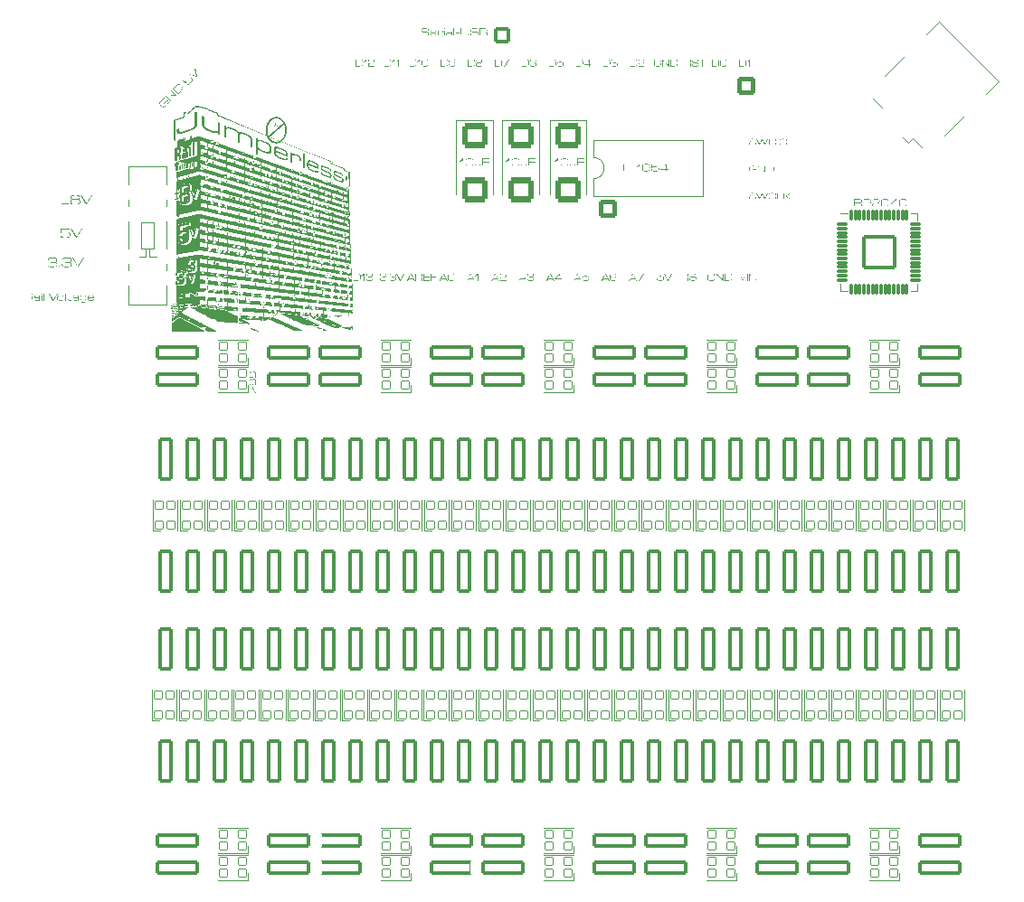
<source format=gto>
G04 #@! TF.GenerationSoftware,KiCad,Pcbnew,(7.0.0-rc1-358-g86c12d35b4)*
G04 #@! TF.CreationDate,2023-05-17T11:55:42-07:00*
G04 #@! TF.ProjectId,Jumperless2,4a756d70-6572-46c6-9573-73322e6b6963,rev?*
G04 #@! TF.SameCoordinates,Original*
G04 #@! TF.FileFunction,Legend,Top*
G04 #@! TF.FilePolarity,Positive*
%FSLAX46Y46*%
G04 Gerber Fmt 4.6, Leading zero omitted, Abs format (unit mm)*
G04 Created by KiCad (PCBNEW (7.0.0-rc1-358-g86c12d35b4)) date 2023-05-17 11:55:42*
%MOMM*%
%LPD*%
G01*
G04 APERTURE LIST*
G04 Aperture macros list*
%AMRoundRect*
0 Rectangle with rounded corners*
0 $1 Rounding radius*
0 $2 $3 $4 $5 $6 $7 $8 $9 X,Y pos of 4 corners*
0 Add a 4 corners polygon primitive as box body*
4,1,4,$2,$3,$4,$5,$6,$7,$8,$9,$2,$3,0*
0 Add four circle primitives for the rounded corners*
1,1,$1+$1,$2,$3*
1,1,$1+$1,$4,$5*
1,1,$1+$1,$6,$7*
1,1,$1+$1,$8,$9*
0 Add four rect primitives between the rounded corners*
20,1,$1+$1,$2,$3,$4,$5,0*
20,1,$1+$1,$4,$5,$6,$7,0*
20,1,$1+$1,$6,$7,$8,$9,0*
20,1,$1+$1,$8,$9,$2,$3,0*%
%AMHorizOval*
0 Thick line with rounded ends*
0 $1 width*
0 $2 $3 position (X,Y) of the first rounded end (center of the circle)*
0 $4 $5 position (X,Y) of the second rounded end (center of the circle)*
0 Add line between two ends*
20,1,$1,$2,$3,$4,$5,0*
0 Add two circle primitives to create the rounded ends*
1,1,$1,$2,$3*
1,1,$1,$4,$5*%
G04 Aperture macros list end*
%ADD10C,0.000000*%
%ADD11C,0.120000*%
%ADD12C,0.100000*%
%ADD13C,0.114000*%
%ADD14C,0.150000*%
%ADD15RoundRect,0.038000X0.350000X-0.350000X0.350000X0.350000X-0.350000X0.350000X-0.350000X-0.350000X0*%
%ADD16RoundRect,0.038000X0.350000X0.350000X-0.350000X0.350000X-0.350000X-0.350000X0.350000X-0.350000X0*%
%ADD17O,1.576000X1.376000*%
%ADD18RoundRect,0.198000X0.640000X-0.640000X0.640000X0.640000X-0.640000X0.640000X-0.640000X-0.640000X0*%
%ADD19O,1.676000X1.676000*%
%ADD20C,0.976000*%
%ADD21RoundRect,0.038000X1.060660X0.707107X0.707107X1.060660X-1.060660X-0.707107X-0.707107X-1.060660X0*%
%ADD22RoundRect,0.038000X1.590990X0.176777X0.176777X1.590990X-1.590990X-0.176777X-0.176777X-1.590990X0*%
%ADD23RoundRect,0.288000X-0.925000X0.875000X-0.925000X-0.875000X0.925000X-0.875000X0.925000X0.875000X0*%
%ADD24C,1.476000*%
%ADD25RoundRect,0.208000X-0.961665X0.000000X0.000000X-0.961665X0.961665X0.000000X0.000000X0.961665X0*%
%ADD26HorizOval,1.776000X0.000000X0.000000X0.000000X0.000000X0*%
%ADD27C,2.000000*%
%ADD28RoundRect,0.188000X0.600000X-0.600000X0.600000X0.600000X-0.600000X0.600000X-0.600000X-0.600000X0*%
%ADD29O,1.376000X2.076000*%
%ADD30RoundRect,0.158000X-1.880000X0.480000X-1.880000X-0.480000X1.880000X-0.480000X1.880000X0.480000X0*%
%ADD31RoundRect,0.158000X1.880000X-0.480000X1.880000X0.480000X-1.880000X0.480000X-1.880000X-0.480000X0*%
%ADD32O,1.776000X1.076000*%
%ADD33RoundRect,0.158000X-0.480000X-1.880000X0.480000X-1.880000X0.480000X1.880000X-0.480000X1.880000X0*%
%ADD34RoundRect,0.198000X-0.640000X0.640000X-0.640000X-0.640000X0.640000X-0.640000X0.640000X0.640000X0*%
%ADD35RoundRect,0.088000X-0.387500X-0.050000X0.387500X-0.050000X0.387500X0.050000X-0.387500X0.050000X0*%
%ADD36RoundRect,0.088000X-0.050000X-0.387500X0.050000X-0.387500X0.050000X0.387500X-0.050000X0.387500X0*%
%ADD37RoundRect,0.182000X-1.456000X-1.456000X1.456000X-1.456000X1.456000X1.456000X-1.456000X1.456000X0*%
G04 APERTURE END LIST*
D10*
G36*
X46209265Y-117684675D02*
G01*
X46209705Y-117684709D01*
X46210158Y-117684773D01*
X46210620Y-117684867D01*
X46211089Y-117684988D01*
X46211564Y-117685137D01*
X46212043Y-117685311D01*
X46212523Y-117685511D01*
X46213003Y-117685736D01*
X46213480Y-117685983D01*
X46213953Y-117686252D01*
X46214420Y-117686543D01*
X46214878Y-117686854D01*
X46215326Y-117687185D01*
X46215761Y-117687533D01*
X46216182Y-117687899D01*
X46216587Y-117688281D01*
X46216973Y-117688679D01*
X46217339Y-117689091D01*
X46217682Y-117689516D01*
X46218001Y-117689953D01*
X46218294Y-117690402D01*
X46218558Y-117690862D01*
X46218792Y-117691330D01*
X46218993Y-117691808D01*
X46220746Y-117696376D01*
X46217550Y-117703391D01*
X46214354Y-117710405D01*
X46209014Y-117710405D01*
X46208459Y-117710395D01*
X46207901Y-117710366D01*
X46207343Y-117710319D01*
X46206788Y-117710255D01*
X46206241Y-117710174D01*
X46205704Y-117710078D01*
X46205181Y-117709968D01*
X46204677Y-117709844D01*
X46204196Y-117709708D01*
X46203740Y-117709560D01*
X46203313Y-117709402D01*
X46202920Y-117709234D01*
X46202563Y-117709057D01*
X46202247Y-117708873D01*
X46201976Y-117708682D01*
X46201753Y-117708485D01*
X46201754Y-117708488D01*
X46201558Y-117708279D01*
X46201368Y-117708049D01*
X46201184Y-117707801D01*
X46201008Y-117707537D01*
X46200840Y-117707260D01*
X46200682Y-117706971D01*
X46200534Y-117706674D01*
X46200397Y-117706370D01*
X46200273Y-117706061D01*
X46200163Y-117705751D01*
X46200066Y-117705440D01*
X46199985Y-117705133D01*
X46199921Y-117704830D01*
X46199873Y-117704535D01*
X46199844Y-117704249D01*
X46199834Y-117703975D01*
X46199834Y-117701382D01*
X46205607Y-117703215D01*
X46211381Y-117705046D01*
X46213273Y-117700112D01*
X46215167Y-117695177D01*
X46209869Y-117691303D01*
X46204571Y-117687430D01*
X46206397Y-117685604D01*
X46206673Y-117685362D01*
X46206976Y-117685158D01*
X46207305Y-117684991D01*
X46207658Y-117684859D01*
X46208032Y-117684763D01*
X46208426Y-117684701D01*
X46208838Y-117684672D01*
X46209265Y-117684675D01*
G37*
G36*
X54413899Y-131975027D02*
G01*
X54418527Y-131979656D01*
X54418527Y-131993645D01*
X54413484Y-131998685D01*
X54408441Y-132003728D01*
X54402653Y-132002960D01*
X54402033Y-132002854D01*
X54401369Y-132002699D01*
X54400667Y-132002500D01*
X54399931Y-132002258D01*
X54399169Y-132001977D01*
X54398387Y-132001661D01*
X54397590Y-132001311D01*
X54396785Y-132000932D01*
X54395978Y-132000526D01*
X54395175Y-132000097D01*
X54394382Y-131999647D01*
X54393605Y-131999181D01*
X54392850Y-131998699D01*
X54392123Y-131998207D01*
X54391431Y-131997707D01*
X54390779Y-131997202D01*
X54384664Y-131992287D01*
X54382750Y-131984130D01*
X54380836Y-131975972D01*
X54383837Y-131977828D01*
X54386838Y-131979687D01*
X54386838Y-131971830D01*
X54398054Y-131971115D01*
X54409269Y-131970400D01*
X54413899Y-131975027D01*
G37*
G36*
X50147901Y-128489100D02*
G01*
X50130621Y-128489100D01*
X50130621Y-128480471D01*
X50147901Y-128480471D01*
X50147901Y-128489100D01*
G37*
G36*
X45304245Y-121324767D02*
G01*
X45306980Y-121323077D01*
X45309716Y-121321387D01*
X45312741Y-121327038D01*
X45313049Y-121327652D01*
X45313348Y-121328326D01*
X45313637Y-121329053D01*
X45313915Y-121329826D01*
X45314179Y-121330637D01*
X45314429Y-121331481D01*
X45314662Y-121332351D01*
X45314877Y-121333239D01*
X45315072Y-121334140D01*
X45315247Y-121335046D01*
X45315399Y-121335950D01*
X45315527Y-121336847D01*
X45315629Y-121337728D01*
X45315704Y-121338588D01*
X45315750Y-121339419D01*
X45315765Y-121340215D01*
X45315765Y-121347742D01*
X45308146Y-121354803D01*
X45305164Y-121357538D01*
X45302677Y-121359765D01*
X45301700Y-121360616D01*
X45300944Y-121361254D01*
X45300442Y-121361650D01*
X45300296Y-121361749D01*
X45300226Y-121361777D01*
X45300062Y-121361697D01*
X45299701Y-121361502D01*
X45298483Y-121360822D01*
X45296756Y-121359837D01*
X45294704Y-121358650D01*
X45294704Y-121358652D01*
X45294160Y-121358310D01*
X45293607Y-121357915D01*
X45293049Y-121357470D01*
X45292490Y-121356980D01*
X45291934Y-121356452D01*
X45291385Y-121355888D01*
X45290847Y-121355294D01*
X45290323Y-121354675D01*
X45289818Y-121354035D01*
X45289335Y-121353380D01*
X45288878Y-121352713D01*
X45288452Y-121352041D01*
X45288059Y-121351366D01*
X45287704Y-121350695D01*
X45287392Y-121350032D01*
X45287124Y-121349381D01*
X45284768Y-121343148D01*
X45287746Y-121337388D01*
X45288084Y-121336768D01*
X45288482Y-121336102D01*
X45288934Y-121335394D01*
X45289435Y-121334651D01*
X45289981Y-121333880D01*
X45290566Y-121333087D01*
X45291835Y-121331457D01*
X45293201Y-121329813D01*
X45294625Y-121328203D01*
X45295345Y-121327427D01*
X45296066Y-121326678D01*
X45296780Y-121325962D01*
X45297484Y-121325286D01*
X45304245Y-121318944D01*
X45304245Y-121324767D01*
G37*
G36*
X52859093Y-129445065D02*
G01*
X52860881Y-129450694D01*
X52858967Y-129460896D01*
X52857052Y-129471098D01*
X52846405Y-129471098D01*
X52842983Y-129459696D01*
X52839558Y-129448266D01*
X52843219Y-129443851D01*
X52843619Y-129443401D01*
X52844061Y-129442964D01*
X52844540Y-129442542D01*
X52845052Y-129442137D01*
X52845592Y-129441751D01*
X52846155Y-129441387D01*
X52846738Y-129441047D01*
X52847335Y-129440733D01*
X52847943Y-129440447D01*
X52848556Y-129440192D01*
X52849169Y-129439971D01*
X52849779Y-129439784D01*
X52850381Y-129439635D01*
X52850971Y-129439526D01*
X52851543Y-129439459D01*
X52852093Y-129439436D01*
X52857306Y-129439436D01*
X52859093Y-129445065D01*
G37*
G36*
X42456955Y-119246955D02*
G01*
X42457559Y-119247161D01*
X42458200Y-119247407D01*
X42458872Y-119247691D01*
X42459570Y-119248009D01*
X42460288Y-119248357D01*
X42461021Y-119248732D01*
X42461762Y-119249132D01*
X42462506Y-119249552D01*
X42463248Y-119249990D01*
X42463982Y-119250443D01*
X42464702Y-119250907D01*
X42465403Y-119251378D01*
X42466079Y-119251854D01*
X42466725Y-119252332D01*
X42467335Y-119252808D01*
X42467903Y-119253278D01*
X42473189Y-119257804D01*
X42469863Y-119263785D01*
X42469527Y-119264406D01*
X42469207Y-119265031D01*
X42468904Y-119265656D01*
X42468620Y-119266278D01*
X42468355Y-119266892D01*
X42468112Y-119267493D01*
X42467891Y-119268079D01*
X42467694Y-119268644D01*
X42467522Y-119269184D01*
X42467377Y-119269695D01*
X42467261Y-119270174D01*
X42467174Y-119270615D01*
X42467117Y-119271015D01*
X42467094Y-119271370D01*
X42467103Y-119271675D01*
X42467148Y-119271926D01*
X42467222Y-119272221D01*
X42467269Y-119272490D01*
X42467288Y-119272732D01*
X42467286Y-119272843D01*
X42467278Y-119272947D01*
X42467262Y-119273045D01*
X42467239Y-119273136D01*
X42467208Y-119273221D01*
X42467170Y-119273298D01*
X42467125Y-119273369D01*
X42467071Y-119273432D01*
X42467010Y-119273489D01*
X42466941Y-119273540D01*
X42466863Y-119273583D01*
X42466778Y-119273619D01*
X42466685Y-119273648D01*
X42466583Y-119273670D01*
X42466473Y-119273685D01*
X42466355Y-119273693D01*
X42466092Y-119273688D01*
X42465795Y-119273655D01*
X42465463Y-119273592D01*
X42465095Y-119273501D01*
X42464689Y-119273380D01*
X42464247Y-119273230D01*
X42463766Y-119273050D01*
X42463247Y-119272840D01*
X42462688Y-119272600D01*
X42462088Y-119272330D01*
X42461448Y-119272029D01*
X42460767Y-119271698D01*
X42460043Y-119271336D01*
X42459276Y-119270942D01*
X42458466Y-119270517D01*
X42456712Y-119269571D01*
X42454775Y-119268498D01*
X42452650Y-119267294D01*
X42452635Y-119267291D01*
X42441844Y-119261125D01*
X42441844Y-119248784D01*
X42446568Y-119246971D01*
X42451293Y-119245157D01*
X42456955Y-119246955D01*
G37*
G36*
X44903928Y-130661138D02*
G01*
X44903883Y-130662611D01*
X44903773Y-130664241D01*
X44903607Y-130665973D01*
X44903390Y-130667753D01*
X44903129Y-130669528D01*
X44902831Y-130671244D01*
X44902503Y-130672847D01*
X44902152Y-130674282D01*
X44900416Y-130680754D01*
X44886359Y-130680754D01*
X44887244Y-130668510D01*
X44887243Y-130668424D01*
X44888129Y-130656179D01*
X44896049Y-130655322D01*
X44903968Y-130654465D01*
X44903928Y-130661138D01*
G37*
G36*
X52523470Y-127605871D02*
G01*
X52524044Y-127605929D01*
X52524588Y-127605997D01*
X52525101Y-127606074D01*
X52525580Y-127606159D01*
X52526023Y-127606252D01*
X52526428Y-127606352D01*
X52526792Y-127606458D01*
X52527113Y-127606570D01*
X52527389Y-127606687D01*
X52527618Y-127606808D01*
X52527797Y-127606934D01*
X52527924Y-127607063D01*
X52527968Y-127607128D01*
X52527998Y-127607195D01*
X52528013Y-127607261D01*
X52528014Y-127607328D01*
X52528001Y-127607396D01*
X52527973Y-127607464D01*
X52527929Y-127607532D01*
X52527870Y-127607600D01*
X52527811Y-127607672D01*
X52527768Y-127607753D01*
X52527740Y-127607843D01*
X52527727Y-127607942D01*
X52527729Y-127608050D01*
X52527745Y-127608166D01*
X52527775Y-127608289D01*
X52527820Y-127608420D01*
X52527877Y-127608558D01*
X52527949Y-127608703D01*
X52528033Y-127608854D01*
X52528130Y-127609011D01*
X52528240Y-127609174D01*
X52528362Y-127609343D01*
X52528641Y-127609695D01*
X52528965Y-127610064D01*
X52529332Y-127610448D01*
X52529740Y-127610844D01*
X52530187Y-127611250D01*
X52530670Y-127611663D01*
X52531187Y-127612080D01*
X52531736Y-127612498D01*
X52532314Y-127612915D01*
X52538054Y-127616929D01*
X52538054Y-127632731D01*
X52534597Y-127636189D01*
X52534219Y-127636541D01*
X52533799Y-127636883D01*
X52533342Y-127637213D01*
X52532852Y-127637530D01*
X52532334Y-127637832D01*
X52531792Y-127638117D01*
X52531230Y-127638384D01*
X52530654Y-127638630D01*
X52530067Y-127638854D01*
X52529473Y-127639053D01*
X52528877Y-127639227D01*
X52528284Y-127639373D01*
X52527698Y-127639490D01*
X52527123Y-127639576D01*
X52526564Y-127639628D01*
X52526025Y-127639646D01*
X52520907Y-127639646D01*
X52515905Y-127631988D01*
X52514889Y-127630373D01*
X52513918Y-127628713D01*
X52513016Y-127627054D01*
X52512204Y-127625443D01*
X52511507Y-127623930D01*
X52510946Y-127622560D01*
X52510725Y-127621944D01*
X52510546Y-127621382D01*
X52510413Y-127620879D01*
X52510328Y-127620443D01*
X52509757Y-127616529D01*
X52515347Y-127613543D01*
X52520938Y-127610557D01*
X52519355Y-127608000D01*
X52517773Y-127605442D01*
X52523470Y-127605871D01*
G37*
G36*
X46382692Y-121117092D02*
G01*
X46380864Y-121122851D01*
X46391969Y-121122851D01*
X46393785Y-121137970D01*
X46394150Y-121141286D01*
X46394492Y-121144919D01*
X46394803Y-121148752D01*
X46395075Y-121152665D01*
X46395301Y-121156542D01*
X46395473Y-121160263D01*
X46395584Y-121163710D01*
X46395626Y-121166767D01*
X46395655Y-121180446D01*
X46381368Y-121180446D01*
X46379996Y-121173967D01*
X46379996Y-121173966D01*
X46379995Y-121173966D01*
X46379614Y-121171749D01*
X46379243Y-121168813D01*
X46378545Y-121161231D01*
X46377938Y-121152114D01*
X46377459Y-121142361D01*
X46377146Y-121132870D01*
X46377035Y-121124536D01*
X46377163Y-121118257D01*
X46377328Y-121116169D01*
X46377566Y-121114931D01*
X46377711Y-121114565D01*
X46377880Y-121114208D01*
X46378073Y-121113864D01*
X46378286Y-121113534D01*
X46378518Y-121113219D01*
X46378767Y-121112923D01*
X46379029Y-121112645D01*
X46379304Y-121112389D01*
X46379589Y-121112157D01*
X46379882Y-121111949D01*
X46380181Y-121111769D01*
X46380483Y-121111617D01*
X46380635Y-121111552D01*
X46380787Y-121111495D01*
X46380939Y-121111446D01*
X46381090Y-121111406D01*
X46381241Y-121111374D01*
X46381390Y-121111351D01*
X46381539Y-121111337D01*
X46381686Y-121111333D01*
X46384521Y-121111333D01*
X46382692Y-121117092D01*
G37*
G36*
X48812803Y-131076681D02*
G01*
X48812804Y-131076682D01*
X48812804Y-131076683D01*
X48812805Y-131076683D01*
X48812806Y-131076684D01*
X48812807Y-131076686D01*
X48812808Y-131076686D01*
X48812808Y-131076687D01*
X48812809Y-131076688D01*
X48812810Y-131076689D01*
X48812810Y-131076690D01*
X48812811Y-131076691D01*
X48812811Y-131076692D01*
X48812812Y-131076693D01*
X48812658Y-131076251D01*
X48812526Y-131075791D01*
X48812419Y-131075316D01*
X48812334Y-131074830D01*
X48812272Y-131074336D01*
X48812233Y-131073840D01*
X48812216Y-131073343D01*
X48812223Y-131072850D01*
X48812251Y-131072365D01*
X48812302Y-131071891D01*
X48812375Y-131071432D01*
X48812471Y-131070992D01*
X48812588Y-131070574D01*
X48812727Y-131070182D01*
X48812887Y-131069820D01*
X48813069Y-131069491D01*
X48813308Y-131069142D01*
X48813575Y-131068814D01*
X48813870Y-131068509D01*
X48814188Y-131068226D01*
X48814529Y-131067964D01*
X48814890Y-131067725D01*
X48815267Y-131067508D01*
X48815660Y-131067313D01*
X48816065Y-131067140D01*
X48816480Y-131066989D01*
X48816902Y-131066861D01*
X48817329Y-131066754D01*
X48817760Y-131066671D01*
X48818190Y-131066609D01*
X48818619Y-131066570D01*
X48819042Y-131066553D01*
X48819459Y-131066559D01*
X48819867Y-131066587D01*
X48820262Y-131066637D01*
X48820644Y-131066710D01*
X48821009Y-131066805D01*
X48821354Y-131066923D01*
X48821679Y-131067064D01*
X48821979Y-131067227D01*
X48822253Y-131067413D01*
X48822499Y-131067622D01*
X48822713Y-131067853D01*
X48822894Y-131068107D01*
X48823039Y-131068384D01*
X48823145Y-131068683D01*
X48823211Y-131069006D01*
X48823233Y-131069351D01*
X48823228Y-131069499D01*
X48823211Y-131069645D01*
X48823184Y-131069789D01*
X48823147Y-131069931D01*
X48823099Y-131070070D01*
X48823042Y-131070206D01*
X48822975Y-131070340D01*
X48822899Y-131070471D01*
X48822814Y-131070599D01*
X48822721Y-131070723D01*
X48822619Y-131070844D01*
X48822508Y-131070961D01*
X48822390Y-131071075D01*
X48822264Y-131071184D01*
X48822131Y-131071289D01*
X48821991Y-131071389D01*
X48821844Y-131071485D01*
X48821690Y-131071576D01*
X48821530Y-131071661D01*
X48821364Y-131071742D01*
X48821193Y-131071817D01*
X48821015Y-131071887D01*
X48820833Y-131071951D01*
X48820646Y-131072009D01*
X48820454Y-131072061D01*
X48820258Y-131072107D01*
X48820058Y-131072146D01*
X48819854Y-131072178D01*
X48819646Y-131072204D01*
X48819435Y-131072222D01*
X48819221Y-131072233D01*
X48819004Y-131072237D01*
X48814774Y-131072237D01*
X48816431Y-131076553D01*
X48816591Y-131076992D01*
X48816727Y-131077419D01*
X48816841Y-131077831D01*
X48816931Y-131078227D01*
X48816998Y-131078604D01*
X48817042Y-131078959D01*
X48817063Y-131079292D01*
X48817062Y-131079599D01*
X48817038Y-131079878D01*
X48816991Y-131080127D01*
X48816922Y-131080343D01*
X48816879Y-131080439D01*
X48816831Y-131080526D01*
X48816777Y-131080603D01*
X48816718Y-131080671D01*
X48816653Y-131080730D01*
X48816582Y-131080778D01*
X48816506Y-131080816D01*
X48816425Y-131080844D01*
X48816338Y-131080861D01*
X48816246Y-131080866D01*
X48816149Y-131080861D01*
X48816050Y-131080844D01*
X48815947Y-131080818D01*
X48815843Y-131080781D01*
X48815736Y-131080734D01*
X48815627Y-131080677D01*
X48815516Y-131080611D01*
X48815404Y-131080536D01*
X48815290Y-131080452D01*
X48815175Y-131080359D01*
X48815060Y-131080258D01*
X48814943Y-131080148D01*
X48814709Y-131079907D01*
X48814475Y-131079636D01*
X48814242Y-131079338D01*
X48814012Y-131079016D01*
X48813788Y-131078671D01*
X48813570Y-131078305D01*
X48813361Y-131077921D01*
X48813162Y-131077521D01*
X48812976Y-131077107D01*
X48812803Y-131076681D01*
G37*
G36*
X49328712Y-118122958D02*
G01*
X49328928Y-118123036D01*
X49329104Y-118123165D01*
X49329182Y-118123254D01*
X49329248Y-118123355D01*
X49329301Y-118123465D01*
X49329342Y-118123585D01*
X49329372Y-118123714D01*
X49329389Y-118123852D01*
X49329395Y-118123999D01*
X49329390Y-118124153D01*
X49329373Y-118124316D01*
X49329345Y-118124485D01*
X49329307Y-118124662D01*
X49329257Y-118124845D01*
X49329197Y-118125034D01*
X49329127Y-118125229D01*
X49328956Y-118125635D01*
X49328746Y-118126058D01*
X49328498Y-118126497D01*
X49328214Y-118126947D01*
X49327894Y-118127406D01*
X49327541Y-118127871D01*
X49327155Y-118128338D01*
X49326739Y-118128805D01*
X49326293Y-118129267D01*
X49325453Y-118130084D01*
X49324648Y-118130820D01*
X49323880Y-118131474D01*
X49323154Y-118132045D01*
X49322470Y-118132532D01*
X49321832Y-118132934D01*
X49321243Y-118133250D01*
X49320705Y-118133480D01*
X49320455Y-118133562D01*
X49320220Y-118133622D01*
X49319998Y-118133659D01*
X49319791Y-118133675D01*
X49319599Y-118133668D01*
X49319421Y-118133638D01*
X49319259Y-118133586D01*
X49319113Y-118133511D01*
X49318982Y-118133413D01*
X49318868Y-118133293D01*
X49318771Y-118133149D01*
X49318690Y-118132982D01*
X49318627Y-118132791D01*
X49318582Y-118132577D01*
X49318554Y-118132340D01*
X49318545Y-118132078D01*
X49318546Y-118132078D01*
X49318571Y-118131779D01*
X49318646Y-118131456D01*
X49318767Y-118131112D01*
X49318932Y-118130749D01*
X49319136Y-118130370D01*
X49319378Y-118129978D01*
X49319962Y-118129162D01*
X49320661Y-118128322D01*
X49321449Y-118127477D01*
X49322305Y-118126647D01*
X49323203Y-118125853D01*
X49324121Y-118125114D01*
X49325035Y-118124450D01*
X49325921Y-118123881D01*
X49326755Y-118123428D01*
X49327145Y-118123251D01*
X49327514Y-118123110D01*
X49327858Y-118123007D01*
X49328174Y-118122946D01*
X49328460Y-118122929D01*
X49328712Y-118122958D01*
G37*
G36*
X41280419Y-119323485D02*
G01*
X41284228Y-119326646D01*
X41283599Y-119334810D01*
X41282971Y-119342972D01*
X41290055Y-119350870D01*
X41296115Y-119357604D01*
X41300737Y-119362704D01*
X41304336Y-119366638D01*
X41304336Y-119385103D01*
X41299397Y-119392223D01*
X41297208Y-119395248D01*
X41294967Y-119398087D01*
X41292673Y-119400741D01*
X41290326Y-119403209D01*
X41287925Y-119405492D01*
X41285469Y-119407591D01*
X41282959Y-119409505D01*
X41280393Y-119411236D01*
X41277772Y-119412782D01*
X41275094Y-119414146D01*
X41272359Y-119415326D01*
X41269566Y-119416324D01*
X41266716Y-119417139D01*
X41263807Y-119417772D01*
X41260840Y-119418224D01*
X41257812Y-119418494D01*
X41255775Y-119418659D01*
X41253675Y-119418910D01*
X41251574Y-119419236D01*
X41249530Y-119419623D01*
X41247605Y-119420060D01*
X41245859Y-119420533D01*
X41245071Y-119420780D01*
X41244351Y-119421031D01*
X41243706Y-119421286D01*
X41243142Y-119421541D01*
X41238103Y-119424023D01*
X41238103Y-119437154D01*
X41248182Y-119441960D01*
X41258260Y-119446767D01*
X41258260Y-119450898D01*
X41258268Y-119451339D01*
X41258291Y-119451808D01*
X41258329Y-119452300D01*
X41258380Y-119452812D01*
X41258520Y-119453878D01*
X41258706Y-119454971D01*
X41258930Y-119456060D01*
X41259186Y-119457111D01*
X41259469Y-119458090D01*
X41259617Y-119458543D01*
X41259770Y-119458965D01*
X41261280Y-119462902D01*
X41255375Y-119463345D01*
X41254729Y-119463412D01*
X41254014Y-119463521D01*
X41253238Y-119463669D01*
X41252407Y-119463854D01*
X41251529Y-119464073D01*
X41250612Y-119464325D01*
X41248689Y-119464913D01*
X41246697Y-119465601D01*
X41244697Y-119466368D01*
X41242747Y-119467194D01*
X41241809Y-119467624D01*
X41240906Y-119468061D01*
X41232342Y-119472333D01*
X41223702Y-119468024D01*
X41222822Y-119467571D01*
X41221967Y-119467104D01*
X41221140Y-119466625D01*
X41220348Y-119466140D01*
X41219593Y-119465651D01*
X41218880Y-119465161D01*
X41218215Y-119464675D01*
X41217600Y-119464196D01*
X41217042Y-119463728D01*
X41216543Y-119463274D01*
X41216109Y-119462837D01*
X41215744Y-119462422D01*
X41215453Y-119462032D01*
X41215239Y-119461670D01*
X41215107Y-119461340D01*
X41215074Y-119461188D01*
X41215063Y-119461046D01*
X41215063Y-119458377D01*
X41203341Y-119458377D01*
X41206610Y-119464483D01*
X41209878Y-119470590D01*
X41206221Y-119468330D01*
X41202565Y-119466070D01*
X41204257Y-119470479D01*
X41205949Y-119474888D01*
X41193947Y-119478721D01*
X41191411Y-119479569D01*
X41188804Y-119480513D01*
X41186199Y-119481520D01*
X41183672Y-119482558D01*
X41181295Y-119483598D01*
X41179145Y-119484606D01*
X41177295Y-119485551D01*
X41175820Y-119486402D01*
X41175150Y-119486807D01*
X41174412Y-119487227D01*
X41172755Y-119488094D01*
X41170910Y-119488978D01*
X41168938Y-119489854D01*
X41166899Y-119490694D01*
X41164855Y-119491474D01*
X41162867Y-119492166D01*
X41160994Y-119492746D01*
X41152295Y-119495240D01*
X41144098Y-119490280D01*
X41142316Y-119489247D01*
X41140398Y-119488218D01*
X41138404Y-119487219D01*
X41136395Y-119486278D01*
X41134430Y-119485421D01*
X41132570Y-119484677D01*
X41130875Y-119484073D01*
X41130109Y-119483831D01*
X41129406Y-119483635D01*
X41122927Y-119481960D01*
X41122927Y-119484570D01*
X41122921Y-119484704D01*
X41122904Y-119484836D01*
X41122877Y-119484967D01*
X41122839Y-119485095D01*
X41122790Y-119485221D01*
X41122732Y-119485345D01*
X41122664Y-119485466D01*
X41122586Y-119485584D01*
X41122499Y-119485700D01*
X41122404Y-119485812D01*
X41122299Y-119485921D01*
X41122187Y-119486027D01*
X41122066Y-119486130D01*
X41121938Y-119486228D01*
X41121802Y-119486323D01*
X41121658Y-119486414D01*
X41121508Y-119486501D01*
X41121351Y-119486583D01*
X41121188Y-119486660D01*
X41121018Y-119486733D01*
X41120843Y-119486801D01*
X41120662Y-119486864D01*
X41120476Y-119486922D01*
X41120285Y-119486975D01*
X41120089Y-119487021D01*
X41119889Y-119487063D01*
X41119684Y-119487098D01*
X41119476Y-119487127D01*
X41119263Y-119487150D01*
X41119048Y-119487167D01*
X41118829Y-119487177D01*
X41118608Y-119487180D01*
X41118036Y-119487166D01*
X41117507Y-119487126D01*
X41117020Y-119487059D01*
X41116576Y-119486969D01*
X41116174Y-119486856D01*
X41115814Y-119486722D01*
X41115495Y-119486569D01*
X41115218Y-119486397D01*
X41114981Y-119486208D01*
X41114784Y-119486004D01*
X41114628Y-119485787D01*
X41114512Y-119485557D01*
X41114435Y-119485315D01*
X41114397Y-119485065D01*
X41114398Y-119484806D01*
X41114438Y-119484541D01*
X41114516Y-119484271D01*
X41114632Y-119483997D01*
X41114786Y-119483720D01*
X41114977Y-119483443D01*
X41115204Y-119483167D01*
X41115469Y-119482892D01*
X41115770Y-119482622D01*
X41116107Y-119482356D01*
X41116479Y-119482097D01*
X41116887Y-119481845D01*
X41117330Y-119481603D01*
X41117808Y-119481372D01*
X41118320Y-119481153D01*
X41118866Y-119480948D01*
X41119446Y-119480757D01*
X41120059Y-119480584D01*
X41125830Y-119479076D01*
X41124070Y-119474489D01*
X41123718Y-119473528D01*
X41123573Y-119473093D01*
X41123451Y-119472689D01*
X41123352Y-119472315D01*
X41123276Y-119471972D01*
X41123226Y-119471658D01*
X41123202Y-119471374D01*
X41123204Y-119471120D01*
X41123234Y-119470896D01*
X41123293Y-119470701D01*
X41123381Y-119470535D01*
X41123499Y-119470399D01*
X41123649Y-119470292D01*
X41123831Y-119470213D01*
X41124046Y-119470164D01*
X41124295Y-119470143D01*
X41124578Y-119470150D01*
X41124898Y-119470186D01*
X41125255Y-119470251D01*
X41125649Y-119470343D01*
X41126081Y-119470463D01*
X41126553Y-119470611D01*
X41127066Y-119470787D01*
X41128215Y-119471221D01*
X41129537Y-119471765D01*
X41131038Y-119472416D01*
X41132725Y-119473174D01*
X41139916Y-119476451D01*
X41149855Y-119471734D01*
X41150903Y-119471254D01*
X41151993Y-119470787D01*
X41154261Y-119469904D01*
X41156590Y-119469103D01*
X41158911Y-119468404D01*
X41161154Y-119467827D01*
X41162225Y-119467590D01*
X41163251Y-119467390D01*
X41164222Y-119467231D01*
X41165131Y-119467114D01*
X41165969Y-119467043D01*
X41166727Y-119467018D01*
X41167462Y-119466997D01*
X41168234Y-119466935D01*
X41169035Y-119466834D01*
X41169860Y-119466696D01*
X41170702Y-119466523D01*
X41171554Y-119466317D01*
X41172411Y-119466081D01*
X41173265Y-119465817D01*
X41174111Y-119465526D01*
X41174942Y-119465211D01*
X41175751Y-119464874D01*
X41176532Y-119464517D01*
X41177279Y-119464142D01*
X41177985Y-119463751D01*
X41178644Y-119463346D01*
X41179250Y-119462929D01*
X41184839Y-119458840D01*
X41185525Y-119439171D01*
X41185955Y-119427953D01*
X41186420Y-119418654D01*
X41186945Y-119411042D01*
X41187560Y-119404884D01*
X41188292Y-119399948D01*
X41188712Y-119397866D01*
X41189170Y-119396002D01*
X41189673Y-119394327D01*
X41190222Y-119392813D01*
X41190822Y-119391430D01*
X41191476Y-119390149D01*
X41191832Y-119389448D01*
X41192182Y-119388656D01*
X41192525Y-119387781D01*
X41192858Y-119386831D01*
X41193180Y-119385816D01*
X41193488Y-119384744D01*
X41193780Y-119383625D01*
X41194055Y-119382466D01*
X41194310Y-119381278D01*
X41194544Y-119380069D01*
X41194754Y-119378847D01*
X41194938Y-119377622D01*
X41195095Y-119376403D01*
X41195222Y-119375198D01*
X41195317Y-119374016D01*
X41195379Y-119372866D01*
X41195808Y-119361901D01*
X41191044Y-119352690D01*
X41190559Y-119351721D01*
X41190087Y-119350720D01*
X41189194Y-119348652D01*
X41188385Y-119346548D01*
X41187680Y-119344469D01*
X41187097Y-119342477D01*
X41186858Y-119341533D01*
X41186656Y-119340634D01*
X41186496Y-119339788D01*
X41186378Y-119339002D01*
X41186305Y-119338284D01*
X41186280Y-119337641D01*
X41186280Y-119331805D01*
X41193287Y-119327214D01*
X41200294Y-119322623D01*
X41206966Y-119326129D01*
X41207695Y-119326529D01*
X41208499Y-119327002D01*
X41210303Y-119328139D01*
X41212311Y-119329495D01*
X41214457Y-119331020D01*
X41216675Y-119332666D01*
X41218898Y-119334385D01*
X41221061Y-119336130D01*
X41223098Y-119337852D01*
X41232557Y-119346069D01*
X41243822Y-119346069D01*
X41250328Y-119335981D01*
X41256833Y-119325891D01*
X41266722Y-119323107D01*
X41276610Y-119320324D01*
X41280419Y-119323485D01*
G37*
G36*
X40033967Y-131465149D02*
G01*
X40032095Y-131467034D01*
X40041982Y-131476922D01*
X40044022Y-131478909D01*
X40046027Y-131480763D01*
X40047947Y-131482441D01*
X40049731Y-131483906D01*
X40050556Y-131484545D01*
X40051328Y-131485115D01*
X40052039Y-131485611D01*
X40052685Y-131486028D01*
X40053258Y-131486362D01*
X40053752Y-131486606D01*
X40054161Y-131486756D01*
X40054478Y-131486808D01*
X40054629Y-131486792D01*
X40054813Y-131486748D01*
X40055274Y-131486572D01*
X40055852Y-131486287D01*
X40056541Y-131485898D01*
X40057331Y-131485411D01*
X40058215Y-131484833D01*
X40059184Y-131484168D01*
X40060230Y-131483423D01*
X40061345Y-131482604D01*
X40062521Y-131481717D01*
X40065022Y-131479761D01*
X40067669Y-131477604D01*
X40069026Y-131476465D01*
X40070396Y-131475293D01*
X40083704Y-131463777D01*
X40099927Y-131463777D01*
X40103479Y-131468064D01*
X40107031Y-131472349D01*
X40105237Y-131483192D01*
X40104529Y-131487797D01*
X40103928Y-131492326D01*
X40103687Y-131494398D01*
X40103496Y-131496257D01*
X40103364Y-131497836D01*
X40103299Y-131499070D01*
X40103274Y-131499584D01*
X40103229Y-131500083D01*
X40103166Y-131500565D01*
X40103086Y-131501027D01*
X40102990Y-131501468D01*
X40102879Y-131501883D01*
X40102753Y-131502272D01*
X40102615Y-131502631D01*
X40102465Y-131502957D01*
X40102304Y-131503248D01*
X40102133Y-131503502D01*
X40101954Y-131503715D01*
X40101767Y-131503885D01*
X40101671Y-131503953D01*
X40101574Y-131504010D01*
X40101476Y-131504055D01*
X40101376Y-131504087D01*
X40101275Y-131504106D01*
X40101173Y-131504113D01*
X40101071Y-131504123D01*
X40100969Y-131504151D01*
X40100868Y-131504198D01*
X40100767Y-131504262D01*
X40100666Y-131504344D01*
X40100567Y-131504442D01*
X40100468Y-131504557D01*
X40100371Y-131504688D01*
X40100275Y-131504834D01*
X40100180Y-131504995D01*
X40100087Y-131505170D01*
X40099996Y-131505360D01*
X40099906Y-131505563D01*
X40099819Y-131505779D01*
X40099651Y-131506248D01*
X40099493Y-131506765D01*
X40099347Y-131507324D01*
X40099213Y-131507922D01*
X40099093Y-131508556D01*
X40098987Y-131509221D01*
X40098898Y-131509915D01*
X40098827Y-131510632D01*
X40098774Y-131511370D01*
X40098355Y-131518615D01*
X40090926Y-131528361D01*
X40083497Y-131538106D01*
X40065819Y-131549905D01*
X40062184Y-131552275D01*
X40058629Y-131554486D01*
X40055245Y-131556490D01*
X40052121Y-131558239D01*
X40049346Y-131559683D01*
X40047010Y-131560775D01*
X40046035Y-131561174D01*
X40045202Y-131561466D01*
X40044525Y-131561646D01*
X40044012Y-131561707D01*
X40043791Y-131561697D01*
X40043555Y-131561667D01*
X40043304Y-131561619D01*
X40043039Y-131561551D01*
X40042469Y-131561363D01*
X40041852Y-131561106D01*
X40041193Y-131560784D01*
X40040498Y-131560401D01*
X40039772Y-131559961D01*
X40039022Y-131559469D01*
X40038253Y-131558927D01*
X40037471Y-131558340D01*
X40036681Y-131557712D01*
X40035889Y-131557047D01*
X40035102Y-131556348D01*
X40034324Y-131555620D01*
X40033562Y-131554867D01*
X40032822Y-131554091D01*
X40032822Y-131554097D01*
X40032822Y-131554102D01*
X40032822Y-131554112D01*
X40031392Y-131552550D01*
X40030140Y-131551132D01*
X40029062Y-131549845D01*
X40028156Y-131548673D01*
X40027418Y-131547601D01*
X40027112Y-131547098D01*
X40026846Y-131546614D01*
X40026621Y-131546149D01*
X40026436Y-131545698D01*
X40026291Y-131545262D01*
X40026185Y-131544838D01*
X40026119Y-131544424D01*
X40026091Y-131544019D01*
X40026102Y-131543620D01*
X40026150Y-131543226D01*
X40026236Y-131542834D01*
X40026359Y-131542444D01*
X40026519Y-131542052D01*
X40026716Y-131541658D01*
X40026948Y-131541259D01*
X40027216Y-131540853D01*
X40027519Y-131540440D01*
X40027858Y-131540016D01*
X40028637Y-131539129D01*
X40029552Y-131538180D01*
X40029964Y-131537753D01*
X40030417Y-131537259D01*
X40031426Y-131536090D01*
X40032541Y-131534723D01*
X40033726Y-131533204D01*
X40034945Y-131531583D01*
X40036161Y-131529906D01*
X40037338Y-131528221D01*
X40038439Y-131526577D01*
X40043535Y-131518790D01*
X40041677Y-131515774D01*
X40041575Y-131515620D01*
X40041460Y-131515468D01*
X40041334Y-131515318D01*
X40041197Y-131515170D01*
X40041048Y-131515025D01*
X40040889Y-131514883D01*
X40040542Y-131514607D01*
X40040158Y-131514345D01*
X40039742Y-131514098D01*
X40039296Y-131513867D01*
X40038825Y-131513654D01*
X40038333Y-131513460D01*
X40037822Y-131513287D01*
X40037296Y-131513137D01*
X40036760Y-131513011D01*
X40036216Y-131512910D01*
X40035669Y-131512836D01*
X40035122Y-131512791D01*
X40034579Y-131512775D01*
X40029338Y-131512775D01*
X40025819Y-131522133D01*
X40023404Y-131528355D01*
X40022285Y-131531057D01*
X40021209Y-131533512D01*
X40020163Y-131535739D01*
X40019135Y-131537758D01*
X40018111Y-131539587D01*
X40017080Y-131541246D01*
X40016028Y-131542753D01*
X40014943Y-131544128D01*
X40013813Y-131545390D01*
X40012625Y-131546558D01*
X40011367Y-131547650D01*
X40010025Y-131548687D01*
X40008588Y-131549687D01*
X40007042Y-131550670D01*
X39998403Y-131555941D01*
X39980578Y-131555941D01*
X39975812Y-131550670D01*
X39971046Y-131545398D01*
X39971105Y-131535539D01*
X39971164Y-131525681D01*
X39984784Y-131501472D01*
X39998403Y-131477264D01*
X40005602Y-131472221D01*
X40006395Y-131471698D01*
X40007283Y-131471169D01*
X40008257Y-131470638D01*
X40009306Y-131470109D01*
X40010422Y-131469585D01*
X40011594Y-131469071D01*
X40012814Y-131468569D01*
X40014070Y-131468083D01*
X40015355Y-131467617D01*
X40016658Y-131467175D01*
X40017969Y-131466760D01*
X40019280Y-131466376D01*
X40020580Y-131466026D01*
X40021859Y-131465714D01*
X40023109Y-131465444D01*
X40024320Y-131465219D01*
X40035839Y-131463262D01*
X40033967Y-131465149D01*
G37*
G36*
X55511331Y-126466207D02*
G01*
X55511331Y-126474768D01*
X55505115Y-126475655D01*
X55498915Y-126476540D01*
X55496886Y-126473241D01*
X55494843Y-126469945D01*
X55500644Y-126464149D01*
X55511331Y-126466207D01*
G37*
G36*
X54350503Y-124364617D02*
G01*
X54350560Y-124364650D01*
X54350626Y-124364705D01*
X54350702Y-124364782D01*
X54350787Y-124364881D01*
X54350882Y-124365002D01*
X54351098Y-124365309D01*
X54351349Y-124365700D01*
X54351633Y-124366173D01*
X54351950Y-124366727D01*
X54352297Y-124367360D01*
X54352674Y-124368069D01*
X54353079Y-124368852D01*
X54353511Y-124369708D01*
X54354400Y-124371635D01*
X54355304Y-124373802D01*
X54356198Y-124376134D01*
X54357057Y-124378559D01*
X54357856Y-124381003D01*
X54358570Y-124383391D01*
X54359173Y-124385650D01*
X54359640Y-124387706D01*
X54361526Y-124397066D01*
X54359626Y-124407225D01*
X54357726Y-124417383D01*
X54355026Y-124415714D01*
X54352326Y-124414044D01*
X54354040Y-124418513D01*
X54355755Y-124422982D01*
X54352569Y-124422982D01*
X54352406Y-124422978D01*
X54352244Y-124422964D01*
X54352084Y-124422941D01*
X54351927Y-124422909D01*
X54351772Y-124422869D01*
X54351620Y-124422820D01*
X54351471Y-124422763D01*
X54351326Y-124422698D01*
X54351183Y-124422626D01*
X54351045Y-124422546D01*
X54350910Y-124422460D01*
X54350779Y-124422366D01*
X54350653Y-124422265D01*
X54350531Y-124422158D01*
X54350414Y-124422045D01*
X54350301Y-124421925D01*
X54350194Y-124421800D01*
X54350092Y-124421670D01*
X54349996Y-124421533D01*
X54349905Y-124421392D01*
X54349820Y-124421246D01*
X54349742Y-124421096D01*
X54349670Y-124420940D01*
X54349604Y-124420781D01*
X54349545Y-124420618D01*
X54349493Y-124420451D01*
X54349448Y-124420280D01*
X54349411Y-124420107D01*
X54349382Y-124419930D01*
X54349360Y-124419750D01*
X54349346Y-124419568D01*
X54349340Y-124419384D01*
X54349298Y-124415784D01*
X54346511Y-124420103D01*
X54346223Y-124420535D01*
X54345940Y-124420941D01*
X54345662Y-124421319D01*
X54345392Y-124421667D01*
X54345131Y-124421983D01*
X54344881Y-124422267D01*
X54344643Y-124422517D01*
X54344418Y-124422731D01*
X54344209Y-124422908D01*
X54344017Y-124423046D01*
X54343844Y-124423144D01*
X54343764Y-124423178D01*
X54343690Y-124423201D01*
X54343622Y-124423213D01*
X54343559Y-124423215D01*
X54343502Y-124423205D01*
X54343451Y-124423184D01*
X54343406Y-124423151D01*
X54343368Y-124423107D01*
X54343336Y-124423051D01*
X54343311Y-124422982D01*
X54343300Y-124422983D01*
X54343056Y-124422085D01*
X54342809Y-124421021D01*
X54342318Y-124418491D01*
X54341846Y-124415572D01*
X54341415Y-124412442D01*
X54341046Y-124409280D01*
X54340761Y-124406264D01*
X54340581Y-124403573D01*
X54340527Y-124401385D01*
X54340669Y-124384555D01*
X54340766Y-124373483D01*
X54346310Y-124372032D01*
X54351854Y-124370580D01*
X54350568Y-124365824D01*
X54350457Y-124365385D01*
X54350419Y-124365202D01*
X54350392Y-124365045D01*
X54350376Y-124364912D01*
X54350371Y-124364804D01*
X54350377Y-124364719D01*
X54350393Y-124364659D01*
X54350405Y-124364637D01*
X54350419Y-124364622D01*
X54350436Y-124364612D01*
X54350456Y-124364608D01*
X54350503Y-124364617D01*
G37*
G36*
X47852262Y-126816720D02*
G01*
X47852587Y-126816782D01*
X47852936Y-126816883D01*
X47853310Y-126817026D01*
X47853705Y-126817210D01*
X47854122Y-126817437D01*
X47854559Y-126817707D01*
X47855015Y-126818022D01*
X47855489Y-126818383D01*
X47855980Y-126818790D01*
X47856486Y-126819245D01*
X47857007Y-126819748D01*
X47857461Y-126820212D01*
X47857902Y-126820679D01*
X47858328Y-126821146D01*
X47858737Y-126821611D01*
X47859126Y-126822071D01*
X47859494Y-126822521D01*
X47859837Y-126822959D01*
X47860154Y-126823382D01*
X47860442Y-126823787D01*
X47860699Y-126824171D01*
X47860923Y-126824530D01*
X47861111Y-126824861D01*
X47861261Y-126825162D01*
X47861372Y-126825429D01*
X47861440Y-126825659D01*
X47861463Y-126825849D01*
X47861450Y-126826120D01*
X47861414Y-126826364D01*
X47861354Y-126826581D01*
X47861271Y-126826773D01*
X47861167Y-126826939D01*
X47861042Y-126827080D01*
X47860897Y-126827196D01*
X47860733Y-126827287D01*
X47860551Y-126827354D01*
X47860351Y-126827397D01*
X47860134Y-126827416D01*
X47859902Y-126827411D01*
X47859655Y-126827384D01*
X47859394Y-126827333D01*
X47859120Y-126827260D01*
X47858833Y-126827165D01*
X47858535Y-126827048D01*
X47858226Y-126826910D01*
X47857907Y-126826750D01*
X47857579Y-126826569D01*
X47857243Y-126826367D01*
X47856900Y-126826146D01*
X47856550Y-126825904D01*
X47856195Y-126825642D01*
X47855835Y-126825361D01*
X47855471Y-126825061D01*
X47855104Y-126824742D01*
X47854735Y-126824405D01*
X47854364Y-126824050D01*
X47853993Y-126823676D01*
X47853622Y-126823286D01*
X47853253Y-126822877D01*
X47853253Y-126822876D01*
X47852786Y-126822329D01*
X47852368Y-126821800D01*
X47851999Y-126821292D01*
X47851677Y-126820805D01*
X47851400Y-126820340D01*
X47851169Y-126819898D01*
X47850980Y-126819481D01*
X47850835Y-126819088D01*
X47850730Y-126818722D01*
X47850665Y-126818383D01*
X47850640Y-126818072D01*
X47850652Y-126817790D01*
X47850700Y-126817538D01*
X47850784Y-126817317D01*
X47850902Y-126817128D01*
X47851053Y-126816972D01*
X47851236Y-126816850D01*
X47851449Y-126816762D01*
X47851692Y-126816711D01*
X47851964Y-126816696D01*
X47852262Y-126816720D01*
G37*
G36*
X51503729Y-129415416D02*
G01*
X51503615Y-129415911D01*
X51503467Y-129416405D01*
X51503289Y-129416895D01*
X51503082Y-129417376D01*
X51502848Y-129417846D01*
X51502591Y-129418303D01*
X51502311Y-129418742D01*
X51502012Y-129419161D01*
X51501696Y-129419556D01*
X51501366Y-129419926D01*
X51501022Y-129420266D01*
X51500668Y-129420573D01*
X51500307Y-129420845D01*
X51499940Y-129421078D01*
X51499569Y-129421270D01*
X51499384Y-129421349D01*
X51499198Y-129421416D01*
X51495599Y-129422560D01*
X51495597Y-129416616D01*
X51495597Y-129410615D01*
X51504658Y-129410615D01*
X51503729Y-129415416D01*
G37*
G36*
X40693802Y-128244000D02*
G01*
X40713716Y-128253816D01*
X40718075Y-128256070D01*
X40722833Y-128258716D01*
X40727838Y-128261657D01*
X40732935Y-128264796D01*
X40737971Y-128268038D01*
X40742793Y-128271285D01*
X40747246Y-128274442D01*
X40751177Y-128277410D01*
X40768723Y-128291197D01*
X40768723Y-128294855D01*
X40768735Y-128295233D01*
X40768773Y-128295610D01*
X40768834Y-128295983D01*
X40768917Y-128296351D01*
X40769020Y-128296711D01*
X40769144Y-128297061D01*
X40769286Y-128297398D01*
X40769445Y-128297720D01*
X40769619Y-128298024D01*
X40769809Y-128298309D01*
X40770012Y-128298571D01*
X40770226Y-128298809D01*
X40770452Y-128299020D01*
X40770687Y-128299202D01*
X40770931Y-128299353D01*
X40771055Y-128299416D01*
X40771181Y-128299470D01*
X40771320Y-128299551D01*
X40771484Y-128299687D01*
X40771882Y-128300116D01*
X40772368Y-128300746D01*
X40772937Y-128301566D01*
X40773580Y-128302564D01*
X40774293Y-128303728D01*
X40775068Y-128305048D01*
X40775900Y-128306511D01*
X40777704Y-128309824D01*
X40779656Y-128313575D01*
X40781702Y-128317674D01*
X40783792Y-128322028D01*
X40785692Y-128326219D01*
X40787591Y-128330698D01*
X40791354Y-128340411D01*
X40795013Y-128350945D01*
X40798503Y-128362080D01*
X40801758Y-128373595D01*
X40804713Y-128385269D01*
X40807302Y-128396881D01*
X40809459Y-128408211D01*
X40812158Y-128423842D01*
X40810944Y-128516200D01*
X40809729Y-128608559D01*
X40803962Y-128634474D01*
X40800631Y-128649073D01*
X40797374Y-128662612D01*
X40794227Y-128674969D01*
X40791223Y-128686023D01*
X40788397Y-128695651D01*
X40785784Y-128703733D01*
X40783416Y-128710146D01*
X40781330Y-128714770D01*
X40771951Y-128732523D01*
X40770074Y-128735922D01*
X40768013Y-128739413D01*
X40765785Y-128742975D01*
X40763407Y-128746587D01*
X40760895Y-128750227D01*
X40758268Y-128753874D01*
X40755542Y-128757507D01*
X40752734Y-128761103D01*
X40749862Y-128764642D01*
X40746941Y-128768102D01*
X40743990Y-128771462D01*
X40741026Y-128774700D01*
X40738065Y-128777794D01*
X40735125Y-128780724D01*
X40732223Y-128783468D01*
X40729375Y-128786004D01*
X40713936Y-128799306D01*
X40684844Y-128814079D01*
X40678919Y-128817048D01*
X40673234Y-128819817D01*
X40667924Y-128822326D01*
X40663127Y-128824514D01*
X40658976Y-128826321D01*
X40655608Y-128827687D01*
X40653159Y-128828551D01*
X40652321Y-128828775D01*
X40651763Y-128828852D01*
X40651357Y-128828863D01*
X40650962Y-128828897D01*
X40650581Y-128828953D01*
X40650214Y-128829029D01*
X40649866Y-128829124D01*
X40649537Y-128829237D01*
X40649230Y-128829368D01*
X40648946Y-128829515D01*
X40648688Y-128829677D01*
X40648458Y-128829853D01*
X40648257Y-128830043D01*
X40648169Y-128830142D01*
X40648089Y-128830245D01*
X40648017Y-128830350D01*
X40647954Y-128830457D01*
X40647900Y-128830567D01*
X40647856Y-128830680D01*
X40647820Y-128830795D01*
X40647795Y-128830912D01*
X40647779Y-128831031D01*
X40647774Y-128831152D01*
X40647761Y-128831276D01*
X40647722Y-128831409D01*
X40647657Y-128831548D01*
X40647568Y-128831695D01*
X40647455Y-128831848D01*
X40647319Y-128832007D01*
X40647160Y-128832172D01*
X40646979Y-128832342D01*
X40646776Y-128832518D01*
X40646553Y-128832698D01*
X40646047Y-128833071D01*
X40645465Y-128833458D01*
X40644813Y-128833857D01*
X40644097Y-128834264D01*
X40643320Y-128834676D01*
X40642489Y-128835091D01*
X40641609Y-128835505D01*
X40640684Y-128835916D01*
X40639720Y-128836320D01*
X40638722Y-128836715D01*
X40637695Y-128837097D01*
X40627616Y-128840740D01*
X40627616Y-128851884D01*
X40662892Y-128851312D01*
X40670302Y-128851251D01*
X40677839Y-128851279D01*
X40692459Y-128851580D01*
X40699122Y-128851844D01*
X40705074Y-128852177D01*
X40710105Y-128852573D01*
X40714007Y-128853027D01*
X40729845Y-128855271D01*
X40742804Y-128862586D01*
X40745716Y-128864287D01*
X40749028Y-128866327D01*
X40752627Y-128868630D01*
X40756397Y-128871118D01*
X40760222Y-128873714D01*
X40763988Y-128876341D01*
X40767580Y-128878922D01*
X40770881Y-128881379D01*
X40786000Y-128892866D01*
X40786000Y-128896839D01*
X40786014Y-128897244D01*
X40786057Y-128897637D01*
X40786126Y-128898017D01*
X40786220Y-128898382D01*
X40786338Y-128898729D01*
X40786478Y-128899056D01*
X40786640Y-128899362D01*
X40786820Y-128899644D01*
X40787019Y-128899901D01*
X40787234Y-128900130D01*
X40787348Y-128900234D01*
X40787465Y-128900330D01*
X40787585Y-128900418D01*
X40787709Y-128900497D01*
X40787836Y-128900569D01*
X40787966Y-128900631D01*
X40788098Y-128900685D01*
X40788233Y-128900730D01*
X40788370Y-128900765D01*
X40788510Y-128900790D01*
X40788652Y-128900805D01*
X40788795Y-128900811D01*
X40789511Y-128900971D01*
X40790292Y-128901443D01*
X40791131Y-128902211D01*
X40792024Y-128903263D01*
X40793954Y-128906159D01*
X40796042Y-128910016D01*
X40798249Y-128914722D01*
X40800537Y-128920163D01*
X40802867Y-128926226D01*
X40805200Y-128932798D01*
X40807497Y-128939765D01*
X40809720Y-128947014D01*
X40811830Y-128954431D01*
X40813788Y-128961903D01*
X40815556Y-128969318D01*
X40817094Y-128976561D01*
X40818364Y-128983520D01*
X40819327Y-128990080D01*
X40819785Y-128993335D01*
X40820322Y-128996510D01*
X40820918Y-128999526D01*
X40821555Y-129002304D01*
X40822213Y-129004764D01*
X40822871Y-129006827D01*
X40823194Y-129007685D01*
X40823510Y-129008414D01*
X40823817Y-129009004D01*
X40824111Y-129009445D01*
X40826900Y-129012974D01*
X40824040Y-129201739D01*
X40818276Y-129231975D01*
X40816959Y-129238578D01*
X40815425Y-129245761D01*
X40811924Y-129260943D01*
X40808217Y-129275680D01*
X40806425Y-129282306D01*
X40804748Y-129288129D01*
X40801717Y-129298473D01*
X40799202Y-129307472D01*
X40797467Y-129314163D01*
X40796973Y-129316340D01*
X40796771Y-129317579D01*
X40796674Y-129318089D01*
X40796430Y-129318879D01*
X40796047Y-129319933D01*
X40795534Y-129321234D01*
X40794144Y-129324509D01*
X40792321Y-129328573D01*
X40790126Y-129333291D01*
X40787621Y-129338531D01*
X40784865Y-129344160D01*
X40781920Y-129350045D01*
X40767282Y-129378978D01*
X40748863Y-129401227D01*
X40744928Y-129405875D01*
X40740802Y-129410550D01*
X40736609Y-129415128D01*
X40732471Y-129419480D01*
X40728511Y-129423482D01*
X40724851Y-129427005D01*
X40721615Y-129429925D01*
X40720194Y-129431119D01*
X40718925Y-129432115D01*
X40704319Y-129442901D01*
X40691119Y-129452254D01*
X40678873Y-129460443D01*
X40667127Y-129467738D01*
X40661300Y-129471134D01*
X40655429Y-129474408D01*
X40643326Y-129480723D01*
X40630367Y-129486953D01*
X40616097Y-129493367D01*
X40608057Y-129496715D01*
X40598953Y-129500225D01*
X40589349Y-129503709D01*
X40579808Y-129506981D01*
X40570894Y-129509852D01*
X40563172Y-129512135D01*
X40557205Y-129513642D01*
X40555055Y-129514047D01*
X40553556Y-129514187D01*
X40552990Y-129514200D01*
X40552412Y-129514238D01*
X40551826Y-129514301D01*
X40551236Y-129514386D01*
X40550647Y-129514492D01*
X40550063Y-129514618D01*
X40549487Y-129514763D01*
X40548925Y-129514924D01*
X40548380Y-129515101D01*
X40547856Y-129515293D01*
X40547359Y-129515496D01*
X40546891Y-129515712D01*
X40546457Y-129515937D01*
X40546061Y-129516171D01*
X40545708Y-129516412D01*
X40545401Y-129516659D01*
X40545025Y-129516941D01*
X40544469Y-129517252D01*
X40543744Y-129517588D01*
X40542862Y-129517945D01*
X40541832Y-129518322D01*
X40540666Y-129518715D01*
X40539375Y-129519122D01*
X40537970Y-129519539D01*
X40534862Y-129520393D01*
X40531431Y-129521253D01*
X40527763Y-129522098D01*
X40523947Y-129522902D01*
X40520069Y-129523730D01*
X40516225Y-129524639D01*
X40512513Y-129525599D01*
X40509036Y-129526581D01*
X40505892Y-129527555D01*
X40503183Y-129528492D01*
X40501009Y-129529360D01*
X40500153Y-129529760D01*
X40499470Y-129530132D01*
X40498786Y-129530501D01*
X40497931Y-129530896D01*
X40496917Y-129531313D01*
X40495756Y-129531747D01*
X40493047Y-129532654D01*
X40489904Y-129533591D01*
X40486426Y-129534528D01*
X40482714Y-129535438D01*
X40478870Y-129536292D01*
X40474992Y-129537061D01*
X40457966Y-129540288D01*
X40443315Y-129543162D01*
X40435671Y-129544625D01*
X40424435Y-129546669D01*
X40411121Y-129549025D01*
X40397240Y-129551420D01*
X40382472Y-129554066D01*
X40366742Y-129557105D01*
X40351930Y-129560162D01*
X40339919Y-129562865D01*
X40335010Y-129564004D01*
X40330339Y-129565011D01*
X40326017Y-129565867D01*
X40322150Y-129566554D01*
X40318848Y-129567056D01*
X40316220Y-129567353D01*
X40314374Y-129567429D01*
X40313778Y-129567378D01*
X40313419Y-129567265D01*
X40313278Y-129567202D01*
X40313091Y-129567147D01*
X40312588Y-129567061D01*
X40311920Y-129567006D01*
X40311097Y-129566981D01*
X40310131Y-129566986D01*
X40309030Y-129567021D01*
X40307807Y-129567084D01*
X40306471Y-129567176D01*
X40303504Y-129567443D01*
X40300212Y-129567816D01*
X40296679Y-129568292D01*
X40292989Y-129568866D01*
X40284108Y-129570239D01*
X40274975Y-129571417D01*
X40265248Y-129572424D01*
X40254581Y-129573286D01*
X40242633Y-129574026D01*
X40229059Y-129574670D01*
X40213517Y-129575242D01*
X40195662Y-129575766D01*
X40153906Y-129576910D01*
X40123213Y-129570294D01*
X40123216Y-129570374D01*
X40116824Y-129568945D01*
X40110425Y-129567412D01*
X40104190Y-129565821D01*
X40098289Y-129564222D01*
X40092895Y-129562663D01*
X40088177Y-129561191D01*
X40084309Y-129559854D01*
X40081460Y-129558702D01*
X40078947Y-129557475D01*
X40076270Y-129556028D01*
X40073459Y-129554382D01*
X40070542Y-129552558D01*
X40067546Y-129550580D01*
X40064500Y-129548467D01*
X40061432Y-129546243D01*
X40058370Y-129543928D01*
X40055343Y-129541546D01*
X40052378Y-129539116D01*
X40049504Y-129536662D01*
X40046748Y-129534204D01*
X40044140Y-129531765D01*
X40041706Y-129529366D01*
X40039476Y-129527030D01*
X40037478Y-129524777D01*
X40034459Y-129521280D01*
X40031416Y-129517844D01*
X40028703Y-129514864D01*
X40027582Y-129513668D01*
X40026675Y-129512733D01*
X40025303Y-129511161D01*
X40023730Y-129509005D01*
X40021984Y-129506321D01*
X40020091Y-129503165D01*
X40018079Y-129499594D01*
X40015975Y-129495663D01*
X40011597Y-129486946D01*
X40007176Y-129477463D01*
X40002927Y-129467661D01*
X40000935Y-129462782D01*
X39999068Y-129457990D01*
X39997351Y-129453344D01*
X39995814Y-129448898D01*
X39988348Y-129426458D01*
X39983849Y-129394781D01*
X39979351Y-129363105D01*
X39977755Y-129285253D01*
X39976159Y-129207402D01*
X39980083Y-129204259D01*
X39980580Y-129203924D01*
X39981253Y-129203569D01*
X39982092Y-129203198D01*
X39983083Y-129202813D01*
X39984217Y-129202418D01*
X39985481Y-129202015D01*
X39986863Y-129201608D01*
X39988352Y-129201200D01*
X39989937Y-129200793D01*
X39991605Y-129200392D01*
X39995147Y-129199616D01*
X39998884Y-129198896D01*
X40000797Y-129198566D01*
X40002724Y-129198258D01*
X40009337Y-129197185D01*
X40017302Y-129195767D01*
X40038212Y-129191713D01*
X40067295Y-129185727D01*
X40106394Y-129177443D01*
X40112220Y-129176229D01*
X40118506Y-129174980D01*
X40124495Y-129173840D01*
X40129431Y-129172956D01*
X40139510Y-129171241D01*
X40140053Y-129242698D01*
X40140509Y-129284711D01*
X40140832Y-129299245D01*
X40141264Y-129310321D01*
X40141838Y-129318580D01*
X40142588Y-129324663D01*
X40143546Y-129329214D01*
X40144746Y-129332874D01*
X40145150Y-129334005D01*
X40145655Y-129335571D01*
X40146241Y-129337502D01*
X40146888Y-129339727D01*
X40147576Y-129342176D01*
X40148285Y-129344776D01*
X40148993Y-129347459D01*
X40149682Y-129350152D01*
X40150529Y-129353260D01*
X40151506Y-129356369D01*
X40152608Y-129359471D01*
X40153830Y-129362558D01*
X40155167Y-129365619D01*
X40156613Y-129368648D01*
X40158164Y-129371634D01*
X40159814Y-129374569D01*
X40161558Y-129377445D01*
X40163392Y-129380252D01*
X40165310Y-129382982D01*
X40167307Y-129385626D01*
X40169377Y-129388175D01*
X40171516Y-129390621D01*
X40173719Y-129392954D01*
X40175981Y-129395167D01*
X40185585Y-129404183D01*
X40197067Y-129407855D01*
X40208549Y-129411528D01*
X40246022Y-129411813D01*
X40264947Y-129411717D01*
X40283436Y-129411131D01*
X40301153Y-129410093D01*
X40317760Y-129408639D01*
X40332921Y-129406808D01*
X40346300Y-129404635D01*
X40357558Y-129402157D01*
X40362287Y-129400816D01*
X40366360Y-129399412D01*
X40367349Y-129399069D01*
X40368655Y-129398676D01*
X40372128Y-129397759D01*
X40376608Y-129396698D01*
X40381923Y-129395528D01*
X40387903Y-129394288D01*
X40394376Y-129393014D01*
X40401170Y-129391742D01*
X40408116Y-129390510D01*
X40445423Y-129383953D01*
X40471733Y-129379049D01*
X40488353Y-129375541D01*
X40493438Y-129374230D01*
X40496592Y-129373172D01*
X40497984Y-129372660D01*
X40499737Y-129372101D01*
X40501781Y-129371516D01*
X40504043Y-129370923D01*
X40506454Y-129370341D01*
X40508943Y-129369790D01*
X40511439Y-129369289D01*
X40513870Y-129368857D01*
X40515066Y-129368653D01*
X40516272Y-129368418D01*
X40518684Y-129367865D01*
X40521039Y-129367223D01*
X40523274Y-129366514D01*
X40525324Y-129365763D01*
X40526258Y-129365378D01*
X40527122Y-129364992D01*
X40527908Y-129364606D01*
X40528606Y-129364225D01*
X40529209Y-129363850D01*
X40529709Y-129363486D01*
X40530208Y-129363111D01*
X40530811Y-129362709D01*
X40531510Y-129362281D01*
X40532295Y-129361833D01*
X40533159Y-129361367D01*
X40534093Y-129360888D01*
X40536143Y-129359904D01*
X40538378Y-129358910D01*
X40540734Y-129357936D01*
X40543145Y-129357013D01*
X40545547Y-129356170D01*
X40553121Y-129353366D01*
X40562085Y-129349603D01*
X40571795Y-129345198D01*
X40581608Y-129340472D01*
X40590882Y-129335741D01*
X40598974Y-129331326D01*
X40605242Y-129327544D01*
X40607490Y-129325990D01*
X40609041Y-129324715D01*
X40613845Y-129319970D01*
X40618768Y-129314835D01*
X40623578Y-129309583D01*
X40628040Y-129304487D01*
X40631921Y-129299821D01*
X40634987Y-129295858D01*
X40636141Y-129294227D01*
X40637003Y-129292873D01*
X40637545Y-129291833D01*
X40637687Y-129291441D01*
X40637737Y-129291140D01*
X40637781Y-129290727D01*
X40637903Y-129290091D01*
X40638361Y-129288204D01*
X40639081Y-129285585D01*
X40640030Y-129282340D01*
X40641177Y-129278575D01*
X40642489Y-129274397D01*
X40643936Y-129269911D01*
X40645485Y-129265225D01*
X40653194Y-129242186D01*
X40656383Y-129219149D01*
X40657858Y-129208948D01*
X40659516Y-129198204D01*
X40661154Y-129188195D01*
X40662570Y-129180198D01*
X40665567Y-129164285D01*
X40664286Y-129096686D01*
X40663004Y-129029089D01*
X40655423Y-129006810D01*
X40647843Y-128984531D01*
X40632623Y-128968438D01*
X40617404Y-128952345D01*
X40590448Y-128945343D01*
X40563493Y-128938343D01*
X40545881Y-128939857D01*
X40542078Y-128940222D01*
X40538020Y-128940665D01*
X40529636Y-128941717D01*
X40525561Y-128942294D01*
X40521731Y-128942882D01*
X40518272Y-128943466D01*
X40515310Y-128944028D01*
X40508006Y-128945431D01*
X40497699Y-128947291D01*
X40485758Y-128949362D01*
X40473554Y-128951400D01*
X40447295Y-128955851D01*
X40424599Y-128959915D01*
X40404441Y-128963590D01*
X40384283Y-128967102D01*
X40375548Y-128968664D01*
X40366663Y-128970399D01*
X40358670Y-128972097D01*
X40355332Y-128972866D01*
X40352607Y-128973546D01*
X40347381Y-128974910D01*
X40341667Y-128976359D01*
X40336155Y-128977719D01*
X40331539Y-128978818D01*
X40321989Y-128981033D01*
X40320698Y-128977662D01*
X40320578Y-128976952D01*
X40320483Y-128975544D01*
X40320370Y-128970787D01*
X40320354Y-128963693D01*
X40320432Y-128954565D01*
X40320855Y-128931418D01*
X40321608Y-128903770D01*
X40323810Y-128833243D01*
X40338637Y-128831428D01*
X40341675Y-128831026D01*
X40344625Y-128830580D01*
X40347414Y-128830104D01*
X40349970Y-128829614D01*
X40352218Y-128829123D01*
X40354087Y-128828648D01*
X40355504Y-128828201D01*
X40356020Y-128827994D01*
X40356395Y-128827799D01*
X40356826Y-128827585D01*
X40357503Y-128827321D01*
X40359540Y-128826658D01*
X40362391Y-128825838D01*
X40365938Y-128824892D01*
X40370065Y-128823849D01*
X40374656Y-128822740D01*
X40379594Y-128821594D01*
X40384764Y-128820441D01*
X40406535Y-128815562D01*
X40416121Y-128813333D01*
X40423160Y-128811627D01*
X40426394Y-128810855D01*
X40430632Y-128809915D01*
X40441397Y-128807674D01*
X40454016Y-128805195D01*
X40467048Y-128802769D01*
X40477692Y-128800704D01*
X40488136Y-128798402D01*
X40498193Y-128795919D01*
X40507677Y-128793309D01*
X40516401Y-128790627D01*
X40524178Y-128787926D01*
X40530823Y-128785261D01*
X40533663Y-128783960D01*
X40536149Y-128782688D01*
X40536681Y-128782410D01*
X40537243Y-128782140D01*
X40537830Y-128781879D01*
X40538437Y-128781629D01*
X40539060Y-128781390D01*
X40539693Y-128781165D01*
X40540332Y-128780955D01*
X40540972Y-128780761D01*
X40541608Y-128780585D01*
X40542235Y-128780427D01*
X40542849Y-128780290D01*
X40543445Y-128780175D01*
X40544017Y-128780083D01*
X40544561Y-128780015D01*
X40545073Y-128779973D01*
X40545547Y-128779959D01*
X40546021Y-128779946D01*
X40546532Y-128779907D01*
X40547076Y-128779844D01*
X40547649Y-128779759D01*
X40548244Y-128779651D01*
X40548858Y-128779523D01*
X40549485Y-128779376D01*
X40550121Y-128779211D01*
X40550761Y-128779029D01*
X40551400Y-128778833D01*
X40552033Y-128778622D01*
X40552656Y-128778398D01*
X40553263Y-128778163D01*
X40553850Y-128777918D01*
X40554412Y-128777664D01*
X40554945Y-128777402D01*
X40558022Y-128775864D01*
X40562706Y-128773595D01*
X40568358Y-128770897D01*
X40574343Y-128768072D01*
X40588742Y-128761314D01*
X40605606Y-128745444D01*
X40622470Y-128729574D01*
X40626796Y-128718773D01*
X40627250Y-128717672D01*
X40627718Y-128716602D01*
X40628195Y-128715569D01*
X40628679Y-128714577D01*
X40629165Y-128713634D01*
X40629651Y-128712743D01*
X40630132Y-128711911D01*
X40630606Y-128711143D01*
X40631068Y-128710445D01*
X40631516Y-128709822D01*
X40631945Y-128709279D01*
X40632352Y-128708823D01*
X40632733Y-128708459D01*
X40633086Y-128708192D01*
X40633406Y-128708028D01*
X40633553Y-128707986D01*
X40633690Y-128707972D01*
X40633821Y-128707965D01*
X40633951Y-128707944D01*
X40634079Y-128707910D01*
X40634205Y-128707863D01*
X40634329Y-128707803D01*
X40634451Y-128707731D01*
X40634570Y-128707647D01*
X40634686Y-128707551D01*
X40634800Y-128707444D01*
X40634911Y-128707326D01*
X40635018Y-128707197D01*
X40635122Y-128707058D01*
X40635223Y-128706910D01*
X40635320Y-128706751D01*
X40635413Y-128706583D01*
X40635503Y-128706407D01*
X40635588Y-128706222D01*
X40635669Y-128706029D01*
X40635745Y-128705828D01*
X40635817Y-128705619D01*
X40635884Y-128705403D01*
X40635946Y-128705181D01*
X40636003Y-128704951D01*
X40636054Y-128704716D01*
X40636100Y-128704475D01*
X40636141Y-128704229D01*
X40636176Y-128703978D01*
X40636204Y-128703721D01*
X40636227Y-128703461D01*
X40636244Y-128703196D01*
X40636254Y-128702928D01*
X40636257Y-128702656D01*
X40636278Y-128702070D01*
X40636339Y-128701416D01*
X40636439Y-128700700D01*
X40636576Y-128699929D01*
X40636746Y-128699111D01*
X40636949Y-128698252D01*
X40637182Y-128697360D01*
X40637444Y-128696441D01*
X40637731Y-128695503D01*
X40638042Y-128694552D01*
X40638375Y-128693596D01*
X40638728Y-128692642D01*
X40639099Y-128691697D01*
X40639486Y-128690767D01*
X40639886Y-128689860D01*
X40640297Y-128688982D01*
X40644337Y-128680624D01*
X40647505Y-128634548D01*
X40648726Y-128614046D01*
X40649709Y-128592281D01*
X40650352Y-128571852D01*
X40650557Y-128555358D01*
X40650441Y-128522242D01*
X40645155Y-128486244D01*
X40643109Y-128472556D01*
X40641368Y-128461883D01*
X40640555Y-128457493D01*
X40639749Y-128453636D01*
X40638927Y-128450237D01*
X40638067Y-128447222D01*
X40637145Y-128444519D01*
X40636138Y-128442053D01*
X40635024Y-128439749D01*
X40633779Y-128437536D01*
X40632380Y-128435338D01*
X40630804Y-128433081D01*
X40627030Y-128428098D01*
X40625038Y-128425638D01*
X40622991Y-128423307D01*
X40620884Y-128421103D01*
X40618712Y-128419023D01*
X40616470Y-128417063D01*
X40614153Y-128415220D01*
X40611755Y-128413492D01*
X40609273Y-128411875D01*
X40606702Y-128410367D01*
X40604035Y-128408964D01*
X40601269Y-128407664D01*
X40598398Y-128406462D01*
X40595418Y-128405357D01*
X40592323Y-128404345D01*
X40589108Y-128403424D01*
X40585770Y-128402589D01*
X40571464Y-128399260D01*
X40538784Y-128399546D01*
X40506103Y-128399832D01*
X40489829Y-128404047D01*
X40486060Y-128404978D01*
X40481578Y-128406015D01*
X40471145Y-128408263D01*
X40459865Y-128410514D01*
X40449077Y-128412490D01*
X40398111Y-128421423D01*
X40362588Y-128427943D01*
X40339352Y-128432651D01*
X40331356Y-128434515D01*
X40325250Y-128436152D01*
X40295013Y-128445039D01*
X40288741Y-128446866D01*
X40282306Y-128448691D01*
X40276466Y-128450305D01*
X40271975Y-128451496D01*
X40269165Y-128452313D01*
X40265972Y-128453413D01*
X40262455Y-128454766D01*
X40258677Y-128456339D01*
X40250580Y-128460020D01*
X40242168Y-128464204D01*
X40233927Y-128468640D01*
X40226346Y-128473076D01*
X40222956Y-128475214D01*
X40219913Y-128477258D01*
X40217279Y-128479175D01*
X40215114Y-128480935D01*
X40208469Y-128486809D01*
X40205643Y-128489373D01*
X40203109Y-128491737D01*
X40200836Y-128493937D01*
X40198792Y-128496008D01*
X40196948Y-128497989D01*
X40195274Y-128499914D01*
X40193738Y-128501821D01*
X40192310Y-128503746D01*
X40190961Y-128505724D01*
X40189659Y-128507793D01*
X40188373Y-128509989D01*
X40187075Y-128512348D01*
X40184315Y-128517701D01*
X40176280Y-128533748D01*
X40170268Y-128563985D01*
X40164256Y-128594222D01*
X40162237Y-128654082D01*
X40160218Y-128713940D01*
X40158164Y-128715227D01*
X40157814Y-128715381D01*
X40157199Y-128715576D01*
X40155234Y-128716072D01*
X40152387Y-128716694D01*
X40148776Y-128717418D01*
X40144522Y-128718221D01*
X40139744Y-128719082D01*
X40134561Y-128719977D01*
X40129091Y-128720884D01*
X40117465Y-128722821D01*
X40105780Y-128724851D01*
X40095397Y-128726733D01*
X40087675Y-128728228D01*
X40035342Y-128738685D01*
X40000228Y-128745424D01*
X40000176Y-128745391D01*
X40000131Y-128745294D01*
X40000061Y-128744910D01*
X40000017Y-128744286D01*
X39999997Y-128743435D01*
X40000030Y-128741105D01*
X40000156Y-128738021D01*
X40000368Y-128734287D01*
X40000663Y-128730008D01*
X40001034Y-128725287D01*
X40001477Y-128720226D01*
X40001929Y-128714548D01*
X40002327Y-128708057D01*
X40002664Y-128700981D01*
X40002932Y-128693549D01*
X40003125Y-128685986D01*
X40003236Y-128678521D01*
X40003257Y-128671380D01*
X40003182Y-128664792D01*
X40003119Y-128652126D01*
X40003425Y-128639033D01*
X40004095Y-128625581D01*
X40005123Y-128611840D01*
X40006503Y-128597879D01*
X40008229Y-128583766D01*
X40010294Y-128569571D01*
X40012693Y-128555363D01*
X40016177Y-128535540D01*
X40017517Y-128527534D01*
X40018341Y-128522248D01*
X40018772Y-128519617D01*
X40019344Y-128516797D01*
X40020058Y-128513791D01*
X40020912Y-128510600D01*
X40021906Y-128507225D01*
X40023040Y-128503667D01*
X40024314Y-128499927D01*
X40025726Y-128496007D01*
X40028964Y-128487631D01*
X40032753Y-128478549D01*
X40037087Y-128468770D01*
X40041964Y-128458305D01*
X40054589Y-128431799D01*
X40068346Y-128413670D01*
X40074134Y-128406101D01*
X40079726Y-128398895D01*
X40084483Y-128392866D01*
X40087768Y-128388831D01*
X40089855Y-128386506D01*
X40092361Y-128383967D01*
X40095246Y-128381245D01*
X40098467Y-128378371D01*
X40101983Y-128375378D01*
X40105751Y-128372295D01*
X40109730Y-128369155D01*
X40113879Y-128365989D01*
X40118155Y-128362828D01*
X40122517Y-128359704D01*
X40126922Y-128356647D01*
X40131330Y-128353690D01*
X40135698Y-128350863D01*
X40139985Y-128348199D01*
X40144149Y-128345727D01*
X40148148Y-128343480D01*
X40156088Y-128339080D01*
X40162807Y-128335203D01*
X40165487Y-128333592D01*
X40167596Y-128332271D01*
X40169045Y-128331292D01*
X40169494Y-128330947D01*
X40169746Y-128330708D01*
X40169959Y-128330496D01*
X40170299Y-128330239D01*
X40170757Y-128329940D01*
X40171327Y-128329603D01*
X40172000Y-128329231D01*
X40172770Y-128328828D01*
X40174569Y-128327941D01*
X40176665Y-128326970D01*
X40178999Y-128325943D01*
X40181511Y-128324889D01*
X40184144Y-128323835D01*
X40189857Y-128321576D01*
X40195834Y-128319172D01*
X40201365Y-128316909D01*
X40205742Y-128315076D01*
X40211874Y-128312483D01*
X40217345Y-128310225D01*
X40222492Y-128308177D01*
X40227651Y-128306211D01*
X40233162Y-128304203D01*
X40239360Y-128302027D01*
X40255172Y-128296666D01*
X40260586Y-128294903D01*
X40266177Y-128293177D01*
X40271781Y-128291533D01*
X40277239Y-128290014D01*
X40282390Y-128288662D01*
X40287073Y-128287522D01*
X40291127Y-128286637D01*
X40294391Y-128286050D01*
X40297165Y-128285582D01*
X40299816Y-128285048D01*
X40302279Y-128284465D01*
X40304494Y-128283851D01*
X40306398Y-128283225D01*
X40307213Y-128282913D01*
X40307928Y-128282604D01*
X40308533Y-128282301D01*
X40309021Y-128282006D01*
X40309385Y-128281721D01*
X40309616Y-128281448D01*
X40309707Y-128281315D01*
X40309817Y-128281184D01*
X40309945Y-128281056D01*
X40310092Y-128280929D01*
X40310255Y-128280805D01*
X40310435Y-128280683D01*
X40310632Y-128280564D01*
X40310843Y-128280448D01*
X40311311Y-128280226D01*
X40311833Y-128280016D01*
X40312405Y-128279821D01*
X40313021Y-128279641D01*
X40313678Y-128279478D01*
X40314371Y-128279333D01*
X40315093Y-128279208D01*
X40315842Y-128279102D01*
X40316612Y-128279018D01*
X40317397Y-128278956D01*
X40318194Y-128278918D01*
X40318998Y-128278905D01*
X40319897Y-128278877D01*
X40320976Y-128278793D01*
X40323615Y-128278469D01*
X40326800Y-128277958D01*
X40330416Y-128277280D01*
X40334349Y-128276460D01*
X40338484Y-128275518D01*
X40342708Y-128274478D01*
X40346905Y-128273362D01*
X40351324Y-128272186D01*
X40356186Y-128270963D01*
X40366599Y-128268522D01*
X40376869Y-128266322D01*
X40381552Y-128265401D01*
X40385723Y-128264647D01*
X40409939Y-128260313D01*
X40441877Y-128254360D01*
X40457662Y-128251504D01*
X40472969Y-128248990D01*
X40486048Y-128247089D01*
X40491206Y-128246454D01*
X40495151Y-128246073D01*
X40498539Y-128245755D01*
X40502096Y-128245346D01*
X40505718Y-128244862D01*
X40509298Y-128244316D01*
X40512729Y-128243726D01*
X40515905Y-128243104D01*
X40518721Y-128242467D01*
X40521069Y-128241830D01*
X40531148Y-128238773D01*
X40572903Y-128237628D01*
X40614659Y-128236485D01*
X40693802Y-128244000D01*
G37*
G36*
X50218622Y-131758804D02*
G01*
X50218039Y-131759253D01*
X50217446Y-131759690D01*
X50216848Y-131760112D01*
X50216249Y-131760516D01*
X50215652Y-131760901D01*
X50215062Y-131761264D01*
X50214483Y-131761603D01*
X50213919Y-131761915D01*
X50213375Y-131762200D01*
X50212854Y-131762453D01*
X50212362Y-131762674D01*
X50211901Y-131762859D01*
X50211477Y-131763008D01*
X50211093Y-131763116D01*
X50210753Y-131763183D01*
X50210462Y-131763206D01*
X50207893Y-131763206D01*
X50209077Y-131759716D01*
X50210264Y-131756115D01*
X50217237Y-131755258D01*
X50224211Y-131754402D01*
X50218622Y-131758804D01*
G37*
G36*
X49052171Y-130548506D02*
G01*
X49053952Y-130551395D01*
X49051621Y-130551108D01*
X49050976Y-130551010D01*
X49050033Y-130550827D01*
X49048838Y-130550572D01*
X49047436Y-130550254D01*
X49045872Y-130549884D01*
X49044190Y-130549472D01*
X49042436Y-130549028D01*
X49040653Y-130548564D01*
X49040651Y-130548393D01*
X49032012Y-130546191D01*
X49041201Y-130545907D01*
X49050392Y-130545620D01*
X49052171Y-130548506D01*
G37*
G36*
X51758652Y-120842639D02*
G01*
X51759430Y-120847561D01*
X51759978Y-120851562D01*
X51760166Y-120853241D01*
X51760295Y-120854717D01*
X51760366Y-120856000D01*
X51760379Y-120857100D01*
X51760334Y-120858025D01*
X51760230Y-120858785D01*
X51760067Y-120859389D01*
X51759845Y-120859846D01*
X51759565Y-120860166D01*
X51759225Y-120860357D01*
X51758825Y-120860430D01*
X51758367Y-120860393D01*
X51754893Y-120859746D01*
X51749573Y-120858733D01*
X51749574Y-120858736D01*
X51749574Y-120858739D01*
X51749576Y-120858745D01*
X51742942Y-120857473D01*
X51743814Y-120845454D01*
X51744687Y-120833435D01*
X51750764Y-120832564D01*
X51756843Y-120831693D01*
X51758652Y-120842639D01*
G37*
G36*
X52752894Y-125166235D02*
G01*
X52753452Y-125166395D01*
X52754086Y-125166664D01*
X52754787Y-125167035D01*
X52755550Y-125167505D01*
X52756369Y-125168066D01*
X52757238Y-125168714D01*
X52759098Y-125170249D01*
X52761082Y-125172065D01*
X52763137Y-125174119D01*
X52765215Y-125176366D01*
X52767266Y-125178764D01*
X52769239Y-125181269D01*
X52771083Y-125183836D01*
X52771942Y-125185130D01*
X52772750Y-125186422D01*
X52773501Y-125187709D01*
X52774188Y-125188984D01*
X52774756Y-125190046D01*
X52775382Y-125191148D01*
X52776060Y-125192281D01*
X52776783Y-125193436D01*
X52778342Y-125195779D01*
X52780006Y-125198107D01*
X52781725Y-125200351D01*
X52783447Y-125202441D01*
X52784293Y-125203407D01*
X52785121Y-125204309D01*
X52785924Y-125205138D01*
X52786695Y-125205885D01*
X52794005Y-125212705D01*
X52805754Y-125212548D01*
X52817503Y-125212391D01*
X52815714Y-125215284D01*
X52813924Y-125218178D01*
X52819476Y-125219630D01*
X52825028Y-125221082D01*
X52824613Y-125226617D01*
X52824538Y-125227219D01*
X52824401Y-125227878D01*
X52824205Y-125228588D01*
X52823953Y-125229342D01*
X52823649Y-125230134D01*
X52823297Y-125230956D01*
X52822900Y-125231804D01*
X52822461Y-125232669D01*
X52821984Y-125233545D01*
X52821472Y-125234427D01*
X52820929Y-125235306D01*
X52820358Y-125236177D01*
X52819763Y-125237033D01*
X52819146Y-125237868D01*
X52818512Y-125238675D01*
X52817864Y-125239446D01*
X52811523Y-125246740D01*
X52793480Y-125244891D01*
X52775437Y-125243042D01*
X52771400Y-125247906D01*
X52767364Y-125252770D01*
X52768007Y-125265274D01*
X52768650Y-125277778D01*
X52765605Y-125279662D01*
X52762559Y-125281545D01*
X52764215Y-125284225D01*
X52765871Y-125286906D01*
X52761552Y-125286906D01*
X52761101Y-125286889D01*
X52760642Y-125286839D01*
X52760178Y-125286756D01*
X52759712Y-125286644D01*
X52759248Y-125286504D01*
X52758789Y-125286336D01*
X52758338Y-125286145D01*
X52757898Y-125285930D01*
X52757473Y-125285693D01*
X52757065Y-125285437D01*
X52756679Y-125285163D01*
X52756317Y-125284872D01*
X52755983Y-125284567D01*
X52755679Y-125284249D01*
X52755410Y-125283920D01*
X52755178Y-125283582D01*
X52755180Y-125283580D01*
X52755181Y-125283578D01*
X52755184Y-125283575D01*
X52755186Y-125283573D01*
X52755187Y-125283571D01*
X52755188Y-125283570D01*
X52755189Y-125283568D01*
X52753135Y-125280244D01*
X52756459Y-125282298D01*
X52756952Y-125282592D01*
X52757403Y-125282840D01*
X52757813Y-125283043D01*
X52758182Y-125283203D01*
X52758511Y-125283321D01*
X52758800Y-125283399D01*
X52759050Y-125283438D01*
X52759262Y-125283439D01*
X52759435Y-125283404D01*
X52759508Y-125283373D01*
X52759571Y-125283334D01*
X52759625Y-125283286D01*
X52759670Y-125283230D01*
X52759705Y-125283167D01*
X52759732Y-125283095D01*
X52759758Y-125282929D01*
X52759749Y-125282734D01*
X52759704Y-125282511D01*
X52759625Y-125282262D01*
X52759513Y-125281988D01*
X52759366Y-125281690D01*
X52759187Y-125281370D01*
X52758975Y-125281029D01*
X52758731Y-125280669D01*
X52758456Y-125280292D01*
X52758150Y-125279897D01*
X52757814Y-125279488D01*
X52757447Y-125279064D01*
X52757052Y-125278629D01*
X52756627Y-125278183D01*
X52756174Y-125277727D01*
X52755693Y-125277263D01*
X52755185Y-125276792D01*
X52754651Y-125276316D01*
X52754089Y-125275836D01*
X52748394Y-125271055D01*
X52746481Y-125226314D01*
X52744568Y-125181573D01*
X52748807Y-125177333D01*
X52753046Y-125173094D01*
X52751861Y-125169521D01*
X52751597Y-125168615D01*
X52751459Y-125167862D01*
X52751438Y-125167256D01*
X52751530Y-125166791D01*
X52751616Y-125166610D01*
X52751728Y-125166462D01*
X52751865Y-125166347D01*
X52752025Y-125166263D01*
X52752416Y-125166189D01*
X52752894Y-125166235D01*
G37*
G36*
X50574450Y-131965368D02*
G01*
X50574928Y-131966195D01*
X50575356Y-131967082D01*
X50575735Y-131968025D01*
X50576066Y-131969018D01*
X50576586Y-131971128D01*
X50576926Y-131973369D01*
X50577092Y-131975692D01*
X50577093Y-131978054D01*
X50576936Y-131980409D01*
X50576629Y-131982709D01*
X50576179Y-131984911D01*
X50575594Y-131986967D01*
X50574882Y-131988832D01*
X50574050Y-131990461D01*
X50573592Y-131991173D01*
X50573107Y-131991808D01*
X50572596Y-131992361D01*
X50572060Y-131992826D01*
X50571499Y-131993198D01*
X50570916Y-131993471D01*
X50570310Y-131993639D01*
X50569683Y-131993696D01*
X50565883Y-131993696D01*
X50564418Y-131998739D01*
X50562955Y-132003782D01*
X50563352Y-131998059D01*
X50563376Y-131997437D01*
X50563361Y-131996765D01*
X50563310Y-131996050D01*
X50563224Y-131995298D01*
X50563105Y-131994514D01*
X50562954Y-131993706D01*
X50562775Y-131992880D01*
X50562567Y-131992042D01*
X50562333Y-131991198D01*
X50562075Y-131990355D01*
X50561794Y-131989520D01*
X50561492Y-131988698D01*
X50561170Y-131987895D01*
X50560831Y-131987119D01*
X50560477Y-131986375D01*
X50560108Y-131985671D01*
X50556460Y-131979056D01*
X50557361Y-131971284D01*
X50558261Y-131963512D01*
X50565135Y-131962513D01*
X50572008Y-131961512D01*
X50574450Y-131965368D01*
G37*
G36*
X40024583Y-131862305D02*
G01*
X40028643Y-131863862D01*
X40028643Y-131869391D01*
X40028391Y-131870883D01*
X40027667Y-131873180D01*
X40026522Y-131876184D01*
X40025005Y-131879794D01*
X40021059Y-131888436D01*
X40016227Y-131898311D01*
X40010909Y-131908624D01*
X40005507Y-131918577D01*
X40000419Y-131927376D01*
X39998119Y-131931093D01*
X39996047Y-131934224D01*
X39994665Y-131936019D01*
X39992941Y-131937934D01*
X39990923Y-131939934D01*
X39988659Y-131941989D01*
X39986195Y-131944066D01*
X39983580Y-131946132D01*
X39980861Y-131948155D01*
X39978085Y-131950102D01*
X39975300Y-131951941D01*
X39972553Y-131953641D01*
X39969892Y-131955168D01*
X39967365Y-131956489D01*
X39965019Y-131957574D01*
X39962902Y-131958388D01*
X39961060Y-131958901D01*
X39960258Y-131959034D01*
X39959542Y-131959079D01*
X39959054Y-131959061D01*
X39958544Y-131959008D01*
X39958016Y-131958923D01*
X39957476Y-131958806D01*
X39956926Y-131958660D01*
X39956372Y-131958486D01*
X39955817Y-131958286D01*
X39955265Y-131958063D01*
X39954720Y-131957817D01*
X39954187Y-131957550D01*
X39953670Y-131957265D01*
X39953173Y-131956963D01*
X39952700Y-131956645D01*
X39952255Y-131956315D01*
X39951843Y-131955972D01*
X39951467Y-131955620D01*
X39951467Y-131955684D01*
X39951006Y-131955195D01*
X39950580Y-131954685D01*
X39950189Y-131954151D01*
X39949833Y-131953591D01*
X39949513Y-131953005D01*
X39949229Y-131952390D01*
X39948981Y-131951744D01*
X39948768Y-131951066D01*
X39948592Y-131950355D01*
X39948453Y-131949608D01*
X39948350Y-131948823D01*
X39948284Y-131948000D01*
X39948254Y-131947136D01*
X39948262Y-131946230D01*
X39948307Y-131945279D01*
X39948390Y-131944283D01*
X39948510Y-131943239D01*
X39948668Y-131942146D01*
X39948864Y-131941002D01*
X39949098Y-131939806D01*
X39949681Y-131937248D01*
X39950418Y-131934459D01*
X39951312Y-131931425D01*
X39952363Y-131928133D01*
X39953572Y-131924569D01*
X39954942Y-131920719D01*
X39961872Y-131901613D01*
X39970979Y-131890110D01*
X39972966Y-131887689D01*
X39975124Y-131885218D01*
X39977384Y-131882765D01*
X39979678Y-131880401D01*
X39981936Y-131878194D01*
X39984090Y-131876213D01*
X39985105Y-131875330D01*
X39986069Y-131874529D01*
X39986972Y-131873819D01*
X39987806Y-131873208D01*
X39995526Y-131867809D01*
X39998931Y-131868950D01*
X39999117Y-131869011D01*
X39999325Y-131869058D01*
X39999800Y-131869114D01*
X40000351Y-131869119D01*
X40000970Y-131869077D01*
X40001652Y-131868988D01*
X40002389Y-131868854D01*
X40003176Y-131868677D01*
X40004007Y-131868459D01*
X40004873Y-131868202D01*
X40005770Y-131867907D01*
X40006691Y-131867577D01*
X40007630Y-131867212D01*
X40008579Y-131866815D01*
X40009533Y-131866388D01*
X40010485Y-131865932D01*
X40011429Y-131865449D01*
X40020524Y-131860750D01*
X40024583Y-131862305D01*
G37*
G36*
X44393464Y-119760751D02*
G01*
X44393892Y-119766510D01*
X44383271Y-119766510D01*
X44384789Y-119760751D01*
X44386295Y-119754992D01*
X44393036Y-119754992D01*
X44393464Y-119760751D01*
G37*
G36*
X43845045Y-128771437D02*
G01*
X43845962Y-128771494D01*
X43846983Y-128771590D01*
X43848096Y-128771724D01*
X43850559Y-128772095D01*
X43853267Y-128772590D01*
X43856136Y-128773191D01*
X43859080Y-128773882D01*
X43862015Y-128774645D01*
X43864857Y-128775463D01*
X43867586Y-128776248D01*
X43870200Y-128776911D01*
X43872636Y-128777445D01*
X43874832Y-128777839D01*
X43876726Y-128778085D01*
X43877540Y-128778149D01*
X43878256Y-128778172D01*
X43878865Y-128778154D01*
X43879359Y-128778092D01*
X43879732Y-128777987D01*
X43879975Y-128777835D01*
X43880063Y-128777746D01*
X43880150Y-128777666D01*
X43880235Y-128777595D01*
X43880319Y-128777533D01*
X43880402Y-128777479D01*
X43880483Y-128777434D01*
X43880562Y-128777397D01*
X43880639Y-128777369D01*
X43880715Y-128777349D01*
X43880788Y-128777337D01*
X43880860Y-128777332D01*
X43880929Y-128777336D01*
X43880995Y-128777347D01*
X43881060Y-128777366D01*
X43881122Y-128777392D01*
X43881181Y-128777425D01*
X43881237Y-128777465D01*
X43881290Y-128777513D01*
X43881341Y-128777567D01*
X43881388Y-128777628D01*
X43881433Y-128777695D01*
X43881474Y-128777770D01*
X43881511Y-128777850D01*
X43881545Y-128777936D01*
X43881576Y-128778029D01*
X43881602Y-128778128D01*
X43881625Y-128778232D01*
X43881644Y-128778342D01*
X43881659Y-128778458D01*
X43881670Y-128778579D01*
X43881676Y-128778705D01*
X43881679Y-128778837D01*
X43881690Y-128778983D01*
X43881724Y-128779141D01*
X43881780Y-128779310D01*
X43881857Y-128779490D01*
X43881955Y-128779680D01*
X43882073Y-128779879D01*
X43882210Y-128780087D01*
X43882367Y-128780304D01*
X43882735Y-128780761D01*
X43883173Y-128781245D01*
X43883677Y-128781754D01*
X43884241Y-128782282D01*
X43884861Y-128782825D01*
X43885533Y-128783380D01*
X43886252Y-128783943D01*
X43887014Y-128784509D01*
X43887814Y-128785074D01*
X43888648Y-128785634D01*
X43889512Y-128786185D01*
X43890400Y-128786723D01*
X43899121Y-128791881D01*
X43907509Y-128790038D01*
X43915898Y-128788195D01*
X43921466Y-128791180D01*
X43922041Y-128791514D01*
X43922616Y-128791899D01*
X43923186Y-128792329D01*
X43923749Y-128792800D01*
X43924300Y-128793308D01*
X43924836Y-128793848D01*
X43925353Y-128794415D01*
X43925848Y-128795005D01*
X43926317Y-128795614D01*
X43926757Y-128796236D01*
X43927162Y-128796868D01*
X43927531Y-128797505D01*
X43927860Y-128798142D01*
X43928144Y-128798775D01*
X43928380Y-128799399D01*
X43928565Y-128800010D01*
X43930096Y-128805867D01*
X43927485Y-128804253D01*
X43924874Y-128802639D01*
X43924874Y-128805411D01*
X43924822Y-128805751D01*
X43924668Y-128806137D01*
X43924416Y-128806564D01*
X43924070Y-128807031D01*
X43923636Y-128807534D01*
X43923116Y-128808072D01*
X43921839Y-128809237D01*
X43920274Y-128810507D01*
X43918453Y-128811858D01*
X43916412Y-128813271D01*
X43914184Y-128814722D01*
X43911802Y-128816191D01*
X43909302Y-128817656D01*
X43906717Y-128819096D01*
X43904081Y-128820488D01*
X43901428Y-128821813D01*
X43898791Y-128823048D01*
X43896206Y-128824171D01*
X43893705Y-128825162D01*
X43892685Y-128825564D01*
X43891606Y-128826030D01*
X43890476Y-128826553D01*
X43889306Y-128827127D01*
X43886881Y-128828409D01*
X43884405Y-128829830D01*
X43881952Y-128831346D01*
X43879599Y-128832912D01*
X43878482Y-128833701D01*
X43877418Y-128834485D01*
X43876417Y-128835260D01*
X43875486Y-128836019D01*
X43866838Y-128843292D01*
X43859140Y-128843007D01*
X43858266Y-128842951D01*
X43857241Y-128842840D01*
X43854787Y-128842463D01*
X43851882Y-128841900D01*
X43848628Y-128841176D01*
X43845126Y-128840314D01*
X43841479Y-128839340D01*
X43837791Y-128838276D01*
X43834163Y-128837148D01*
X43834162Y-128837215D01*
X43816884Y-128831629D01*
X43799606Y-128833215D01*
X43782327Y-128834801D01*
X43773909Y-128832443D01*
X43773037Y-128832182D01*
X43772161Y-128831882D01*
X43771286Y-128831547D01*
X43770419Y-128831181D01*
X43769565Y-128830788D01*
X43768730Y-128830370D01*
X43767920Y-128829932D01*
X43767141Y-128829476D01*
X43766397Y-128829007D01*
X43765696Y-128828528D01*
X43765042Y-128828043D01*
X43764442Y-128827554D01*
X43763901Y-128827067D01*
X43763425Y-128826583D01*
X43763019Y-128826107D01*
X43762691Y-128825643D01*
X43759890Y-128821199D01*
X43766404Y-128812384D01*
X43772918Y-128803568D01*
X43785103Y-128800154D01*
X43797290Y-128796739D01*
X43805648Y-128789423D01*
X43807720Y-128787695D01*
X43809957Y-128785993D01*
X43812333Y-128784327D01*
X43814822Y-128782710D01*
X43817398Y-128781154D01*
X43820037Y-128779669D01*
X43822713Y-128778270D01*
X43825399Y-128776966D01*
X43828072Y-128775770D01*
X43830705Y-128774694D01*
X43833273Y-128773750D01*
X43835750Y-128772949D01*
X43838111Y-128772304D01*
X43840330Y-128771827D01*
X43842382Y-128771528D01*
X43844242Y-128771421D01*
X43845045Y-128771437D01*
G37*
G36*
X49099527Y-123627924D02*
G01*
X49101988Y-123631907D01*
X49106329Y-123630242D01*
X49110669Y-123628576D01*
X49114114Y-123652140D01*
X49114785Y-123657079D01*
X49115371Y-123662085D01*
X49115862Y-123667019D01*
X49116248Y-123671743D01*
X49116519Y-123676119D01*
X49116665Y-123680010D01*
X49116676Y-123683276D01*
X49116542Y-123685782D01*
X49115528Y-123695861D01*
X49107896Y-123696747D01*
X49100265Y-123697633D01*
X49098619Y-123666513D01*
X49098620Y-123666509D01*
X49097472Y-123642849D01*
X49097132Y-123634343D01*
X49097019Y-123629665D01*
X49097066Y-123623941D01*
X49099527Y-123627924D01*
G37*
G36*
X53669788Y-129362177D02*
G01*
X53670616Y-129362212D01*
X53671421Y-129362271D01*
X53672198Y-129362353D01*
X53672940Y-129362458D01*
X53673641Y-129362587D01*
X53674294Y-129362739D01*
X53674893Y-129362915D01*
X53680424Y-129364672D01*
X53686466Y-129377932D01*
X53684947Y-129391405D01*
X53683429Y-129404878D01*
X53678079Y-129404878D01*
X53679859Y-129407765D01*
X53681639Y-129410651D01*
X53672322Y-129410651D01*
X53674101Y-129413537D01*
X53675881Y-129416424D01*
X53671873Y-129416424D01*
X53671653Y-129416412D01*
X53671409Y-129416375D01*
X53670848Y-129416233D01*
X53670198Y-129416001D01*
X53669467Y-129415685D01*
X53668662Y-129415289D01*
X53667791Y-129414819D01*
X53666861Y-129414279D01*
X53665880Y-129413673D01*
X53664856Y-129413008D01*
X53663796Y-129412287D01*
X53662707Y-129411515D01*
X53661597Y-129410698D01*
X53660475Y-129409839D01*
X53659346Y-129408944D01*
X53658220Y-129408018D01*
X53657103Y-129407066D01*
X53657101Y-129407064D01*
X53657100Y-129407062D01*
X53657099Y-129407060D01*
X53657097Y-129407058D01*
X53657092Y-129407049D01*
X53646331Y-129397691D01*
X53646103Y-129388490D01*
X53645873Y-129379290D01*
X53650663Y-129371974D01*
X53655453Y-129364659D01*
X53662408Y-129362915D01*
X53663145Y-129362739D01*
X53663918Y-129362587D01*
X53664720Y-129362458D01*
X53665545Y-129362353D01*
X53666387Y-129362271D01*
X53667238Y-129362212D01*
X53668093Y-129362177D01*
X53668945Y-129362165D01*
X53669788Y-129362177D01*
G37*
G36*
X42495559Y-120028133D02*
G01*
X42496761Y-120028292D01*
X42497982Y-120028529D01*
X42498310Y-120028595D01*
X42498698Y-120028660D01*
X42499629Y-120028785D01*
X42500737Y-120028899D01*
X42501983Y-120029002D01*
X42503327Y-120029089D01*
X42504730Y-120029158D01*
X42506154Y-120029205D01*
X42507558Y-120029229D01*
X42514253Y-120029287D01*
X42511157Y-120032383D01*
X42510841Y-120032718D01*
X42510535Y-120033082D01*
X42510239Y-120033472D01*
X42509954Y-120033884D01*
X42509684Y-120034314D01*
X42509429Y-120034759D01*
X42509190Y-120035216D01*
X42508970Y-120035681D01*
X42508770Y-120036150D01*
X42508591Y-120036620D01*
X42508436Y-120037088D01*
X42508305Y-120037549D01*
X42508201Y-120038001D01*
X42508124Y-120038439D01*
X42508077Y-120038861D01*
X42508061Y-120039262D01*
X42508049Y-120039468D01*
X42508012Y-120039692D01*
X42507952Y-120039935D01*
X42507870Y-120040196D01*
X42507638Y-120040769D01*
X42507322Y-120041404D01*
X42506927Y-120042094D01*
X42506457Y-120042834D01*
X42505916Y-120043616D01*
X42505311Y-120044436D01*
X42504646Y-120045286D01*
X42503925Y-120046160D01*
X42503153Y-120047052D01*
X42502335Y-120047956D01*
X42501476Y-120048865D01*
X42500581Y-120049773D01*
X42499654Y-120050674D01*
X42498701Y-120051561D01*
X42489343Y-120060074D01*
X42483343Y-120060158D01*
X42482722Y-120060156D01*
X42482099Y-120060135D01*
X42481477Y-120060096D01*
X42480862Y-120060038D01*
X42480257Y-120059964D01*
X42479665Y-120059874D01*
X42479093Y-120059770D01*
X42478542Y-120059651D01*
X42478017Y-120059520D01*
X42477523Y-120059377D01*
X42477064Y-120059222D01*
X42476643Y-120059058D01*
X42476264Y-120058885D01*
X42475932Y-120058704D01*
X42475651Y-120058516D01*
X42475424Y-120058322D01*
X42475425Y-120058322D01*
X42475327Y-120058213D01*
X42475229Y-120058084D01*
X42475039Y-120057772D01*
X42474855Y-120057389D01*
X42474679Y-120056941D01*
X42474511Y-120056433D01*
X42474353Y-120055871D01*
X42474205Y-120055259D01*
X42474069Y-120054602D01*
X42473945Y-120053906D01*
X42473834Y-120053175D01*
X42473737Y-120052415D01*
X42473656Y-120051631D01*
X42473592Y-120050828D01*
X42473544Y-120050011D01*
X42473515Y-120049185D01*
X42473505Y-120048355D01*
X42473505Y-120040308D01*
X42479807Y-120034438D01*
X42480919Y-120033442D01*
X42482026Y-120032533D01*
X42483130Y-120031709D01*
X42484232Y-120030971D01*
X42485334Y-120030317D01*
X42486439Y-120029746D01*
X42487547Y-120029259D01*
X42488661Y-120028855D01*
X42489782Y-120028532D01*
X42490912Y-120028292D01*
X42492053Y-120028132D01*
X42493207Y-120028053D01*
X42494375Y-120028053D01*
X42495559Y-120028133D01*
G37*
G36*
X45905537Y-128581489D02*
G01*
X45906072Y-128581538D01*
X45906588Y-128581625D01*
X45907084Y-128581749D01*
X45907562Y-128581910D01*
X45908020Y-128582109D01*
X45908458Y-128582345D01*
X45908875Y-128582619D01*
X45909271Y-128582931D01*
X45909646Y-128583280D01*
X45910000Y-128583667D01*
X45910331Y-128584093D01*
X45910640Y-128584556D01*
X45912636Y-128587785D01*
X45903933Y-128595914D01*
X45903038Y-128596733D01*
X45902149Y-128597511D01*
X45901273Y-128598245D01*
X45900415Y-128598931D01*
X45899580Y-128599566D01*
X45898773Y-128600147D01*
X45898001Y-128600671D01*
X45897268Y-128601135D01*
X45896579Y-128601534D01*
X45895941Y-128601867D01*
X45895358Y-128602129D01*
X45894836Y-128602317D01*
X45894379Y-128602429D01*
X45893995Y-128602461D01*
X45893831Y-128602446D01*
X45893687Y-128602410D01*
X45893564Y-128602352D01*
X45893462Y-128602272D01*
X45893462Y-128602271D01*
X45893463Y-128602271D01*
X45893379Y-128602171D01*
X45893309Y-128602057D01*
X45893253Y-128601930D01*
X45893211Y-128601791D01*
X45893182Y-128601641D01*
X45893167Y-128601478D01*
X45893164Y-128601305D01*
X45893175Y-128601122D01*
X45893198Y-128600928D01*
X45893233Y-128600725D01*
X45893281Y-128600513D01*
X45893341Y-128600292D01*
X45893495Y-128599826D01*
X45893696Y-128599332D01*
X45893940Y-128598812D01*
X45894226Y-128598271D01*
X45894553Y-128597712D01*
X45894919Y-128597140D01*
X45895323Y-128596557D01*
X45895761Y-128595968D01*
X45896234Y-128595376D01*
X45896739Y-128594784D01*
X45901785Y-128589070D01*
X45894356Y-128593842D01*
X45893395Y-128594444D01*
X45892484Y-128594983D01*
X45891623Y-128595461D01*
X45890814Y-128595878D01*
X45890057Y-128596237D01*
X45889353Y-128596537D01*
X45888702Y-128596782D01*
X45888105Y-128596971D01*
X45887562Y-128597106D01*
X45887075Y-128597188D01*
X45886643Y-128597219D01*
X45886267Y-128597200D01*
X45885949Y-128597132D01*
X45885688Y-128597016D01*
X45885486Y-128596854D01*
X45885343Y-128596646D01*
X45885258Y-128596395D01*
X45885235Y-128596101D01*
X45885271Y-128595765D01*
X45885370Y-128595389D01*
X45885530Y-128594974D01*
X45885753Y-128594522D01*
X45886039Y-128594033D01*
X45886389Y-128593509D01*
X45886803Y-128592951D01*
X45887282Y-128592360D01*
X45887828Y-128591738D01*
X45888439Y-128591085D01*
X45889118Y-128590404D01*
X45889864Y-128589695D01*
X45890678Y-128588959D01*
X45891561Y-128588199D01*
X45893196Y-128586877D01*
X45894787Y-128585698D01*
X45896330Y-128584663D01*
X45897822Y-128583772D01*
X45899261Y-128583025D01*
X45900643Y-128582425D01*
X45901964Y-128581970D01*
X45902602Y-128581798D01*
X45903223Y-128581662D01*
X45903827Y-128581563D01*
X45904415Y-128581502D01*
X45904985Y-128581477D01*
X45905537Y-128581489D01*
G37*
G36*
X43608104Y-130010044D02*
G01*
X43608584Y-130010223D01*
X43609035Y-130010431D01*
X43609458Y-130010666D01*
X43609852Y-130010925D01*
X43610218Y-130011208D01*
X43610555Y-130011512D01*
X43610862Y-130011834D01*
X43611141Y-130012173D01*
X43611391Y-130012527D01*
X43611611Y-130012893D01*
X43611802Y-130013269D01*
X43611963Y-130013654D01*
X43612094Y-130014046D01*
X43612195Y-130014441D01*
X43612267Y-130014838D01*
X43612308Y-130015236D01*
X43612319Y-130015631D01*
X43612299Y-130016023D01*
X43612249Y-130016408D01*
X43612168Y-130016785D01*
X43612056Y-130017151D01*
X43611913Y-130017505D01*
X43611739Y-130017845D01*
X43611533Y-130018168D01*
X43611297Y-130018472D01*
X43611028Y-130018755D01*
X43610728Y-130019016D01*
X43610396Y-130019251D01*
X43610032Y-130019460D01*
X43609636Y-130019640D01*
X43609208Y-130019788D01*
X43608747Y-130019903D01*
X43605075Y-130020617D01*
X43608154Y-130019117D01*
X43611226Y-130017617D01*
X43607506Y-130013116D01*
X43603785Y-130008616D01*
X43608104Y-130010044D01*
G37*
G36*
X40205801Y-132281407D02*
G01*
X40204080Y-132284195D01*
X40209655Y-132287680D01*
X40215231Y-132291165D01*
X40208201Y-132301797D01*
X40201171Y-132312412D01*
X40189953Y-132316826D01*
X40178735Y-132321228D01*
X40173982Y-132315971D01*
X40169228Y-132310712D01*
X40170988Y-132305169D01*
X40172747Y-132299626D01*
X40185974Y-132292824D01*
X40188661Y-132291381D01*
X40191222Y-132289889D01*
X40193600Y-132288391D01*
X40195733Y-132286930D01*
X40196689Y-132286227D01*
X40197562Y-132285550D01*
X40198343Y-132284903D01*
X40199026Y-132284293D01*
X40199603Y-132283724D01*
X40200066Y-132283202D01*
X40200408Y-132282733D01*
X40200621Y-132282322D01*
X40200780Y-132281946D01*
X40200962Y-132281580D01*
X40201165Y-132281226D01*
X40201388Y-132280887D01*
X40201628Y-132280564D01*
X40201882Y-132280259D01*
X40202150Y-132279974D01*
X40202428Y-132279711D01*
X40202715Y-132279471D01*
X40203008Y-132279257D01*
X40203305Y-132279071D01*
X40203605Y-132278915D01*
X40203904Y-132278790D01*
X40204053Y-132278740D01*
X40204202Y-132278698D01*
X40204349Y-132278665D01*
X40204495Y-132278642D01*
X40204639Y-132278627D01*
X40204781Y-132278622D01*
X40207523Y-132278622D01*
X40205801Y-132281407D01*
G37*
G36*
X51563162Y-124190753D02*
G01*
X51570464Y-124191182D01*
X51569564Y-124193881D01*
X51569410Y-124194300D01*
X51569236Y-124194693D01*
X51569042Y-124195061D01*
X51568830Y-124195403D01*
X51568600Y-124195720D01*
X51568354Y-124196012D01*
X51568092Y-124196278D01*
X51567815Y-124196518D01*
X51567525Y-124196732D01*
X51567222Y-124196921D01*
X51566907Y-124197084D01*
X51566581Y-124197221D01*
X51566245Y-124197333D01*
X51565901Y-124197418D01*
X51565548Y-124197477D01*
X51565189Y-124197511D01*
X51564823Y-124197518D01*
X51564453Y-124197499D01*
X51564078Y-124197453D01*
X51563700Y-124197382D01*
X51563321Y-124197284D01*
X51562939Y-124197159D01*
X51562558Y-124197009D01*
X51562178Y-124196832D01*
X51561799Y-124196628D01*
X51561422Y-124196397D01*
X51561050Y-124196140D01*
X51560681Y-124195856D01*
X51560319Y-124195546D01*
X51559963Y-124195208D01*
X51559614Y-124194844D01*
X51559274Y-124194453D01*
X51559275Y-124194450D01*
X51559275Y-124194448D01*
X51559275Y-124194447D01*
X51559276Y-124194446D01*
X51559276Y-124194445D01*
X51559277Y-124194444D01*
X51559277Y-124194443D01*
X51559278Y-124194442D01*
X51555860Y-124190325D01*
X51563162Y-124190753D01*
G37*
G36*
X50005145Y-122731363D02*
G01*
X50009197Y-122736904D01*
X50006203Y-122740512D01*
X50005872Y-122740896D01*
X50005536Y-122741259D01*
X50005196Y-122741601D01*
X50004852Y-122741920D01*
X50004507Y-122742217D01*
X50004160Y-122742493D01*
X50003814Y-122742746D01*
X50003469Y-122742976D01*
X50003125Y-122743184D01*
X50002785Y-122743370D01*
X50002449Y-122743533D01*
X50002118Y-122743673D01*
X50001793Y-122743790D01*
X50001476Y-122743884D01*
X50001166Y-122743954D01*
X50000866Y-122744002D01*
X50000576Y-122744025D01*
X50000298Y-122744026D01*
X50000031Y-122744002D01*
X49999778Y-122743955D01*
X49999540Y-122743884D01*
X49999317Y-122743788D01*
X49999110Y-122743669D01*
X49998920Y-122743525D01*
X49998749Y-122743356D01*
X49998598Y-122743163D01*
X49998467Y-122742946D01*
X49998357Y-122742703D01*
X49998270Y-122742436D01*
X49998207Y-122742144D01*
X49998168Y-122741826D01*
X49998155Y-122741483D01*
X49998155Y-122741481D01*
X49998160Y-122741344D01*
X49998174Y-122741204D01*
X49998197Y-122741063D01*
X49998228Y-122740921D01*
X49998269Y-122740777D01*
X49998318Y-122740632D01*
X49998374Y-122740486D01*
X49998439Y-122740340D01*
X49998511Y-122740194D01*
X49998591Y-122740048D01*
X49998772Y-122739757D01*
X49998980Y-122739469D01*
X49999213Y-122739187D01*
X49999469Y-122738912D01*
X49999746Y-122738647D01*
X50000043Y-122738394D01*
X50000357Y-122738155D01*
X50000687Y-122737932D01*
X50001032Y-122737727D01*
X50001388Y-122737542D01*
X50001755Y-122737380D01*
X50005353Y-122735919D01*
X50001118Y-122732978D01*
X49996882Y-122730034D01*
X49998988Y-122727929D01*
X50001093Y-122725822D01*
X50005145Y-122731363D01*
G37*
G36*
X43941359Y-127415106D02*
G01*
X43941507Y-127415118D01*
X43941656Y-127415140D01*
X43941804Y-127415169D01*
X43941952Y-127415208D01*
X43942099Y-127415254D01*
X43942245Y-127415309D01*
X43942389Y-127415372D01*
X43942532Y-127415443D01*
X43942672Y-127415521D01*
X43942811Y-127415607D01*
X43942947Y-127415700D01*
X43943081Y-127415800D01*
X43943212Y-127415906D01*
X43943339Y-127416020D01*
X43943463Y-127416140D01*
X43943584Y-127416266D01*
X43943701Y-127416398D01*
X43943813Y-127416536D01*
X43943921Y-127416680D01*
X43944024Y-127416829D01*
X43944123Y-127416984D01*
X43944216Y-127417144D01*
X43944304Y-127417309D01*
X43944386Y-127417478D01*
X43944462Y-127417652D01*
X43944532Y-127417831D01*
X43944595Y-127418014D01*
X43945767Y-127421515D01*
X43942838Y-127419700D01*
X43939910Y-127417884D01*
X43940310Y-127422499D01*
X43940710Y-127427115D01*
X43934514Y-127429473D01*
X43933876Y-127429704D01*
X43933241Y-127429915D01*
X43932613Y-127430105D01*
X43931997Y-127430274D01*
X43931396Y-127430421D01*
X43930814Y-127430546D01*
X43930256Y-127430649D01*
X43929724Y-127430728D01*
X43929223Y-127430784D01*
X43928757Y-127430816D01*
X43928329Y-127430823D01*
X43927944Y-127430805D01*
X43927606Y-127430762D01*
X43927318Y-127430692D01*
X43927084Y-127430596D01*
X43926989Y-127430538D01*
X43926909Y-127430473D01*
X43926909Y-127430466D01*
X43926910Y-127430462D01*
X43926910Y-127430458D01*
X43926840Y-127430384D01*
X43926775Y-127430297D01*
X43926713Y-127430197D01*
X43926656Y-127430084D01*
X43926604Y-127429959D01*
X43926556Y-127429823D01*
X43926474Y-127429517D01*
X43926409Y-127429171D01*
X43926363Y-127428787D01*
X43926334Y-127428370D01*
X43926323Y-127427924D01*
X43926330Y-127427451D01*
X43926355Y-127426957D01*
X43926397Y-127426443D01*
X43926458Y-127425915D01*
X43926537Y-127425376D01*
X43926634Y-127424830D01*
X43926749Y-127424279D01*
X43926882Y-127423729D01*
X43928268Y-127418400D01*
X43933041Y-127417114D01*
X43935116Y-127416563D01*
X43937236Y-127416021D01*
X43940622Y-127415185D01*
X43940768Y-127415150D01*
X43940914Y-127415125D01*
X43941062Y-127415109D01*
X43941210Y-127415103D01*
X43941359Y-127415106D01*
G37*
G36*
X48553680Y-127528365D02*
G01*
X48560838Y-127530165D01*
X48562671Y-127542396D01*
X48563022Y-127545088D01*
X48563312Y-127548054D01*
X48563537Y-127551195D01*
X48563694Y-127554416D01*
X48563779Y-127557618D01*
X48563790Y-127560704D01*
X48563721Y-127563577D01*
X48563571Y-127566141D01*
X48562629Y-127577656D01*
X48555429Y-127578371D01*
X48548230Y-127579084D01*
X48545351Y-127575465D01*
X48542471Y-127571893D01*
X48542471Y-127551256D01*
X48542512Y-127547071D01*
X48542631Y-127543085D01*
X48542819Y-127539394D01*
X48543067Y-127536088D01*
X48543368Y-127533262D01*
X48543712Y-127531009D01*
X48543897Y-127530126D01*
X48544091Y-127529421D01*
X48544291Y-127528906D01*
X48544497Y-127528592D01*
X48546522Y-127526563D01*
X48553680Y-127528365D01*
G37*
G36*
X46015455Y-130343734D02*
G01*
X46022028Y-130349434D01*
X46023875Y-130375552D01*
X46025723Y-130401670D01*
X46029983Y-130404371D01*
X46030474Y-130404646D01*
X46031062Y-130404914D01*
X46031738Y-130405173D01*
X46032497Y-130405422D01*
X46033329Y-130405659D01*
X46034228Y-130405884D01*
X46035184Y-130406094D01*
X46036192Y-130406289D01*
X46037242Y-130406466D01*
X46038326Y-130406625D01*
X46039438Y-130406764D01*
X46040570Y-130406882D01*
X46041713Y-130406978D01*
X46042860Y-130407049D01*
X46044003Y-130407095D01*
X46045135Y-130407114D01*
X46056026Y-130407160D01*
X46065293Y-130411175D01*
X46067272Y-130412073D01*
X46069345Y-130413094D01*
X46071452Y-130414202D01*
X46073529Y-130415363D01*
X46075516Y-130416540D01*
X46077351Y-130417698D01*
X46078973Y-130418803D01*
X46079684Y-130419324D01*
X46080318Y-130419818D01*
X46086078Y-130424447D01*
X46078158Y-130430447D01*
X46070239Y-130436448D01*
X46070239Y-130443235D01*
X46070254Y-130443935D01*
X46070298Y-130444634D01*
X46070369Y-130445327D01*
X46070467Y-130446009D01*
X46070588Y-130446677D01*
X46070733Y-130447326D01*
X46070900Y-130447952D01*
X46071086Y-130448550D01*
X46071291Y-130449116D01*
X46071513Y-130449645D01*
X46071750Y-130450134D01*
X46072002Y-130450576D01*
X46072266Y-130450970D01*
X46072541Y-130451309D01*
X46072825Y-130451589D01*
X46073117Y-130451807D01*
X46075998Y-130453593D01*
X46075998Y-130462210D01*
X46075976Y-130463127D01*
X46075912Y-130464102D01*
X46075809Y-130465124D01*
X46075668Y-130466187D01*
X46075492Y-130467280D01*
X46075282Y-130468396D01*
X46075040Y-130469525D01*
X46074770Y-130470660D01*
X46074473Y-130471792D01*
X46074151Y-130472912D01*
X46073807Y-130474011D01*
X46073441Y-130475082D01*
X46073058Y-130476114D01*
X46072658Y-130477101D01*
X46072244Y-130478033D01*
X46071819Y-130478901D01*
X46071390Y-130479786D01*
X46070965Y-130480767D01*
X46070548Y-130481834D01*
X46070141Y-130482976D01*
X46069747Y-130484184D01*
X46069367Y-130485447D01*
X46069005Y-130486756D01*
X46068662Y-130488098D01*
X46068342Y-130489465D01*
X46068047Y-130490847D01*
X46067779Y-130492232D01*
X46067541Y-130493611D01*
X46067336Y-130494973D01*
X46067166Y-130496308D01*
X46067032Y-130497605D01*
X46066939Y-130498856D01*
X46066239Y-130510727D01*
X46073060Y-130517986D01*
X46073779Y-130518725D01*
X46074524Y-130519443D01*
X46075289Y-130520136D01*
X46076069Y-130520802D01*
X46076857Y-130521436D01*
X46077649Y-130522034D01*
X46078438Y-130522594D01*
X46079218Y-130523110D01*
X46079983Y-130523579D01*
X46080729Y-130523998D01*
X46081448Y-130524363D01*
X46082135Y-130524670D01*
X46082784Y-130524915D01*
X46083389Y-130525095D01*
X46083945Y-130525206D01*
X46084446Y-130525244D01*
X46089011Y-130525244D01*
X46092677Y-130519371D01*
X46096344Y-130513500D01*
X46100801Y-130517956D01*
X46105259Y-130522413D01*
X46111443Y-130518586D01*
X46109511Y-130521713D01*
X46107580Y-130524842D01*
X46110506Y-130526657D01*
X46110874Y-130526915D01*
X46111217Y-130527215D01*
X46111533Y-130527555D01*
X46111823Y-130527933D01*
X46112088Y-130528345D01*
X46112327Y-130528790D01*
X46112540Y-130529264D01*
X46112728Y-130529766D01*
X46112890Y-130530293D01*
X46113027Y-130530842D01*
X46113138Y-130531411D01*
X46113225Y-130531997D01*
X46113286Y-130532597D01*
X46113323Y-130533210D01*
X46113322Y-130534462D01*
X46113222Y-130535733D01*
X46113024Y-130537001D01*
X46112730Y-130538248D01*
X46112547Y-130538857D01*
X46112340Y-130539453D01*
X46112109Y-130540034D01*
X46111854Y-130540596D01*
X46111576Y-130541138D01*
X46111274Y-130541656D01*
X46110949Y-130542149D01*
X46110601Y-130542614D01*
X46110229Y-130543048D01*
X46109834Y-130543449D01*
X46109406Y-130543838D01*
X46108869Y-130544298D01*
X46107498Y-130545407D01*
X46105787Y-130546730D01*
X46103799Y-130548220D01*
X46101597Y-130549830D01*
X46099244Y-130551513D01*
X46096805Y-130553222D01*
X46094342Y-130554909D01*
X46082449Y-130562982D01*
X46062665Y-130562840D01*
X46053847Y-130562726D01*
X46044463Y-130562536D01*
X46035634Y-130562284D01*
X46028482Y-130561983D01*
X46025413Y-130561865D01*
X46022210Y-130561830D01*
X46018966Y-130561871D01*
X46015776Y-130561981D01*
X46012734Y-130562154D01*
X46009935Y-130562383D01*
X46007474Y-130562662D01*
X46005445Y-130562984D01*
X46004468Y-130563158D01*
X46003327Y-130563305D01*
X46002038Y-130563426D01*
X46000613Y-130563521D01*
X45997415Y-130563634D01*
X45993845Y-130563644D01*
X45990015Y-130563554D01*
X45986037Y-130563365D01*
X45982024Y-130563079D01*
X45978088Y-130562697D01*
X45978093Y-130562825D01*
X45970489Y-130561848D01*
X45962392Y-130560489D01*
X45954119Y-130558828D01*
X45945987Y-130556944D01*
X45938311Y-130554914D01*
X45931407Y-130552817D01*
X45925592Y-130550732D01*
X45923192Y-130549718D01*
X45921182Y-130548737D01*
X45915696Y-130545794D01*
X45915068Y-130528455D01*
X45914866Y-130524384D01*
X45914530Y-130519445D01*
X45913527Y-130507724D01*
X45912203Y-130494811D01*
X45910700Y-130482224D01*
X45906958Y-130453331D01*
X45909469Y-130438215D01*
X45911980Y-130423100D01*
X45910356Y-130413785D01*
X45908731Y-130404470D01*
X45912346Y-130397954D01*
X45913063Y-130396612D01*
X45913716Y-130395298D01*
X45914292Y-130394045D01*
X45914777Y-130392887D01*
X45915158Y-130391856D01*
X45915306Y-130391400D01*
X45915422Y-130390987D01*
X45915507Y-130390624D01*
X45915557Y-130390313D01*
X45915571Y-130390059D01*
X45915548Y-130389867D01*
X45915551Y-130389788D01*
X45915602Y-130389714D01*
X45915701Y-130389644D01*
X45915845Y-130389579D01*
X45916266Y-130389460D01*
X45916857Y-130389358D01*
X45917609Y-130389272D01*
X45918511Y-130389203D01*
X45919554Y-130389152D01*
X45920730Y-130389116D01*
X45922028Y-130389098D01*
X45923440Y-130389096D01*
X45926566Y-130389143D01*
X45930034Y-130389257D01*
X45933768Y-130389438D01*
X45952402Y-130390581D01*
X45957700Y-130385782D01*
X45962997Y-130380980D01*
X45964879Y-130369208D01*
X45966760Y-130357435D01*
X45976455Y-130347735D01*
X45986151Y-130338032D01*
X46008883Y-130338032D01*
X46015455Y-130343734D01*
G37*
G36*
X52358058Y-132781469D02*
G01*
X52358727Y-132781612D01*
X52359539Y-132781822D01*
X52361544Y-132782429D01*
X52363987Y-132783258D01*
X52366778Y-132784276D01*
X52369829Y-132785449D01*
X52373051Y-132786744D01*
X52376356Y-132788128D01*
X52379655Y-132789569D01*
X52383242Y-132791082D01*
X52387371Y-132792672D01*
X52391896Y-132794293D01*
X52396671Y-132795895D01*
X52401549Y-132797433D01*
X52406384Y-132798856D01*
X52411030Y-132800119D01*
X52415340Y-132801173D01*
X52419259Y-132802093D01*
X52422816Y-132802986D01*
X52426024Y-132803859D01*
X52428901Y-132804721D01*
X52431460Y-132805581D01*
X52433717Y-132806449D01*
X52435687Y-132807333D01*
X52437385Y-132808242D01*
X52438827Y-132809185D01*
X52440027Y-132810170D01*
X52441001Y-132811207D01*
X52441764Y-132812304D01*
X52442331Y-132813471D01*
X52442717Y-132814717D01*
X52442938Y-132816049D01*
X52443008Y-132817477D01*
X52443008Y-132822748D01*
X52435679Y-132830078D01*
X52428349Y-132837407D01*
X52432007Y-132856898D01*
X52428562Y-132859026D01*
X52425116Y-132861154D01*
X52428939Y-132863511D01*
X52432761Y-132865867D01*
X52430841Y-132867781D01*
X52428920Y-132869694D01*
X52415293Y-132865051D01*
X52409817Y-132863231D01*
X52407491Y-132862507D01*
X52405395Y-132861907D01*
X52403497Y-132861428D01*
X52401764Y-132861069D01*
X52400164Y-132860829D01*
X52398663Y-132860706D01*
X52397230Y-132860699D01*
X52395830Y-132860806D01*
X52394433Y-132861025D01*
X52393003Y-132861356D01*
X52391510Y-132861798D01*
X52389921Y-132862347D01*
X52388201Y-132863004D01*
X52386320Y-132863766D01*
X52384323Y-132864567D01*
X52382469Y-132865274D01*
X52380736Y-132865887D01*
X52379106Y-132866410D01*
X52377560Y-132866844D01*
X52376078Y-132867191D01*
X52374641Y-132867452D01*
X52373230Y-132867630D01*
X52371825Y-132867726D01*
X52370407Y-132867742D01*
X52368957Y-132867681D01*
X52367455Y-132867542D01*
X52365882Y-132867330D01*
X52364219Y-132867045D01*
X52362447Y-132866689D01*
X52360546Y-132866265D01*
X52360549Y-132866335D01*
X52359586Y-132866094D01*
X52358567Y-132865803D01*
X52357499Y-132865465D01*
X52356392Y-132865084D01*
X52354096Y-132864210D01*
X52351748Y-132863214D01*
X52349422Y-132862126D01*
X52347186Y-132860979D01*
X52346124Y-132860393D01*
X52345112Y-132859805D01*
X52344157Y-132859217D01*
X52343270Y-132858635D01*
X52341451Y-132857438D01*
X52339442Y-132856187D01*
X52337309Y-132854920D01*
X52335118Y-132853672D01*
X52332935Y-132852481D01*
X52330828Y-132851384D01*
X52328861Y-132850418D01*
X52327102Y-132849620D01*
X52319182Y-132846219D01*
X52319182Y-132835646D01*
X52327720Y-132827460D01*
X52336257Y-132819286D01*
X52334749Y-132816843D01*
X52333242Y-132814400D01*
X52336412Y-132814400D01*
X52336582Y-132814392D01*
X52336766Y-132814371D01*
X52337170Y-132814286D01*
X52337621Y-132814149D01*
X52338114Y-132813961D01*
X52338643Y-132813726D01*
X52339205Y-132813447D01*
X52339794Y-132813126D01*
X52340405Y-132812767D01*
X52341035Y-132812372D01*
X52341678Y-132811944D01*
X52342330Y-132811485D01*
X52342986Y-132811000D01*
X52343641Y-132810490D01*
X52344290Y-132809958D01*
X52344930Y-132809408D01*
X52345555Y-132808842D01*
X52351526Y-132803284D01*
X52351913Y-132791882D01*
X52352298Y-132780468D01*
X52358058Y-132781469D01*
G37*
G36*
X56233057Y-130397146D02*
G01*
X56233189Y-130397232D01*
X56233320Y-130397326D01*
X56233449Y-130397429D01*
X56233575Y-130397540D01*
X56233698Y-130397660D01*
X56233819Y-130397788D01*
X56233937Y-130397923D01*
X56234052Y-130398065D01*
X56234273Y-130398368D01*
X56234480Y-130398696D01*
X56234672Y-130399045D01*
X56234849Y-130399413D01*
X56235010Y-130399796D01*
X56235152Y-130400191D01*
X56235275Y-130400597D01*
X56235379Y-130401010D01*
X56235461Y-130401427D01*
X56235521Y-130401845D01*
X56235558Y-130402262D01*
X56235571Y-130402675D01*
X56235558Y-130403088D01*
X56235519Y-130403506D01*
X56235456Y-130403925D01*
X56235371Y-130404343D01*
X56235264Y-130404757D01*
X56235137Y-130405164D01*
X56234991Y-130405561D01*
X56234828Y-130405945D01*
X56234648Y-130406314D01*
X56234454Y-130406665D01*
X56234247Y-130406994D01*
X56234028Y-130407299D01*
X56233798Y-130407577D01*
X56233558Y-130407825D01*
X56233311Y-130408041D01*
X56233057Y-130408221D01*
X56230541Y-130409778D01*
X56230541Y-130395589D01*
X56233057Y-130397146D01*
G37*
G36*
X40393031Y-116037314D02*
G01*
X40393247Y-116037357D01*
X40393446Y-116037432D01*
X40393629Y-116037540D01*
X40393794Y-116037680D01*
X40393939Y-116037852D01*
X40394065Y-116038059D01*
X40394170Y-116038299D01*
X40394253Y-116038574D01*
X40394314Y-116038883D01*
X40394351Y-116039227D01*
X40394363Y-116039607D01*
X40394345Y-116039897D01*
X40394293Y-116040204D01*
X40394207Y-116040526D01*
X40394089Y-116040862D01*
X40393943Y-116041210D01*
X40393768Y-116041569D01*
X40393342Y-116042309D01*
X40392825Y-116043070D01*
X40392231Y-116043838D01*
X40391574Y-116044598D01*
X40390869Y-116045337D01*
X40390128Y-116046041D01*
X40389366Y-116046696D01*
X40388596Y-116047288D01*
X40387833Y-116047804D01*
X40387091Y-116048229D01*
X40386731Y-116048403D01*
X40386382Y-116048550D01*
X40386045Y-116048667D01*
X40385722Y-116048752D01*
X40385414Y-116048805D01*
X40385124Y-116048823D01*
X40382796Y-116048823D01*
X40386393Y-116043064D01*
X40387081Y-116042019D01*
X40387778Y-116041071D01*
X40388477Y-116040221D01*
X40389171Y-116039473D01*
X40389513Y-116039138D01*
X40389851Y-116038830D01*
X40390184Y-116038548D01*
X40390511Y-116038295D01*
X40390831Y-116038069D01*
X40391144Y-116037872D01*
X40391447Y-116037703D01*
X40391741Y-116037563D01*
X40392024Y-116037453D01*
X40392295Y-116037372D01*
X40392554Y-116037322D01*
X40392799Y-116037303D01*
X40393031Y-116037314D01*
G37*
G36*
X56468847Y-127970837D02*
G01*
X56463074Y-127970837D01*
X56463074Y-127959322D01*
X56468847Y-127959322D01*
X56468847Y-127970837D01*
G37*
G36*
X39779950Y-131750391D02*
G01*
X39780349Y-131750969D01*
X39780736Y-131751595D01*
X39781111Y-131752262D01*
X39781470Y-131752966D01*
X39781813Y-131753700D01*
X39782136Y-131754458D01*
X39782437Y-131755234D01*
X39782716Y-131756022D01*
X39782969Y-131756816D01*
X39783195Y-131757611D01*
X39783392Y-131758400D01*
X39783558Y-131759177D01*
X39783690Y-131759937D01*
X39783787Y-131760673D01*
X39783846Y-131761379D01*
X39783867Y-131762050D01*
X39783867Y-131768349D01*
X39779322Y-131772121D01*
X39778823Y-131772576D01*
X39778267Y-131773159D01*
X39777660Y-131773860D01*
X39777008Y-131774670D01*
X39776316Y-131775580D01*
X39775592Y-131776582D01*
X39774839Y-131777666D01*
X39774065Y-131778824D01*
X39773276Y-131780046D01*
X39772477Y-131781324D01*
X39771673Y-131782648D01*
X39770872Y-131784009D01*
X39770079Y-131785399D01*
X39769300Y-131786808D01*
X39768541Y-131788228D01*
X39767807Y-131789649D01*
X39760836Y-131803407D01*
X39740277Y-131826701D01*
X39719718Y-131849993D01*
X39712197Y-131849136D01*
X39704675Y-131848279D01*
X39700355Y-131838877D01*
X39696036Y-131829478D01*
X39688988Y-131827620D01*
X39681941Y-131825764D01*
X39680775Y-131829264D01*
X39680620Y-131829657D01*
X39680400Y-131830109D01*
X39680118Y-131830615D01*
X39679778Y-131831169D01*
X39679384Y-131831766D01*
X39678942Y-131832401D01*
X39678454Y-131833069D01*
X39677925Y-131833764D01*
X39677359Y-131834480D01*
X39676760Y-131835214D01*
X39676133Y-131835958D01*
X39675481Y-131836709D01*
X39674808Y-131837461D01*
X39674120Y-131838207D01*
X39673419Y-131838945D01*
X39672710Y-131839666D01*
X39665812Y-131846565D01*
X39655007Y-131849564D01*
X39650535Y-131850807D01*
X39648727Y-131851292D01*
X39647159Y-131851682D01*
X39645798Y-131851976D01*
X39644609Y-131852170D01*
X39643559Y-131852262D01*
X39642614Y-131852250D01*
X39642170Y-131852204D01*
X39641740Y-131852131D01*
X39641318Y-131852031D01*
X39640902Y-131851903D01*
X39640069Y-131851564D01*
X39639204Y-131851110D01*
X39638275Y-131850541D01*
X39637248Y-131849852D01*
X39634763Y-131848108D01*
X39634763Y-131848019D01*
X39628363Y-131843533D01*
X39628363Y-131829476D01*
X39635427Y-131815802D01*
X39636912Y-131812868D01*
X39638424Y-131809776D01*
X39639923Y-131806617D01*
X39641364Y-131803486D01*
X39642707Y-131800474D01*
X39643908Y-131797676D01*
X39644927Y-131795184D01*
X39645719Y-131793091D01*
X39646529Y-131791100D01*
X39647561Y-131789015D01*
X39648795Y-131786856D01*
X39650211Y-131784646D01*
X39651790Y-131782406D01*
X39653513Y-131780158D01*
X39655358Y-131777923D01*
X39657308Y-131775722D01*
X39659341Y-131773578D01*
X39661438Y-131771511D01*
X39663580Y-131769543D01*
X39665746Y-131767696D01*
X39667917Y-131765991D01*
X39670073Y-131764450D01*
X39672195Y-131763094D01*
X39674263Y-131761945D01*
X39681637Y-131758173D01*
X39687993Y-131760573D01*
X39694349Y-131762973D01*
X39709067Y-131786291D01*
X39719509Y-131786291D01*
X39725771Y-131779634D01*
X39726409Y-131778938D01*
X39727028Y-131778229D01*
X39727627Y-131777513D01*
X39728202Y-131776795D01*
X39728749Y-131776079D01*
X39729265Y-131775371D01*
X39729748Y-131774676D01*
X39730193Y-131773999D01*
X39730598Y-131773344D01*
X39730959Y-131772717D01*
X39731273Y-131772123D01*
X39731538Y-131771566D01*
X39731749Y-131771053D01*
X39731904Y-131770587D01*
X39732000Y-131770175D01*
X39732032Y-131769820D01*
X39732043Y-131769648D01*
X39732075Y-131769461D01*
X39732128Y-131769258D01*
X39732202Y-131769041D01*
X39732407Y-131768565D01*
X39732687Y-131768039D01*
X39733038Y-131767468D01*
X39733455Y-131766857D01*
X39733934Y-131766211D01*
X39734471Y-131765535D01*
X39735062Y-131764834D01*
X39735701Y-131764114D01*
X39736386Y-131763380D01*
X39737112Y-131762636D01*
X39737873Y-131761889D01*
X39738668Y-131761143D01*
X39739490Y-131760403D01*
X39740336Y-131759675D01*
X39748639Y-131752688D01*
X39762336Y-131748860D01*
X39776032Y-131745031D01*
X39779950Y-131750391D01*
G37*
G36*
X53299466Y-119552210D02*
G01*
X53299643Y-119552733D01*
X53299816Y-119553357D01*
X53299982Y-119554075D01*
X53300143Y-119554877D01*
X53300439Y-119556702D01*
X53300698Y-119558769D01*
X53300912Y-119561012D01*
X53301074Y-119563365D01*
X53301177Y-119565763D01*
X53301213Y-119568141D01*
X53301213Y-119579517D01*
X53305424Y-119589598D01*
X53309637Y-119599680D01*
X53307085Y-119606390D01*
X53306871Y-119606919D01*
X53306635Y-119607441D01*
X53306378Y-119607957D01*
X53306101Y-119608464D01*
X53305488Y-119609453D01*
X53304805Y-119610404D01*
X53304057Y-119611310D01*
X53303253Y-119612165D01*
X53302399Y-119612966D01*
X53301502Y-119613705D01*
X53300570Y-119614378D01*
X53299609Y-119614979D01*
X53298627Y-119615503D01*
X53297631Y-119615944D01*
X53297130Y-119616131D01*
X53296628Y-119616296D01*
X53296126Y-119616437D01*
X53295625Y-119616555D01*
X53295126Y-119616647D01*
X53294629Y-119616714D01*
X53294136Y-119616754D01*
X53293648Y-119616768D01*
X53293570Y-119616759D01*
X53293476Y-119616731D01*
X53293364Y-119616686D01*
X53293236Y-119616623D01*
X53292934Y-119616448D01*
X53292572Y-119616208D01*
X53292156Y-119615909D01*
X53291690Y-119615552D01*
X53291178Y-119615143D01*
X53290624Y-119614684D01*
X53290033Y-119614180D01*
X53289409Y-119613634D01*
X53288757Y-119613049D01*
X53288080Y-119612429D01*
X53287384Y-119611778D01*
X53286672Y-119611100D01*
X53285949Y-119610398D01*
X53285219Y-119609676D01*
X53285224Y-119609676D01*
X53278132Y-119602583D01*
X53279032Y-119578628D01*
X53279259Y-119573744D01*
X53279556Y-119569050D01*
X53279911Y-119564657D01*
X53280310Y-119560679D01*
X53280741Y-119557228D01*
X53281193Y-119554417D01*
X53281651Y-119552358D01*
X53281880Y-119551646D01*
X53282105Y-119551164D01*
X53284275Y-119547655D01*
X53297717Y-119547655D01*
X53299466Y-119552210D01*
G37*
G36*
X44081978Y-130857724D02*
G01*
X44090286Y-130860638D01*
X44094622Y-130868367D01*
X44098958Y-130876096D01*
X44092049Y-130883452D01*
X44089494Y-130886147D01*
X44088427Y-130887220D01*
X44087466Y-130888119D01*
X44087019Y-130888505D01*
X44086589Y-130888850D01*
X44086174Y-130889153D01*
X44085771Y-130889417D01*
X44085377Y-130889641D01*
X44084988Y-130889827D01*
X44084603Y-130889974D01*
X44084217Y-130890085D01*
X44083827Y-130890159D01*
X44083432Y-130890197D01*
X44083027Y-130890200D01*
X44082610Y-130890169D01*
X44082178Y-130890104D01*
X44081727Y-130890007D01*
X44081255Y-130889877D01*
X44080759Y-130889716D01*
X44080235Y-130889524D01*
X44079681Y-130889303D01*
X44078470Y-130888772D01*
X44077101Y-130888130D01*
X44075550Y-130887383D01*
X44075539Y-130887383D01*
X44069265Y-130884354D01*
X44065851Y-130876111D01*
X44062438Y-130867867D01*
X44064185Y-130863310D01*
X44065932Y-130858751D01*
X44068586Y-130860395D01*
X44071240Y-130862037D01*
X44072455Y-130858424D01*
X44073669Y-130854809D01*
X44081978Y-130857724D01*
G37*
G36*
X48267330Y-131562770D02*
G01*
X48268005Y-131568259D01*
X48268618Y-131573777D01*
X48269607Y-131584305D01*
X48269960Y-131589016D01*
X48270201Y-131593160D01*
X48270319Y-131596587D01*
X48270301Y-131599148D01*
X48270094Y-131605873D01*
X48269947Y-131615117D01*
X48269829Y-131640886D01*
X48269947Y-131675909D01*
X48270301Y-131719638D01*
X48270844Y-131775333D01*
X48264326Y-131782277D01*
X48262983Y-131783668D01*
X48261665Y-131784963D01*
X48260405Y-131786134D01*
X48259236Y-131787150D01*
X48258697Y-131787593D01*
X48258193Y-131787986D01*
X48257729Y-131788327D01*
X48257309Y-131788611D01*
X48256936Y-131788837D01*
X48256616Y-131788999D01*
X48256353Y-131789094D01*
X48256244Y-131789116D01*
X48256150Y-131789120D01*
X48256056Y-131789108D01*
X48255946Y-131789081D01*
X48255679Y-131788987D01*
X48255354Y-131788839D01*
X48254975Y-131788641D01*
X48254546Y-131788396D01*
X48254071Y-131788107D01*
X48253556Y-131787777D01*
X48253003Y-131787408D01*
X48252418Y-131787003D01*
X48251805Y-131786566D01*
X48251167Y-131786099D01*
X48250510Y-131785605D01*
X48249838Y-131785087D01*
X48249154Y-131784549D01*
X48248463Y-131783992D01*
X48247770Y-131783420D01*
X48247770Y-131783418D01*
X48247771Y-131783417D01*
X48247771Y-131783416D01*
X48247772Y-131783415D01*
X48247772Y-131783414D01*
X48247773Y-131783413D01*
X48247773Y-131783412D01*
X48247774Y-131783412D01*
X48241052Y-131777811D01*
X48244169Y-131768368D01*
X48247287Y-131758923D01*
X48246744Y-131735912D01*
X48246678Y-131730378D01*
X48246703Y-131723455D01*
X48246994Y-131706548D01*
X48247565Y-131687411D01*
X48248363Y-131668263D01*
X48249859Y-131634203D01*
X48250292Y-131621867D01*
X48250425Y-131614991D01*
X48249767Y-131573378D01*
X48249210Y-131540407D01*
X48256567Y-131538438D01*
X48263923Y-131536466D01*
X48267330Y-131562770D01*
G37*
G36*
X48091794Y-131351461D02*
G01*
X48087645Y-131351461D01*
X48087213Y-131351447D01*
X48086776Y-131351403D01*
X48086335Y-131351332D01*
X48085894Y-131351235D01*
X48085456Y-131351114D01*
X48085025Y-131350970D01*
X48084602Y-131350804D01*
X48084192Y-131350618D01*
X48083797Y-131350413D01*
X48083421Y-131350191D01*
X48083065Y-131349953D01*
X48082734Y-131349700D01*
X48082431Y-131349434D01*
X48082158Y-131349157D01*
X48081919Y-131348870D01*
X48081716Y-131348573D01*
X48081716Y-131348604D01*
X48079936Y-131345718D01*
X48081716Y-131342832D01*
X48081813Y-131342685D01*
X48081920Y-131342539D01*
X48082036Y-131342395D01*
X48082160Y-131342253D01*
X48082293Y-131342114D01*
X48082434Y-131341977D01*
X48082737Y-131341712D01*
X48083068Y-131341460D01*
X48083424Y-131341222D01*
X48083800Y-131340999D01*
X48084195Y-131340794D01*
X48084605Y-131340607D01*
X48085027Y-131340440D01*
X48085458Y-131340295D01*
X48085895Y-131340173D01*
X48086335Y-131340075D01*
X48086776Y-131340003D01*
X48087214Y-131339959D01*
X48087430Y-131339948D01*
X48087645Y-131339944D01*
X48091794Y-131339944D01*
X48091794Y-131351461D01*
G37*
G36*
X44081427Y-128621841D02*
G01*
X44089014Y-128627813D01*
X44089014Y-128634629D01*
X44088999Y-128635334D01*
X44088955Y-128636037D01*
X44088882Y-128636735D01*
X44088784Y-128637421D01*
X44088660Y-128638094D01*
X44088513Y-128638746D01*
X44088345Y-128639376D01*
X44088156Y-128639977D01*
X44087948Y-128640546D01*
X44087722Y-128641079D01*
X44087481Y-128641570D01*
X44087225Y-128642016D01*
X44086957Y-128642412D01*
X44086677Y-128642754D01*
X44086387Y-128643037D01*
X44086088Y-128643258D01*
X44083162Y-128645074D01*
X44084750Y-128647644D01*
X44086339Y-128650216D01*
X44075439Y-128656202D01*
X44070525Y-128658940D01*
X44065203Y-128661978D01*
X44060114Y-128664947D01*
X44055900Y-128667475D01*
X44054972Y-128668024D01*
X44053976Y-128668574D01*
X44052920Y-128669123D01*
X44051816Y-128669666D01*
X44049493Y-128670722D01*
X44047082Y-128671714D01*
X44044655Y-128672612D01*
X44042286Y-128673388D01*
X44041145Y-128673722D01*
X44040047Y-128674015D01*
X44039000Y-128674262D01*
X44038013Y-128674462D01*
X44028766Y-128676162D01*
X44024332Y-128671725D01*
X44023880Y-128671245D01*
X44023442Y-128670721D01*
X44023018Y-128670156D01*
X44022611Y-128669557D01*
X44022224Y-128668929D01*
X44021859Y-128668276D01*
X44021518Y-128667604D01*
X44021203Y-128666919D01*
X44020916Y-128666225D01*
X44020661Y-128665528D01*
X44020438Y-128664832D01*
X44020251Y-128664144D01*
X44020101Y-128663468D01*
X44019992Y-128662810D01*
X44019924Y-128662174D01*
X44019901Y-128661566D01*
X44019901Y-128655838D01*
X44035020Y-128639540D01*
X44053532Y-128619555D01*
X44056925Y-128615869D01*
X44073839Y-128615869D01*
X44081427Y-128621841D01*
G37*
G36*
X44169559Y-130035530D02*
G01*
X44170771Y-130035609D01*
X44172014Y-130035757D01*
X44173286Y-130035975D01*
X44174584Y-130036264D01*
X44175906Y-130036624D01*
X44177250Y-130037057D01*
X44178613Y-130037562D01*
X44179994Y-130038141D01*
X44181390Y-130038794D01*
X44182798Y-130039521D01*
X44184217Y-130040324D01*
X44192477Y-130045198D01*
X44191705Y-130050270D01*
X44191581Y-130050936D01*
X44191410Y-130051617D01*
X44191194Y-130052310D01*
X44190936Y-130053012D01*
X44190303Y-130054435D01*
X44189529Y-130055868D01*
X44188630Y-130057292D01*
X44187625Y-130058689D01*
X44186532Y-130060039D01*
X44185369Y-130061324D01*
X44184154Y-130062526D01*
X44182904Y-130063625D01*
X44181637Y-130064603D01*
X44180372Y-130065442D01*
X44179126Y-130066122D01*
X44178516Y-130066397D01*
X44177917Y-130066625D01*
X44177332Y-130066804D01*
X44176763Y-130066932D01*
X44176212Y-130067007D01*
X44175682Y-130067025D01*
X44175173Y-130066985D01*
X44174597Y-130066887D01*
X44173962Y-130066732D01*
X44173273Y-130066525D01*
X44172537Y-130066267D01*
X44171761Y-130065964D01*
X44170950Y-130065616D01*
X44170111Y-130065228D01*
X44169251Y-130064802D01*
X44168376Y-130064341D01*
X44167493Y-130063849D01*
X44166607Y-130063329D01*
X44165725Y-130062783D01*
X44164854Y-130062215D01*
X44164000Y-130061628D01*
X44163170Y-130061025D01*
X44163170Y-130061026D01*
X44163170Y-130061028D01*
X44163169Y-130061032D01*
X44163168Y-130061034D01*
X44163168Y-130061036D01*
X44163168Y-130061039D01*
X44163168Y-130061040D01*
X44163167Y-130061041D01*
X44155248Y-130055127D01*
X44155248Y-130048739D01*
X44155288Y-130047513D01*
X44155407Y-130046343D01*
X44155601Y-130045228D01*
X44155870Y-130044171D01*
X44156211Y-130043171D01*
X44156620Y-130042229D01*
X44157098Y-130041346D01*
X44157640Y-130040522D01*
X44158244Y-130039759D01*
X44158909Y-130039056D01*
X44159632Y-130038415D01*
X44160411Y-130037836D01*
X44161243Y-130037320D01*
X44162127Y-130036867D01*
X44163060Y-130036478D01*
X44164039Y-130036154D01*
X44165063Y-130035896D01*
X44166129Y-130035703D01*
X44167236Y-130035578D01*
X44168379Y-130035520D01*
X44169559Y-130035530D01*
G37*
G36*
X45528024Y-118620463D02*
G01*
X45528478Y-118620551D01*
X45528967Y-118620696D01*
X45529488Y-118620897D01*
X45530038Y-118621149D01*
X45530613Y-118621450D01*
X45531827Y-118622183D01*
X45533102Y-118623071D01*
X45534410Y-118624088D01*
X45535726Y-118625207D01*
X45537022Y-118626403D01*
X45538271Y-118627651D01*
X45539446Y-118628923D01*
X45540520Y-118630194D01*
X45541466Y-118631438D01*
X45542256Y-118632628D01*
X45542585Y-118633196D01*
X45542865Y-118633740D01*
X45543092Y-118634259D01*
X45543264Y-118634748D01*
X45543377Y-118635204D01*
X45543427Y-118635624D01*
X45546490Y-118741340D01*
X45546483Y-118743982D01*
X45546396Y-118747639D01*
X45546014Y-118757341D01*
X45545403Y-118769120D01*
X45544624Y-118781656D01*
X45542583Y-118811893D01*
X45538162Y-118816932D01*
X45537356Y-118817825D01*
X45536590Y-118818612D01*
X45536218Y-118818967D01*
X45535852Y-118819297D01*
X45535488Y-118819601D01*
X45535127Y-118819880D01*
X45534765Y-118820136D01*
X45534402Y-118820367D01*
X45534036Y-118820574D01*
X45533664Y-118820758D01*
X45533286Y-118820918D01*
X45532900Y-118821056D01*
X45532503Y-118821172D01*
X45532095Y-118821265D01*
X45531674Y-118821337D01*
X45531237Y-118821387D01*
X45530784Y-118821416D01*
X45530312Y-118821425D01*
X45529820Y-118821413D01*
X45529307Y-118821380D01*
X45528770Y-118821328D01*
X45528208Y-118821257D01*
X45527619Y-118821167D01*
X45527001Y-118821058D01*
X45525674Y-118820784D01*
X45524213Y-118820440D01*
X45522605Y-118820027D01*
X45522601Y-118820023D01*
X45517772Y-118818751D01*
X45515769Y-118800050D01*
X45513766Y-118781348D01*
X45515593Y-118737586D01*
X45516779Y-118708694D01*
X45517308Y-118691067D01*
X45517373Y-118683691D01*
X45517330Y-118675788D01*
X45516992Y-118653937D01*
X45516521Y-118625568D01*
X45520537Y-118623025D01*
X45520962Y-118622765D01*
X45521407Y-118622512D01*
X45521866Y-118622268D01*
X45522338Y-118622033D01*
X45522818Y-118621809D01*
X45523303Y-118621597D01*
X45523788Y-118621398D01*
X45524272Y-118621215D01*
X45524749Y-118621047D01*
X45525216Y-118620897D01*
X45525670Y-118620766D01*
X45526106Y-118620655D01*
X45526522Y-118620565D01*
X45526914Y-118620498D01*
X45527278Y-118620455D01*
X45527610Y-118620437D01*
X45528024Y-118620463D01*
G37*
G36*
X51657850Y-129476356D02*
G01*
X51658963Y-129477627D01*
X51659918Y-129478811D01*
X51660336Y-129479376D01*
X51660713Y-129479923D01*
X51661050Y-129480456D01*
X51661347Y-129480976D01*
X51661602Y-129481484D01*
X51661817Y-129481982D01*
X51661991Y-129482472D01*
X51662123Y-129482955D01*
X51662214Y-129483434D01*
X51662263Y-129483909D01*
X51662271Y-129484382D01*
X51662236Y-129484856D01*
X51662159Y-129485331D01*
X51662039Y-129485809D01*
X51661877Y-129486292D01*
X51661671Y-129486782D01*
X51661423Y-129487280D01*
X51661131Y-129487788D01*
X51660796Y-129488307D01*
X51660417Y-129488840D01*
X51659994Y-129489388D01*
X51659528Y-129489952D01*
X51659016Y-129490534D01*
X51658461Y-129491136D01*
X51657216Y-129492406D01*
X51655790Y-129493775D01*
X51648965Y-129500190D01*
X51642832Y-129500619D01*
X51642207Y-129500683D01*
X51641600Y-129500767D01*
X51641013Y-129500870D01*
X51640450Y-129500991D01*
X51639914Y-129501128D01*
X51639409Y-129501280D01*
X51638936Y-129501446D01*
X51638500Y-129501624D01*
X51638103Y-129501813D01*
X51637750Y-129502013D01*
X51637441Y-129502221D01*
X51637182Y-129502437D01*
X51636975Y-129502658D01*
X51636892Y-129502771D01*
X51636824Y-129502885D01*
X51636770Y-129502999D01*
X51636730Y-129503115D01*
X51636707Y-129503231D01*
X51636699Y-129503347D01*
X51636694Y-129503467D01*
X51636682Y-129503585D01*
X51636662Y-129503700D01*
X51636633Y-129503814D01*
X51636598Y-129503925D01*
X51636555Y-129504034D01*
X51636504Y-129504141D01*
X51636447Y-129504244D01*
X51636383Y-129504345D01*
X51636312Y-129504444D01*
X51636235Y-129504539D01*
X51636152Y-129504631D01*
X51636063Y-129504719D01*
X51635968Y-129504805D01*
X51635868Y-129504887D01*
X51635762Y-129504965D01*
X51635651Y-129505039D01*
X51635535Y-129505110D01*
X51635415Y-129505176D01*
X51635290Y-129505239D01*
X51635160Y-129505297D01*
X51635027Y-129505350D01*
X51634890Y-129505400D01*
X51634748Y-129505444D01*
X51634604Y-129505484D01*
X51634456Y-129505519D01*
X51634305Y-129505549D01*
X51634151Y-129505573D01*
X51633995Y-129505593D01*
X51633835Y-129505607D01*
X51633674Y-129505615D01*
X51633511Y-129505618D01*
X51630324Y-129505618D01*
X51632104Y-129500975D01*
X51632105Y-129500994D01*
X51632107Y-129501014D01*
X51633887Y-129496370D01*
X51629860Y-129497914D01*
X51625831Y-129499457D01*
X51626002Y-129486599D01*
X51626173Y-129473741D01*
X51629904Y-129475170D01*
X51633634Y-129476599D01*
X51635336Y-129473842D01*
X51635434Y-129473701D01*
X51635552Y-129473561D01*
X51635689Y-129473424D01*
X51635843Y-129473288D01*
X51636016Y-129473155D01*
X51636205Y-129473025D01*
X51636632Y-129472772D01*
X51637120Y-129472531D01*
X51637663Y-129472304D01*
X51638257Y-129472091D01*
X51638897Y-129471895D01*
X51639577Y-129471716D01*
X51640293Y-129471557D01*
X51641039Y-129471418D01*
X51641812Y-129471302D01*
X51642605Y-129471208D01*
X51643414Y-129471140D01*
X51644234Y-129471098D01*
X51645060Y-129471083D01*
X51653082Y-129471083D01*
X51657850Y-129476356D01*
G37*
G36*
X50154583Y-132231450D02*
G01*
X50167543Y-132233392D01*
X50191556Y-132245336D01*
X50215570Y-132257281D01*
X50217399Y-132273139D01*
X50212433Y-132275040D01*
X50207466Y-132276942D01*
X50191073Y-132273555D01*
X50174679Y-132270171D01*
X50162011Y-132274657D01*
X50149342Y-132279144D01*
X50144420Y-132277856D01*
X50139497Y-132276571D01*
X50123305Y-132289143D01*
X50107115Y-132301716D01*
X50096552Y-132303558D01*
X50094146Y-132304044D01*
X50091689Y-132304673D01*
X50089165Y-132305452D01*
X50086557Y-132306391D01*
X50083851Y-132307499D01*
X50081030Y-132308784D01*
X50078080Y-132310254D01*
X50074985Y-132311920D01*
X50071729Y-132313788D01*
X50068296Y-132315868D01*
X50064671Y-132318169D01*
X50060838Y-132320699D01*
X50056782Y-132323466D01*
X50052487Y-132326481D01*
X50047938Y-132329751D01*
X50043118Y-132333285D01*
X50023287Y-132347958D01*
X50012642Y-132347958D01*
X50010474Y-132347932D01*
X50008397Y-132347855D01*
X50006459Y-132347732D01*
X50004709Y-132347565D01*
X50003197Y-132347359D01*
X50002546Y-132347241D01*
X50001973Y-132347115D01*
X50001484Y-132346980D01*
X50001086Y-132346838D01*
X50000784Y-132346688D01*
X50000585Y-132346530D01*
X50000583Y-132346349D01*
X50000314Y-132346184D01*
X49999805Y-132345961D01*
X49999070Y-132345683D01*
X49998122Y-132345355D01*
X49995638Y-132344564D01*
X49992459Y-132343620D01*
X49988691Y-132342555D01*
X49984439Y-132341402D01*
X49979809Y-132340194D01*
X49974906Y-132338962D01*
X49969679Y-132337598D01*
X49964121Y-132336007D01*
X49958402Y-132334247D01*
X49952693Y-132332376D01*
X49947164Y-132330451D01*
X49941985Y-132328530D01*
X49937328Y-132326672D01*
X49933362Y-132324932D01*
X49925584Y-132321417D01*
X49917180Y-132317803D01*
X49909161Y-132314514D01*
X49905612Y-132313123D01*
X49902539Y-132311973D01*
X49888994Y-132307072D01*
X49880222Y-132297086D01*
X49871447Y-132287099D01*
X49871447Y-132281354D01*
X49871468Y-132280720D01*
X49871528Y-132280006D01*
X49871626Y-132279221D01*
X49871760Y-132278373D01*
X49871928Y-132277469D01*
X49872127Y-132276517D01*
X49872612Y-132274503D01*
X49873200Y-132272392D01*
X49873873Y-132270248D01*
X49874616Y-132268134D01*
X49875009Y-132267107D01*
X49875413Y-132266112D01*
X49879377Y-132256624D01*
X49887651Y-132253440D01*
X49895923Y-132250255D01*
X49921841Y-132249254D01*
X49947758Y-132248253D01*
X49967036Y-132241294D01*
X49986312Y-132234350D01*
X49995832Y-132237722D01*
X50005351Y-132241097D01*
X50022630Y-132241381D01*
X50032961Y-132241361D01*
X50048318Y-132241114D01*
X50066628Y-132240678D01*
X50085818Y-132240095D01*
X50131727Y-132238480D01*
X50136676Y-132233994D01*
X50141625Y-132229507D01*
X50154583Y-132231450D01*
G37*
G36*
X50006941Y-122597262D02*
G01*
X50007087Y-122597278D01*
X50007230Y-122597305D01*
X50007372Y-122597341D01*
X50007511Y-122597388D01*
X50007647Y-122597444D01*
X50007780Y-122597509D01*
X50007911Y-122597584D01*
X50008038Y-122597667D01*
X50008163Y-122597759D01*
X50008283Y-122597859D01*
X50008400Y-122597968D01*
X50008513Y-122598084D01*
X50008622Y-122598207D01*
X50008726Y-122598338D01*
X50008826Y-122598475D01*
X50008922Y-122598620D01*
X50009013Y-122598770D01*
X50009098Y-122598927D01*
X50009179Y-122599090D01*
X50009254Y-122599258D01*
X50009323Y-122599432D01*
X50009387Y-122599611D01*
X50009445Y-122599795D01*
X50009497Y-122599983D01*
X50009542Y-122600175D01*
X50009581Y-122600372D01*
X50009613Y-122600572D01*
X50009639Y-122600776D01*
X50009657Y-122600983D01*
X50009668Y-122601193D01*
X50009672Y-122601405D01*
X50009657Y-122601837D01*
X50009613Y-122602275D01*
X50009542Y-122602716D01*
X50009444Y-122603157D01*
X50009322Y-122603594D01*
X50009178Y-122604026D01*
X50009011Y-122604448D01*
X50008825Y-122604858D01*
X50008620Y-122605253D01*
X50008398Y-122605630D01*
X50008161Y-122605985D01*
X50007909Y-122606316D01*
X50007645Y-122606619D01*
X50007370Y-122606892D01*
X50007086Y-122607131D01*
X50006793Y-122607334D01*
X50003914Y-122609114D01*
X50003914Y-122597257D01*
X50006793Y-122597257D01*
X50006941Y-122597262D01*
G37*
G36*
X47333289Y-130537532D02*
G01*
X47461457Y-130537532D01*
X47461479Y-130537857D01*
X47461531Y-130538171D01*
X47461616Y-130538476D01*
X47461735Y-130538775D01*
X47461889Y-130539069D01*
X47462080Y-130539363D01*
X47462308Y-130539657D01*
X47462576Y-130539954D01*
X47462885Y-130540256D01*
X47463236Y-130540566D01*
X47463630Y-130540886D01*
X47464070Y-130541219D01*
X47464555Y-130541567D01*
X47465670Y-130542315D01*
X47466987Y-130543152D01*
X47470269Y-130545161D01*
X47479401Y-130550719D01*
X47484666Y-130547905D01*
X47489931Y-130545091D01*
X47489935Y-130540003D01*
X47489917Y-130539467D01*
X47489864Y-130538911D01*
X47489779Y-130538339D01*
X47489662Y-130537756D01*
X47489516Y-130537167D01*
X47489342Y-130536574D01*
X47489143Y-130535984D01*
X47488997Y-130535603D01*
X47530038Y-130535603D01*
X47531891Y-130540432D01*
X47532113Y-130540986D01*
X47532339Y-130541504D01*
X47532569Y-130541987D01*
X47532805Y-130542434D01*
X47533046Y-130542845D01*
X47533293Y-130543220D01*
X47533546Y-130543560D01*
X47533806Y-130543864D01*
X47534074Y-130544132D01*
X47534349Y-130544364D01*
X47534633Y-130544561D01*
X47534925Y-130544722D01*
X47535227Y-130544847D01*
X47535538Y-130544936D01*
X47535860Y-130544990D01*
X47536192Y-130545008D01*
X47536535Y-130544990D01*
X47536889Y-130544936D01*
X47537256Y-130544847D01*
X47537635Y-130544722D01*
X47538027Y-130544561D01*
X47538432Y-130544364D01*
X47538851Y-130544132D01*
X47539285Y-130543864D01*
X47539733Y-130543560D01*
X47540196Y-130543220D01*
X47540675Y-130542845D01*
X47541170Y-130542434D01*
X47541682Y-130541987D01*
X47542211Y-130541504D01*
X47542758Y-130540986D01*
X47543322Y-130540432D01*
X47548167Y-130535589D01*
X47542939Y-130531759D01*
X47537711Y-130527930D01*
X47533875Y-130531774D01*
X47530038Y-130535603D01*
X47488997Y-130535603D01*
X47488920Y-130535400D01*
X47488674Y-130534826D01*
X47488408Y-130534266D01*
X47488123Y-130533726D01*
X47487821Y-130533209D01*
X47487503Y-130532720D01*
X47487173Y-130532262D01*
X47486831Y-130531841D01*
X47486479Y-130531460D01*
X47483022Y-130528002D01*
X47464631Y-130528002D01*
X47462884Y-130532560D01*
X47462439Y-130533725D01*
X47462064Y-130534753D01*
X47461769Y-130535660D01*
X47461656Y-130536076D01*
X47461566Y-130536468D01*
X47461502Y-130536840D01*
X47461466Y-130537194D01*
X47461457Y-130537532D01*
X47333289Y-130537532D01*
X47337676Y-130533141D01*
X47345707Y-130534913D01*
X47353738Y-130536670D01*
X47358545Y-130529341D01*
X47363351Y-130522012D01*
X47360599Y-130522012D01*
X47360456Y-130522004D01*
X47360310Y-130521983D01*
X47360161Y-130521947D01*
X47360011Y-130521897D01*
X47359858Y-130521835D01*
X47359703Y-130521759D01*
X47359548Y-130521671D01*
X47359391Y-130521571D01*
X47359234Y-130521458D01*
X47359076Y-130521334D01*
X47358918Y-130521200D01*
X47358760Y-130521054D01*
X47358602Y-130520898D01*
X47358445Y-130520731D01*
X47358135Y-130520370D01*
X47357831Y-130519973D01*
X47357535Y-130519542D01*
X47357250Y-130519082D01*
X47356979Y-130518594D01*
X47356723Y-130518081D01*
X47356485Y-130517547D01*
X47356267Y-130516994D01*
X47356072Y-130516425D01*
X47354298Y-130510824D01*
X47361293Y-130499865D01*
X47362852Y-130497521D01*
X47364604Y-130495058D01*
X47366490Y-130492551D01*
X47368450Y-130490073D01*
X47370424Y-130487697D01*
X47372352Y-130485497D01*
X47374175Y-130483546D01*
X47375028Y-130482688D01*
X47375833Y-130481919D01*
X47383376Y-130474934D01*
X47383376Y-130469848D01*
X47383361Y-130469320D01*
X47383317Y-130468789D01*
X47383246Y-130468258D01*
X47383148Y-130467731D01*
X47383026Y-130467211D01*
X47382881Y-130466702D01*
X47382715Y-130466207D01*
X47382528Y-130465730D01*
X47382323Y-130465275D01*
X47382101Y-130464844D01*
X47381864Y-130464441D01*
X47381612Y-130464070D01*
X47381348Y-130463734D01*
X47381073Y-130463438D01*
X47380789Y-130463183D01*
X47380496Y-130462974D01*
X47380348Y-130462872D01*
X47380202Y-130462753D01*
X47380059Y-130462619D01*
X47379917Y-130462470D01*
X47379778Y-130462306D01*
X47379642Y-130462128D01*
X47379377Y-130461731D01*
X47379125Y-130461285D01*
X47378888Y-130460793D01*
X47378666Y-130460261D01*
X47378461Y-130459691D01*
X47378275Y-130459089D01*
X47378109Y-130458459D01*
X47377964Y-130457805D01*
X47377842Y-130457131D01*
X47377745Y-130456443D01*
X47377674Y-130455744D01*
X47377630Y-130455038D01*
X47377615Y-130454330D01*
X47377615Y-130447456D01*
X47371279Y-130443015D01*
X47364942Y-130438572D01*
X47361259Y-130444541D01*
X47352056Y-130435941D01*
X47342854Y-130427339D01*
X47343539Y-130417066D01*
X47344225Y-130406793D01*
X47348675Y-130406509D01*
X47349618Y-130406462D01*
X47350591Y-130406429D01*
X47351566Y-130406411D01*
X47352516Y-130406410D01*
X47353413Y-130406425D01*
X47354228Y-130406458D01*
X47354933Y-130406510D01*
X47355501Y-130406581D01*
X47357876Y-130407009D01*
X47356130Y-130404181D01*
X47354384Y-130401351D01*
X47349438Y-130402879D01*
X47344490Y-130404408D01*
X47349611Y-130401122D01*
X47354731Y-130397834D01*
X47363687Y-130405364D01*
X47372642Y-130412893D01*
X47378724Y-130412036D01*
X47384806Y-130411179D01*
X47384806Y-130397064D01*
X47373522Y-130389405D01*
X47362240Y-130381748D01*
X47357289Y-130383034D01*
X47352339Y-130384321D01*
X47350204Y-130380863D01*
X47348071Y-130377406D01*
X47351566Y-130375247D01*
X47351919Y-130375029D01*
X47352258Y-130374804D01*
X47352580Y-130374573D01*
X47352884Y-130374340D01*
X47353169Y-130374106D01*
X47353433Y-130373872D01*
X47353675Y-130373640D01*
X47353892Y-130373413D01*
X47354084Y-130373192D01*
X47354249Y-130372979D01*
X47354384Y-130372777D01*
X47354490Y-130372585D01*
X47354564Y-130372408D01*
X47354588Y-130372325D01*
X47354604Y-130372246D01*
X47354612Y-130372171D01*
X47354610Y-130372101D01*
X47354599Y-130372036D01*
X47354579Y-130371976D01*
X47354557Y-130371912D01*
X47354539Y-130371828D01*
X47354521Y-130371602D01*
X47354524Y-130371303D01*
X47354546Y-130370935D01*
X47354588Y-130370503D01*
X47354649Y-130370013D01*
X47354821Y-130368874D01*
X47355057Y-130367558D01*
X47355351Y-130366103D01*
X47355696Y-130364548D01*
X47356085Y-130362931D01*
X47358072Y-130355017D01*
X47366427Y-130355017D01*
X47364647Y-130352131D01*
X47362867Y-130349245D01*
X47368435Y-130349245D01*
X47369066Y-130349267D01*
X47369804Y-130349333D01*
X47370639Y-130349440D01*
X47371563Y-130349585D01*
X47373641Y-130349984D01*
X47375964Y-130350512D01*
X47378459Y-130351151D01*
X47381053Y-130351884D01*
X47383673Y-130352692D01*
X47386246Y-130353558D01*
X47398488Y-130357872D01*
X47431963Y-130357872D01*
X47450140Y-130362031D01*
X47468317Y-130366188D01*
X47499499Y-130367759D01*
X47511778Y-130368472D01*
X47522159Y-130369257D01*
X47526296Y-130369648D01*
X47529548Y-130370019D01*
X47531779Y-130370361D01*
X47532469Y-130370516D01*
X47532851Y-130370660D01*
X47533199Y-130370801D01*
X47533784Y-130370955D01*
X47534592Y-130371121D01*
X47535609Y-130371297D01*
X47538220Y-130371672D01*
X47541507Y-130372067D01*
X47545363Y-130372471D01*
X47549680Y-130372870D01*
X47554349Y-130373252D01*
X47559263Y-130373603D01*
X47564397Y-130373973D01*
X47569698Y-130374425D01*
X47575013Y-130374943D01*
X47580190Y-130375507D01*
X47585076Y-130376099D01*
X47589518Y-130376701D01*
X47593365Y-130377295D01*
X47596463Y-130377861D01*
X47599536Y-130378429D01*
X47603312Y-130379027D01*
X47607644Y-130379637D01*
X47612382Y-130380242D01*
X47617381Y-130380823D01*
X47622491Y-130381363D01*
X47627567Y-130381844D01*
X47632459Y-130382247D01*
X47642651Y-130383032D01*
X47650896Y-130383736D01*
X47657514Y-130384409D01*
X47662827Y-130385097D01*
X47667155Y-130385850D01*
X47670819Y-130386716D01*
X47674139Y-130387742D01*
X47677437Y-130388977D01*
X47684980Y-130391990D01*
X47733592Y-130393919D01*
X47782204Y-130395849D01*
X47793723Y-130398920D01*
X47805241Y-130401991D01*
X47821707Y-130401563D01*
X47838174Y-130401134D01*
X47866297Y-130408449D01*
X47894421Y-130415752D01*
X47908245Y-130412207D01*
X47922070Y-130408664D01*
X47934968Y-130412120D01*
X47937904Y-130412814D01*
X47941309Y-130413460D01*
X47945062Y-130414045D01*
X47949039Y-130414555D01*
X47953118Y-130414976D01*
X47957179Y-130415294D01*
X47961097Y-130415494D01*
X47964753Y-130415564D01*
X47981638Y-130415564D01*
X47992788Y-130420465D01*
X48003938Y-130425366D01*
X48029023Y-130427081D01*
X48038854Y-130427874D01*
X48047076Y-130428697D01*
X48050316Y-130429095D01*
X48052830Y-130429470D01*
X48054513Y-130429811D01*
X48055008Y-130429966D01*
X48055255Y-130430110D01*
X48055381Y-130430283D01*
X48055523Y-130430533D01*
X48055680Y-130430853D01*
X48055849Y-130431241D01*
X48056029Y-130431690D01*
X48056219Y-130432196D01*
X48056622Y-130433359D01*
X48057044Y-130434693D01*
X48057473Y-130436160D01*
X48057897Y-130437722D01*
X48058302Y-130439340D01*
X48060203Y-130447254D01*
X48053670Y-130447283D01*
X48052944Y-130447300D01*
X48052122Y-130447348D01*
X48050224Y-130447534D01*
X48048048Y-130447827D01*
X48045671Y-130448216D01*
X48043165Y-130448686D01*
X48040604Y-130449225D01*
X48038063Y-130449819D01*
X48035616Y-130450456D01*
X48024098Y-130453613D01*
X48010648Y-130467473D01*
X47997198Y-130481330D01*
X47998155Y-130501361D01*
X47999112Y-130521392D01*
X48002942Y-130527522D01*
X48003343Y-130528146D01*
X48003755Y-130528753D01*
X48004173Y-130529339D01*
X48004596Y-130529901D01*
X48005020Y-130530437D01*
X48005442Y-130530942D01*
X48005859Y-130531414D01*
X48006268Y-130531850D01*
X48006666Y-130532246D01*
X48007049Y-130532600D01*
X48007416Y-130532908D01*
X48007763Y-130533167D01*
X48008086Y-130533373D01*
X48008383Y-130533525D01*
X48008650Y-130533618D01*
X48008772Y-130533642D01*
X48008886Y-130533650D01*
X48009092Y-130533694D01*
X48009337Y-130533821D01*
X48009616Y-130534028D01*
X48009927Y-130534309D01*
X48010632Y-130535073D01*
X48011430Y-130536075D01*
X48012298Y-130537274D01*
X48013211Y-130538631D01*
X48014148Y-130540107D01*
X48015084Y-130541663D01*
X48015997Y-130543259D01*
X48016863Y-130544854D01*
X48017660Y-130546411D01*
X48018363Y-130547889D01*
X48018951Y-130549249D01*
X48019399Y-130550452D01*
X48019685Y-130551458D01*
X48019760Y-130551874D01*
X48019786Y-130552227D01*
X48019780Y-130552307D01*
X48019763Y-130552386D01*
X48019736Y-130552464D01*
X48019698Y-130552541D01*
X48019649Y-130552617D01*
X48019591Y-130552691D01*
X48019523Y-130552764D01*
X48019445Y-130552836D01*
X48019358Y-130552906D01*
X48019263Y-130552974D01*
X48019158Y-130553041D01*
X48019046Y-130553105D01*
X48018925Y-130553168D01*
X48018797Y-130553228D01*
X48018660Y-130553286D01*
X48018517Y-130553341D01*
X48018367Y-130553394D01*
X48018210Y-130553444D01*
X48018047Y-130553492D01*
X48017877Y-130553537D01*
X48017702Y-130553579D01*
X48017521Y-130553618D01*
X48017335Y-130553653D01*
X48017144Y-130553686D01*
X48016948Y-130553714D01*
X48016748Y-130553740D01*
X48016543Y-130553762D01*
X48016334Y-130553780D01*
X48016122Y-130553794D01*
X48015907Y-130553804D01*
X48015688Y-130553811D01*
X48015467Y-130553813D01*
X48011147Y-130553813D01*
X48011147Y-130561012D01*
X47969400Y-130561869D01*
X47959609Y-130566113D01*
X47949820Y-130570356D01*
X47919294Y-130569071D01*
X47888769Y-130567785D01*
X47884450Y-130570756D01*
X47880130Y-130573728D01*
X47883314Y-130578841D01*
X47886497Y-130583956D01*
X47903330Y-130585800D01*
X47920164Y-130587643D01*
X47924988Y-130593601D01*
X47929811Y-130599560D01*
X47931608Y-130597760D01*
X47931856Y-130597519D01*
X47932084Y-130597312D01*
X47932292Y-130597140D01*
X47932481Y-130597004D01*
X47932649Y-130596904D01*
X47932726Y-130596869D01*
X47932798Y-130596842D01*
X47932865Y-130596825D01*
X47932926Y-130596818D01*
X47932983Y-130596821D01*
X47933035Y-130596834D01*
X47933081Y-130596857D01*
X47933122Y-130596889D01*
X47933158Y-130596933D01*
X47933189Y-130596986D01*
X47933214Y-130597050D01*
X47933235Y-130597125D01*
X47933250Y-130597210D01*
X47933259Y-130597306D01*
X47933263Y-130597531D01*
X47933245Y-130597801D01*
X47933206Y-130598117D01*
X47933145Y-130598479D01*
X47933062Y-130598888D01*
X47932957Y-130599345D01*
X47932830Y-130599852D01*
X47932681Y-130600409D01*
X47932509Y-130601016D01*
X47932314Y-130601676D01*
X47932097Y-130602388D01*
X47931857Y-130603154D01*
X47931306Y-130604850D01*
X47930662Y-130606771D01*
X47929923Y-130608925D01*
X47929087Y-130611318D01*
X47928141Y-130614083D01*
X47927320Y-130616673D01*
X47926624Y-130619104D01*
X47926053Y-130621392D01*
X47925608Y-130623555D01*
X47925287Y-130625607D01*
X47925091Y-130627566D01*
X47925020Y-130629449D01*
X47925073Y-130631270D01*
X47925251Y-130633047D01*
X47925553Y-130634797D01*
X47925980Y-130636535D01*
X47926531Y-130638277D01*
X47927206Y-130640041D01*
X47928006Y-130641843D01*
X47928930Y-130643698D01*
X47929765Y-130645469D01*
X47930592Y-130647546D01*
X47931402Y-130649887D01*
X47932188Y-130652447D01*
X47932941Y-130655182D01*
X47933652Y-130658047D01*
X47934313Y-130661000D01*
X47934916Y-130663994D01*
X47935453Y-130666988D01*
X47935914Y-130669935D01*
X47936291Y-130672793D01*
X47936577Y-130675517D01*
X47936763Y-130678063D01*
X47936840Y-130680386D01*
X47936800Y-130682443D01*
X47936634Y-130684190D01*
X47936584Y-130684831D01*
X47936586Y-130685672D01*
X47936639Y-130686701D01*
X47936740Y-130687902D01*
X47937079Y-130690771D01*
X47937586Y-130694168D01*
X47938242Y-130697986D01*
X47939031Y-130702114D01*
X47939935Y-130706442D01*
X47940936Y-130710862D01*
X47945998Y-130732337D01*
X47940138Y-130740225D01*
X47934278Y-130748112D01*
X47927365Y-130748543D01*
X47926578Y-130748583D01*
X47925651Y-130748598D01*
X47923425Y-130748555D01*
X47920779Y-130748426D01*
X47917808Y-130748220D01*
X47914605Y-130747948D01*
X47911264Y-130747618D01*
X47907878Y-130747242D01*
X47904541Y-130746829D01*
X47904539Y-130746994D01*
X47901223Y-130746511D01*
X47897896Y-130745934D01*
X47894647Y-130745284D01*
X47891567Y-130744584D01*
X47888745Y-130743855D01*
X47886270Y-130743121D01*
X47884231Y-130742402D01*
X47883404Y-130742056D01*
X47882719Y-130741722D01*
X47882073Y-130741394D01*
X47881360Y-130741063D01*
X47880587Y-130740732D01*
X47879760Y-130740404D01*
X47877978Y-130739762D01*
X47876072Y-130739155D01*
X47874102Y-130738600D01*
X47872126Y-130738114D01*
X47870203Y-130737716D01*
X47869279Y-130737554D01*
X47868391Y-130737421D01*
X47859975Y-130736280D01*
X47850998Y-130740006D01*
X47842020Y-130743735D01*
X47833921Y-130742264D01*
X47832231Y-130741917D01*
X47830535Y-130741525D01*
X47828877Y-130741100D01*
X47827303Y-130740655D01*
X47825860Y-130740201D01*
X47824592Y-130739750D01*
X47823546Y-130739315D01*
X47823121Y-130739106D01*
X47822768Y-130738906D01*
X47822303Y-130738724D01*
X47821550Y-130738554D01*
X47820525Y-130738396D01*
X47819245Y-130738251D01*
X47815987Y-130738003D01*
X47811910Y-130737815D01*
X47807148Y-130737692D01*
X47801834Y-130737638D01*
X47796104Y-130737661D01*
X47790091Y-130737763D01*
X47760465Y-130738478D01*
X47730387Y-130730078D01*
X47701322Y-130728234D01*
X47672258Y-130726390D01*
X47664568Y-130729317D01*
X47656878Y-130732247D01*
X47643238Y-130726930D01*
X47629598Y-130721615D01*
X47610880Y-130719673D01*
X47600755Y-130718522D01*
X47591019Y-130717223D01*
X47581753Y-130715792D01*
X47573039Y-130714243D01*
X47564958Y-130712593D01*
X47557594Y-130710856D01*
X47551028Y-130709048D01*
X47545343Y-130707185D01*
X47533079Y-130702757D01*
X47516546Y-130704827D01*
X47502559Y-130706563D01*
X47492148Y-130707814D01*
X47491291Y-130707904D01*
X47490347Y-130707962D01*
X47489326Y-130707990D01*
X47488238Y-130707988D01*
X47485899Y-130707899D01*
X47483406Y-130707708D01*
X47480836Y-130707423D01*
X47478265Y-130707055D01*
X47475771Y-130706615D01*
X47473430Y-130706112D01*
X47472187Y-130705847D01*
X47470708Y-130705589D01*
X47467121Y-130705096D01*
X47462824Y-130704646D01*
X47457968Y-130704250D01*
X47452708Y-130703919D01*
X47447197Y-130703664D01*
X47441589Y-130703497D01*
X47436036Y-130703428D01*
X47409496Y-130703348D01*
X47397483Y-130699104D01*
X47385470Y-130694861D01*
X47362109Y-130693262D01*
X47352096Y-130692665D01*
X47342103Y-130692194D01*
X47333287Y-130691899D01*
X47326807Y-130691833D01*
X47314865Y-130691975D01*
X47300541Y-130682332D01*
X47286217Y-130672688D01*
X47278616Y-130676674D01*
X47271015Y-130680660D01*
X47268084Y-130672960D01*
X47267793Y-130672166D01*
X47267527Y-130671379D01*
X47267284Y-130670604D01*
X47267066Y-130669846D01*
X47266875Y-130669108D01*
X47266709Y-130668396D01*
X47266571Y-130667715D01*
X47266461Y-130667069D01*
X47266379Y-130666463D01*
X47266327Y-130665901D01*
X47266305Y-130665389D01*
X47266313Y-130664930D01*
X47266353Y-130664530D01*
X47266426Y-130664193D01*
X47266531Y-130663925D01*
X47266596Y-130663818D01*
X47266670Y-130663729D01*
X47266748Y-130663652D01*
X47266826Y-130663582D01*
X47266902Y-130663518D01*
X47266977Y-130663461D01*
X47267051Y-130663410D01*
X47267123Y-130663366D01*
X47267194Y-130663328D01*
X47267263Y-130663296D01*
X47267330Y-130663271D01*
X47267396Y-130663252D01*
X47267460Y-130663239D01*
X47267521Y-130663232D01*
X47267581Y-130663231D01*
X47267638Y-130663237D01*
X47267693Y-130663248D01*
X47267746Y-130663265D01*
X47267796Y-130663288D01*
X47267844Y-130663317D01*
X47267889Y-130663352D01*
X47267931Y-130663392D01*
X47267971Y-130663438D01*
X47268007Y-130663490D01*
X47268041Y-130663547D01*
X47268071Y-130663609D01*
X47268098Y-130663677D01*
X47268122Y-130663751D01*
X47268142Y-130663830D01*
X47268159Y-130663914D01*
X47268173Y-130664003D01*
X47268182Y-130664097D01*
X47268188Y-130664197D01*
X47268190Y-130664302D01*
X47268264Y-130664620D01*
X47268354Y-130664714D01*
X47268478Y-130664767D01*
X47268825Y-130664752D01*
X47269295Y-130664584D01*
X47269879Y-130664271D01*
X47270570Y-130663824D01*
X47272234Y-130662560D01*
X47274215Y-130660866D01*
X47276445Y-130658814D01*
X47278851Y-130656476D01*
X47281365Y-130653925D01*
X47283916Y-130651235D01*
X47286434Y-130648477D01*
X47288848Y-130645725D01*
X47291088Y-130643051D01*
X47293083Y-130640528D01*
X47294765Y-130638228D01*
X47296061Y-130636225D01*
X47296543Y-130635358D01*
X47296903Y-130634591D01*
X47300204Y-130626617D01*
X47312274Y-130619803D01*
X47317965Y-130616590D01*
X47855892Y-130616590D01*
X47855894Y-130616994D01*
X47855931Y-130617391D01*
X47856003Y-130617782D01*
X47856110Y-130618167D01*
X47856252Y-130618548D01*
X47856429Y-130618923D01*
X47856641Y-130619293D01*
X47856888Y-130619659D01*
X47857170Y-130620021D01*
X47857488Y-130620379D01*
X47857840Y-130620733D01*
X47858228Y-130621084D01*
X47858651Y-130621433D01*
X47859108Y-130621778D01*
X47859602Y-130622121D01*
X47860130Y-130622463D01*
X47860693Y-130622802D01*
X47861916Y-130623487D01*
X47863072Y-130624078D01*
X47864168Y-130624576D01*
X47865208Y-130624980D01*
X47866198Y-130625291D01*
X47867143Y-130625508D01*
X47867600Y-130625581D01*
X47868047Y-130625631D01*
X47868486Y-130625657D01*
X47868917Y-130625660D01*
X47869341Y-130625640D01*
X47869757Y-130625596D01*
X47870168Y-130625529D01*
X47870572Y-130625438D01*
X47870972Y-130625324D01*
X47871368Y-130625186D01*
X47871761Y-130625025D01*
X47872150Y-130624840D01*
X47872537Y-130624632D01*
X47872922Y-130624401D01*
X47873690Y-130623867D01*
X47874460Y-130623240D01*
X47875235Y-130622518D01*
X47875237Y-130622460D01*
X47876110Y-130621552D01*
X47876495Y-130621119D01*
X47876846Y-130620698D01*
X47877162Y-130620288D01*
X47877444Y-130619889D01*
X47877690Y-130619500D01*
X47877901Y-130619119D01*
X47878077Y-130618745D01*
X47878216Y-130618377D01*
X47878319Y-130618015D01*
X47878385Y-130617658D01*
X47878415Y-130617303D01*
X47878407Y-130616951D01*
X47878362Y-130616600D01*
X47878279Y-130616250D01*
X47878158Y-130615899D01*
X47877998Y-130615546D01*
X47877800Y-130615190D01*
X47877563Y-130614831D01*
X47877286Y-130614467D01*
X47876970Y-130614097D01*
X47876615Y-130613720D01*
X47876219Y-130613336D01*
X47875782Y-130612943D01*
X47875305Y-130612540D01*
X47874787Y-130612126D01*
X47874227Y-130611700D01*
X47872983Y-130610808D01*
X47871570Y-130609858D01*
X47864446Y-130605186D01*
X47860050Y-130609588D01*
X47859043Y-130610643D01*
X47858591Y-130611155D01*
X47858175Y-130611656D01*
X47857793Y-130612148D01*
X47857446Y-130612630D01*
X47857134Y-130613103D01*
X47856856Y-130613567D01*
X47856614Y-130614023D01*
X47856406Y-130614470D01*
X47856233Y-130614909D01*
X47856096Y-130615340D01*
X47855993Y-130615764D01*
X47855925Y-130616181D01*
X47855892Y-130616590D01*
X47317965Y-130616590D01*
X47324345Y-130612989D01*
X47343062Y-130610274D01*
X47347478Y-130609725D01*
X47352866Y-130609203D01*
X47359016Y-130608718D01*
X47365721Y-130608285D01*
X47372772Y-130607913D01*
X47379960Y-130607618D01*
X47387076Y-130607409D01*
X47393913Y-130607301D01*
X47406496Y-130607094D01*
X47417002Y-130606713D01*
X47421134Y-130606470D01*
X47424334Y-130606197D01*
X47426466Y-130605902D01*
X47427088Y-130605747D01*
X47427392Y-130605587D01*
X47427539Y-130605398D01*
X47427702Y-130605153D01*
X47427878Y-130604856D01*
X47428066Y-130604512D01*
X47428264Y-130604123D01*
X47428470Y-130603693D01*
X47428683Y-130603227D01*
X47428902Y-130602726D01*
X47429348Y-130601640D01*
X47429795Y-130600464D01*
X47429821Y-130600390D01*
X47472657Y-130600390D01*
X47478842Y-130599533D01*
X47485027Y-130598676D01*
X47487715Y-130594289D01*
X47572295Y-130594289D01*
X47575658Y-130597646D01*
X47579022Y-130601004D01*
X47590624Y-130597533D01*
X47602227Y-130594060D01*
X47613035Y-130596903D01*
X47615617Y-130597485D01*
X47618821Y-130598054D01*
X47622521Y-130598595D01*
X47626589Y-130599094D01*
X47630897Y-130599536D01*
X47635320Y-130599907D01*
X47639730Y-130600192D01*
X47644000Y-130600376D01*
X47664158Y-130600946D01*
X47674236Y-130605375D01*
X47684315Y-130609804D01*
X47703032Y-130611718D01*
X47706998Y-130612053D01*
X47711095Y-130612305D01*
X47715206Y-130612474D01*
X47719212Y-130612558D01*
X47722996Y-130612554D01*
X47726439Y-130612462D01*
X47729423Y-130612279D01*
X47731829Y-130612004D01*
X47734039Y-130611686D01*
X47736457Y-130611379D01*
X47739005Y-130611092D01*
X47741606Y-130610832D01*
X47744180Y-130610607D01*
X47746649Y-130610424D01*
X47748934Y-130610292D01*
X47750958Y-130610218D01*
X47750957Y-130610288D01*
X47760007Y-130610146D01*
X47765960Y-130604759D01*
X47771915Y-130599372D01*
X47766312Y-130588387D01*
X47765131Y-130586145D01*
X47763920Y-130583988D01*
X47762716Y-130581966D01*
X47761550Y-130580132D01*
X47760459Y-130578539D01*
X47759882Y-130577774D01*
X47759476Y-130577236D01*
X47759035Y-130576711D01*
X47758634Y-130576277D01*
X47758278Y-130575943D01*
X47757969Y-130575714D01*
X47757567Y-130575515D01*
X47756936Y-130575293D01*
X47756088Y-130575052D01*
X47755130Y-130574816D01*
X47775024Y-130574816D01*
X47775024Y-130577774D01*
X47775033Y-130577938D01*
X47775062Y-130578125D01*
X47775174Y-130578565D01*
X47775355Y-130579086D01*
X47775603Y-130579682D01*
X47775914Y-130580347D01*
X47776283Y-130581074D01*
X47776707Y-130581857D01*
X47777182Y-130582690D01*
X47777704Y-130583566D01*
X47778270Y-130584478D01*
X47778876Y-130585420D01*
X47779517Y-130586386D01*
X47780191Y-130587370D01*
X47780894Y-130588364D01*
X47781621Y-130589363D01*
X47782369Y-130590360D01*
X47789715Y-130599990D01*
X47796046Y-130600032D01*
X47796714Y-130600052D01*
X47797407Y-130600099D01*
X47798119Y-130600172D01*
X47798846Y-130600270D01*
X47799582Y-130600391D01*
X47800321Y-130600534D01*
X47801058Y-130600697D01*
X47801788Y-130600880D01*
X47802505Y-130601080D01*
X47803203Y-130601297D01*
X47803877Y-130601528D01*
X47804522Y-130601773D01*
X47805132Y-130602031D01*
X47805702Y-130602299D01*
X47806226Y-130602576D01*
X47806699Y-130602862D01*
X47807604Y-130603426D01*
X47808519Y-130603953D01*
X47809420Y-130604432D01*
X47810281Y-130604851D01*
X47811078Y-130605199D01*
X47811444Y-130605343D01*
X47811785Y-130605465D01*
X47812097Y-130605564D01*
X47812377Y-130605638D01*
X47812622Y-130605685D01*
X47812829Y-130605705D01*
X47812939Y-130605687D01*
X47813083Y-130605629D01*
X47813259Y-130605531D01*
X47813465Y-130605396D01*
X47813968Y-130605015D01*
X47814584Y-130604493D01*
X47815305Y-130603838D01*
X47816123Y-130603058D01*
X47817031Y-130602162D01*
X47818020Y-130601157D01*
X47819084Y-130600051D01*
X47820214Y-130598853D01*
X47822642Y-130596210D01*
X47825242Y-130593292D01*
X47827953Y-130590163D01*
X47827956Y-130590175D01*
X47841270Y-130574587D01*
X47839567Y-130570144D01*
X47837862Y-130565701D01*
X47818682Y-130567174D01*
X47814579Y-130567546D01*
X47810268Y-130568008D01*
X47805879Y-130568544D01*
X47801540Y-130569136D01*
X47797380Y-130569768D01*
X47793528Y-130570422D01*
X47790112Y-130571082D01*
X47787262Y-130571730D01*
X47775024Y-130574816D01*
X47755130Y-130574816D01*
X47755037Y-130574793D01*
X47752381Y-130574230D01*
X47749078Y-130573620D01*
X47745235Y-130572981D01*
X47740960Y-130572330D01*
X47736362Y-130571683D01*
X47731549Y-130571057D01*
X47707868Y-130568084D01*
X47694652Y-130570999D01*
X47687615Y-130572505D01*
X47678224Y-130574455D01*
X47657285Y-130578672D01*
X47633134Y-130583431D01*
X47621407Y-130581859D01*
X47609680Y-130580287D01*
X47593877Y-130584401D01*
X47590644Y-130585289D01*
X47587514Y-130586230D01*
X47584563Y-130587197D01*
X47581868Y-130588159D01*
X47579506Y-130589089D01*
X47577554Y-130589959D01*
X47576755Y-130590362D01*
X47576088Y-130590740D01*
X47575561Y-130591088D01*
X47575185Y-130591403D01*
X47572295Y-130594289D01*
X47487715Y-130594289D01*
X47488136Y-130593603D01*
X47491245Y-130588646D01*
X47488000Y-130585404D01*
X47484755Y-130582160D01*
X47478706Y-130584073D01*
X47472657Y-130585989D01*
X47472657Y-130600390D01*
X47429821Y-130600390D01*
X47430230Y-130599226D01*
X47430439Y-130598594D01*
X47430639Y-130597957D01*
X47432541Y-130591757D01*
X47425709Y-130583812D01*
X47418876Y-130575869D01*
X47385684Y-130576439D01*
X47352492Y-130577010D01*
X47343353Y-130569324D01*
X47342400Y-130568498D01*
X47341430Y-130567611D01*
X47340450Y-130566672D01*
X47339468Y-130565688D01*
X47338489Y-130564667D01*
X47337521Y-130563619D01*
X47336571Y-130562551D01*
X47335646Y-130561470D01*
X47334751Y-130560387D01*
X47333896Y-130559308D01*
X47333085Y-130558241D01*
X47332326Y-130557196D01*
X47331626Y-130556179D01*
X47330993Y-130555200D01*
X47330431Y-130554266D01*
X47329950Y-130553386D01*
X47325685Y-130545143D01*
X47331680Y-130539142D01*
X47333289Y-130537532D01*
G37*
G36*
X52903886Y-121165243D02*
G01*
X52909763Y-121166780D01*
X52908749Y-121169833D01*
X52908616Y-121170192D01*
X52908464Y-121170537D01*
X52908293Y-121170868D01*
X52908104Y-121171185D01*
X52907899Y-121171488D01*
X52907678Y-121171776D01*
X52907442Y-121172048D01*
X52907193Y-121172305D01*
X52906932Y-121172546D01*
X52906659Y-121172771D01*
X52906376Y-121172979D01*
X52906084Y-121173170D01*
X52905784Y-121173343D01*
X52905477Y-121173498D01*
X52905164Y-121173636D01*
X52904847Y-121173755D01*
X52904525Y-121173854D01*
X52904201Y-121173935D01*
X52903876Y-121173996D01*
X52903550Y-121174036D01*
X52903224Y-121174057D01*
X52902900Y-121174056D01*
X52902579Y-121174035D01*
X52902262Y-121173992D01*
X52901950Y-121173927D01*
X52901643Y-121173839D01*
X52901344Y-121173729D01*
X52901053Y-121173596D01*
X52900771Y-121173440D01*
X52900500Y-121173260D01*
X52900239Y-121173056D01*
X52899992Y-121172827D01*
X52899991Y-121172825D01*
X52899790Y-121172606D01*
X52899594Y-121172356D01*
X52899405Y-121172078D01*
X52899223Y-121171776D01*
X52899050Y-121171452D01*
X52898887Y-121171110D01*
X52898734Y-121170751D01*
X52898593Y-121170380D01*
X52898465Y-121169998D01*
X52898350Y-121169608D01*
X52898251Y-121169214D01*
X52898167Y-121168818D01*
X52898100Y-121168424D01*
X52898051Y-121168033D01*
X52898020Y-121167650D01*
X52898010Y-121167276D01*
X52898010Y-121163705D01*
X52903886Y-121165243D01*
G37*
G36*
X53065032Y-123564834D02*
G01*
X53065017Y-123565987D01*
X53064974Y-123567053D01*
X53064907Y-123568010D01*
X53064819Y-123568836D01*
X53064713Y-123569507D01*
X53064654Y-123569777D01*
X53064592Y-123570001D01*
X53064527Y-123570174D01*
X53064459Y-123570295D01*
X53064389Y-123570360D01*
X53064354Y-123570371D01*
X53064318Y-123570366D01*
X53064099Y-123570290D01*
X53063752Y-123570162D01*
X53062750Y-123569777D01*
X53061452Y-123569266D01*
X53059999Y-123568687D01*
X53059993Y-123568686D01*
X53059809Y-123568606D01*
X53059626Y-123568516D01*
X53059447Y-123568418D01*
X53059270Y-123568310D01*
X53059096Y-123568194D01*
X53058926Y-123568070D01*
X53058759Y-123567938D01*
X53058595Y-123567799D01*
X53058436Y-123567653D01*
X53058281Y-123567500D01*
X53058130Y-123567340D01*
X53057984Y-123567175D01*
X53057843Y-123567004D01*
X53057707Y-123566828D01*
X53057451Y-123566461D01*
X53057218Y-123566077D01*
X53057111Y-123565879D01*
X53057011Y-123565679D01*
X53056917Y-123565475D01*
X53056830Y-123565269D01*
X53056750Y-123565061D01*
X53056678Y-123564852D01*
X53056614Y-123564641D01*
X53056557Y-123564429D01*
X53056508Y-123564216D01*
X53056468Y-123564003D01*
X53056436Y-123563789D01*
X53056413Y-123563577D01*
X53056399Y-123563365D01*
X53056394Y-123563154D01*
X53056394Y-123559075D01*
X53065032Y-123559075D01*
X53065032Y-123564834D01*
G37*
G36*
X48852177Y-131970707D02*
G01*
X48852505Y-131970802D01*
X48852850Y-131970955D01*
X48853209Y-131971164D01*
X48853580Y-131971423D01*
X48853961Y-131971730D01*
X48854350Y-131972081D01*
X48854743Y-131972471D01*
X48855537Y-131973356D01*
X48856324Y-131974355D01*
X48857087Y-131975438D01*
X48857808Y-131976575D01*
X48858467Y-131977735D01*
X48859048Y-131978888D01*
X48859532Y-131980004D01*
X48859900Y-131981053D01*
X48860035Y-131981543D01*
X48860135Y-131982005D01*
X48860197Y-131982435D01*
X48860219Y-131982829D01*
X48860198Y-131983184D01*
X48860133Y-131983496D01*
X48860020Y-131983761D01*
X48859859Y-131983975D01*
X48859787Y-131984032D01*
X48859704Y-131984070D01*
X48859610Y-131984088D01*
X48859505Y-131984087D01*
X48859390Y-131984067D01*
X48859265Y-131984030D01*
X48859130Y-131983974D01*
X48858986Y-131983901D01*
X48858833Y-131983812D01*
X48858672Y-131983706D01*
X48858503Y-131983583D01*
X48858327Y-131983445D01*
X48858143Y-131983291D01*
X48857952Y-131983123D01*
X48857552Y-131982742D01*
X48857129Y-131982306D01*
X48856687Y-131981818D01*
X48856228Y-131981281D01*
X48855756Y-131980699D01*
X48855274Y-131980073D01*
X48854785Y-131979408D01*
X48854293Y-131978707D01*
X48853799Y-131977973D01*
X48853799Y-131977960D01*
X48849023Y-131970674D01*
X48851867Y-131970674D01*
X48852177Y-131970707D01*
G37*
G36*
X47501656Y-127547275D02*
G01*
X47518753Y-127553189D01*
X47542318Y-127553189D01*
X47550682Y-127558133D01*
X47559046Y-127563075D01*
X47559046Y-127571234D01*
X47559025Y-127572107D01*
X47558961Y-127573037D01*
X47558858Y-127574017D01*
X47558717Y-127575038D01*
X47558541Y-127576091D01*
X47558331Y-127577169D01*
X47558091Y-127578263D01*
X47557821Y-127579365D01*
X47557524Y-127580466D01*
X47557203Y-127581558D01*
X47556859Y-127582634D01*
X47556495Y-127583683D01*
X47556112Y-127584699D01*
X47555713Y-127585673D01*
X47555300Y-127586596D01*
X47554876Y-127587461D01*
X47550705Y-127595518D01*
X47527914Y-127603048D01*
X47523107Y-127604594D01*
X47518180Y-127606100D01*
X47513275Y-127607528D01*
X47508528Y-127608841D01*
X47504081Y-127610002D01*
X47500072Y-127610972D01*
X47496642Y-127611715D01*
X47493928Y-127612193D01*
X47482735Y-127613807D01*
X47464378Y-127603777D01*
X47464379Y-127603781D01*
X47464380Y-127603785D01*
X47464382Y-127603794D01*
X47464385Y-127603811D01*
X47460589Y-127601699D01*
X47456840Y-127599539D01*
X47453234Y-127597393D01*
X47449868Y-127595322D01*
X47446840Y-127593386D01*
X47444245Y-127591646D01*
X47442182Y-127590164D01*
X47440746Y-127589001D01*
X47435465Y-127584214D01*
X47430733Y-127569969D01*
X47429818Y-127567074D01*
X47429032Y-127564303D01*
X47428389Y-127561724D01*
X47427900Y-127559401D01*
X47427578Y-127557400D01*
X47427483Y-127556541D01*
X47427434Y-127555788D01*
X47427434Y-127555148D01*
X47427482Y-127554629D01*
X47427582Y-127554241D01*
X47427734Y-127553990D01*
X47427823Y-127553904D01*
X47427911Y-127553834D01*
X47427998Y-127553779D01*
X47428084Y-127553739D01*
X47428168Y-127553715D01*
X47428210Y-127553708D01*
X47428251Y-127553705D01*
X47428292Y-127553705D01*
X47428332Y-127553709D01*
X47428372Y-127553716D01*
X47428412Y-127553727D01*
X47428490Y-127553760D01*
X47428565Y-127553806D01*
X47428639Y-127553865D01*
X47428711Y-127553938D01*
X47428780Y-127554024D01*
X47428847Y-127554122D01*
X47428911Y-127554233D01*
X47428973Y-127554356D01*
X47429032Y-127554490D01*
X47429088Y-127554637D01*
X47429141Y-127554795D01*
X47429191Y-127554964D01*
X47429238Y-127555144D01*
X47429281Y-127555335D01*
X47429321Y-127555536D01*
X47429358Y-127555748D01*
X47429391Y-127555969D01*
X47429420Y-127556200D01*
X47429446Y-127556441D01*
X47429467Y-127556690D01*
X47429485Y-127556949D01*
X47429498Y-127557216D01*
X47429507Y-127557492D01*
X47429511Y-127557776D01*
X47429554Y-127563291D01*
X47432123Y-127559234D01*
X47432381Y-127558804D01*
X47432625Y-127558355D01*
X47432854Y-127557889D01*
X47433066Y-127557411D01*
X47433261Y-127556924D01*
X47433437Y-127556431D01*
X47433595Y-127555937D01*
X47433732Y-127555445D01*
X47433848Y-127554959D01*
X47433942Y-127554483D01*
X47434013Y-127554020D01*
X47434060Y-127553573D01*
X47434082Y-127553148D01*
X47434079Y-127552747D01*
X47434048Y-127552374D01*
X47433990Y-127552032D01*
X47433925Y-127551723D01*
X47433874Y-127551445D01*
X47433837Y-127551198D01*
X47433813Y-127550982D01*
X47433803Y-127550799D01*
X47433806Y-127550647D01*
X47433821Y-127550529D01*
X47433834Y-127550483D01*
X47433849Y-127550445D01*
X47433868Y-127550415D01*
X47433890Y-127550394D01*
X47433914Y-127550382D01*
X47433942Y-127550378D01*
X47433972Y-127550383D01*
X47434006Y-127550397D01*
X47434042Y-127550420D01*
X47434081Y-127550451D01*
X47434167Y-127550541D01*
X47434265Y-127550668D01*
X47434373Y-127550831D01*
X47434491Y-127551032D01*
X47434569Y-127551139D01*
X47434679Y-127551245D01*
X47434821Y-127551349D01*
X47434993Y-127551453D01*
X47435426Y-127551656D01*
X47435969Y-127551851D01*
X47436617Y-127552039D01*
X47437361Y-127552217D01*
X47438195Y-127552384D01*
X47439111Y-127552539D01*
X47440102Y-127552681D01*
X47441161Y-127552808D01*
X47442280Y-127552919D01*
X47443453Y-127553013D01*
X47444672Y-127553088D01*
X47445930Y-127553143D01*
X47447219Y-127553177D01*
X47448533Y-127553189D01*
X47461366Y-127553189D01*
X47472963Y-127547275D01*
X47484560Y-127541360D01*
X47501656Y-127547275D01*
G37*
G36*
X39640157Y-131385240D02*
G01*
X39635440Y-131405098D01*
X39633480Y-131413147D01*
X39631628Y-131420389D01*
X39630094Y-131426030D01*
X39629511Y-131428002D01*
X39629086Y-131429276D01*
X39628922Y-131429727D01*
X39628768Y-131430190D01*
X39628625Y-131430662D01*
X39628493Y-131431138D01*
X39628372Y-131431615D01*
X39628264Y-131432090D01*
X39628168Y-131432560D01*
X39628086Y-131433021D01*
X39628017Y-131433468D01*
X39627964Y-131433900D01*
X39627925Y-131434313D01*
X39627902Y-131434702D01*
X39627895Y-131435066D01*
X39627905Y-131435399D01*
X39627932Y-131435699D01*
X39627978Y-131435962D01*
X39628506Y-131438333D01*
X39625882Y-131436704D01*
X39623257Y-131435089D01*
X39619698Y-131439375D01*
X39619323Y-131439812D01*
X39618932Y-131440236D01*
X39618529Y-131440646D01*
X39618117Y-131441039D01*
X39617699Y-131441414D01*
X39617279Y-131441767D01*
X39616859Y-131442098D01*
X39616443Y-131442403D01*
X39616033Y-131442680D01*
X39615633Y-131442927D01*
X39615246Y-131443143D01*
X39614875Y-131443324D01*
X39614523Y-131443469D01*
X39614193Y-131443575D01*
X39613888Y-131443640D01*
X39613747Y-131443657D01*
X39613612Y-131443662D01*
X39611086Y-131443662D01*
X39611086Y-131375497D01*
X39617951Y-131372368D01*
X39624816Y-131369239D01*
X39640157Y-131385240D01*
G37*
G36*
X44610240Y-129951932D02*
G01*
X44606401Y-129951932D01*
X44606000Y-129951922D01*
X44605591Y-129951893D01*
X44605176Y-129951846D01*
X44604759Y-129951782D01*
X44604342Y-129951701D01*
X44603929Y-129951606D01*
X44603523Y-129951495D01*
X44603125Y-129951372D01*
X44602741Y-129951236D01*
X44602371Y-129951089D01*
X44602020Y-129950931D01*
X44601690Y-129950764D01*
X44601384Y-129950588D01*
X44601106Y-129950404D01*
X44600857Y-129950214D01*
X44600642Y-129950019D01*
X44600446Y-129949812D01*
X44600256Y-129949571D01*
X44600072Y-129949297D01*
X44599896Y-129948994D01*
X44599728Y-129948666D01*
X44599569Y-129948315D01*
X44599421Y-129947944D01*
X44599285Y-129947557D01*
X44599161Y-129947158D01*
X44599050Y-129946748D01*
X44598954Y-129946332D01*
X44598873Y-129945912D01*
X44598808Y-129945492D01*
X44598761Y-129945075D01*
X44598731Y-129944663D01*
X44598721Y-129944261D01*
X44598721Y-129940417D01*
X44610240Y-129940417D01*
X44610240Y-129951932D01*
G37*
G36*
X51793063Y-132398010D02*
G01*
X51794464Y-132417559D01*
X51795865Y-132437106D01*
X51786739Y-132437106D01*
X51780870Y-132447191D01*
X51780784Y-132441977D01*
X51780776Y-132442000D01*
X51780689Y-132436786D01*
X51777809Y-132438572D01*
X51774930Y-132440356D01*
X51774930Y-132436856D01*
X51774920Y-132436664D01*
X51774892Y-132436450D01*
X51774783Y-132435959D01*
X51774604Y-132435391D01*
X51774361Y-132434751D01*
X51774057Y-132434046D01*
X51773696Y-132433283D01*
X51773280Y-132432469D01*
X51772815Y-132431610D01*
X51772303Y-132430712D01*
X51771748Y-132429783D01*
X51771154Y-132428829D01*
X51770525Y-132427856D01*
X51769865Y-132426871D01*
X51769176Y-132425880D01*
X51768463Y-132424891D01*
X51767730Y-132423910D01*
X51760530Y-132414467D01*
X51760530Y-132393921D01*
X51766628Y-132393921D01*
X51765109Y-132391464D01*
X51763589Y-132389006D01*
X51771013Y-132385622D01*
X51778436Y-132382235D01*
X51793063Y-132398010D01*
G37*
G36*
X46499057Y-127214673D02*
G01*
X46499327Y-127214861D01*
X46499623Y-127215104D01*
X46500284Y-127215741D01*
X46501018Y-127216551D01*
X46501804Y-127217499D01*
X46502620Y-127218554D01*
X46503444Y-127219680D01*
X46504255Y-127220844D01*
X46505030Y-127222013D01*
X46505748Y-127223153D01*
X46506387Y-127224230D01*
X46506925Y-127225210D01*
X46507341Y-127226061D01*
X46507612Y-127226748D01*
X46507687Y-127227019D01*
X46507718Y-127227237D01*
X46507702Y-127227397D01*
X46507636Y-127227495D01*
X46507517Y-127227528D01*
X46507344Y-127227489D01*
X46507010Y-127227347D01*
X46506375Y-127227041D01*
X46504352Y-127226017D01*
X46501569Y-127224575D01*
X46498320Y-127222874D01*
X46498322Y-127222888D01*
X46490120Y-127218574D01*
X46493031Y-127215659D01*
X46495943Y-127212744D01*
X46499057Y-127214673D01*
G37*
G36*
X47375369Y-126419071D02*
G01*
X47375368Y-126419069D01*
X47375368Y-126419067D01*
X47375369Y-126419071D01*
G37*
G36*
X41985276Y-122964419D02*
G01*
X42197512Y-122964419D01*
X42201463Y-122973779D01*
X42205414Y-122983139D01*
X42209296Y-122983139D01*
X42209709Y-122983121D01*
X42210146Y-122983069D01*
X42210603Y-122982983D01*
X42211076Y-122982867D01*
X42211561Y-122982721D01*
X42212055Y-122982547D01*
X42212553Y-122982348D01*
X42213053Y-122982124D01*
X42213550Y-122981879D01*
X42214040Y-122981612D01*
X42214520Y-122981327D01*
X42214986Y-122981025D01*
X42215434Y-122980708D01*
X42215860Y-122980377D01*
X42216261Y-122980035D01*
X42216634Y-122979683D01*
X42216635Y-122979679D01*
X42216987Y-122979291D01*
X42217329Y-122978845D01*
X42217659Y-122978346D01*
X42217976Y-122977798D01*
X42218278Y-122977207D01*
X42218563Y-122976579D01*
X42218830Y-122975919D01*
X42219075Y-122975232D01*
X42219299Y-122974522D01*
X42219498Y-122973797D01*
X42219672Y-122973060D01*
X42219818Y-122972317D01*
X42219935Y-122971574D01*
X42220020Y-122970836D01*
X42220073Y-122970107D01*
X42220091Y-122969393D01*
X42220091Y-122962565D01*
X42215977Y-122958451D01*
X42214993Y-122957506D01*
X42214520Y-122957083D01*
X42214057Y-122956692D01*
X42213605Y-122956335D01*
X42213162Y-122956011D01*
X42212728Y-122955719D01*
X42212301Y-122955461D01*
X42211881Y-122955237D01*
X42211467Y-122955045D01*
X42211058Y-122954887D01*
X42210653Y-122954762D01*
X42210251Y-122954671D01*
X42209852Y-122954614D01*
X42209453Y-122954590D01*
X42209056Y-122954599D01*
X42208658Y-122954643D01*
X42208259Y-122954720D01*
X42207858Y-122954831D01*
X42207454Y-122954976D01*
X42207046Y-122955154D01*
X42206633Y-122955367D01*
X42206214Y-122955614D01*
X42205789Y-122955895D01*
X42205357Y-122956211D01*
X42204916Y-122956560D01*
X42204467Y-122956944D01*
X42204007Y-122957362D01*
X42203053Y-122958302D01*
X42202049Y-122959380D01*
X42197512Y-122964419D01*
X41985276Y-122964419D01*
X41998654Y-122961889D01*
X42005860Y-122960378D01*
X42010600Y-122959223D01*
X42013612Y-122958277D01*
X42015636Y-122957391D01*
X42017911Y-122956525D01*
X42021894Y-122955338D01*
X42034214Y-122952167D01*
X42051063Y-122948211D01*
X42070906Y-122943805D01*
X42092208Y-122939280D01*
X42113436Y-122934971D01*
X42133054Y-122931209D01*
X42149530Y-122928329D01*
X42156075Y-122927178D01*
X42163252Y-122925774D01*
X42170192Y-122924293D01*
X42173301Y-122923579D01*
X42176025Y-122922912D01*
X42188122Y-122919826D01*
X42194743Y-122922343D01*
X42196125Y-122922851D01*
X42197513Y-122923330D01*
X42198871Y-122923767D01*
X42200160Y-122924153D01*
X42201344Y-122924477D01*
X42202385Y-122924728D01*
X42203244Y-122924895D01*
X42203595Y-122924944D01*
X42203886Y-122924968D01*
X42204021Y-122924982D01*
X42204167Y-122925014D01*
X42204322Y-122925063D01*
X42204487Y-122925129D01*
X42204662Y-122925210D01*
X42204844Y-122925307D01*
X42205233Y-122925547D01*
X42205651Y-122925845D01*
X42206094Y-122926196D01*
X42206558Y-122926597D01*
X42207040Y-122927045D01*
X42207536Y-122927536D01*
X42208042Y-122928067D01*
X42208554Y-122928634D01*
X42209069Y-122929234D01*
X42209584Y-122929863D01*
X42210094Y-122930517D01*
X42210595Y-122931193D01*
X42211085Y-122931887D01*
X42212072Y-122933291D01*
X42212540Y-122933924D01*
X42212994Y-122934512D01*
X42213437Y-122935054D01*
X42213872Y-122935551D01*
X42214301Y-122936003D01*
X42214728Y-122936410D01*
X42215154Y-122936771D01*
X42215584Y-122937089D01*
X42216018Y-122937361D01*
X42216461Y-122937590D01*
X42216914Y-122937774D01*
X42217382Y-122937915D01*
X42217865Y-122938011D01*
X42218367Y-122938064D01*
X42218891Y-122938073D01*
X42219440Y-122938039D01*
X42220015Y-122937962D01*
X42220620Y-122937841D01*
X42221258Y-122937678D01*
X42221931Y-122937472D01*
X42222643Y-122937224D01*
X42223395Y-122936933D01*
X42224190Y-122936600D01*
X42225031Y-122936225D01*
X42226864Y-122935350D01*
X42228913Y-122934308D01*
X42231202Y-122933101D01*
X42240882Y-122927942D01*
X42267185Y-122932776D01*
X42272733Y-122933840D01*
X42278421Y-122935012D01*
X42284087Y-122936254D01*
X42289571Y-122937527D01*
X42294711Y-122938793D01*
X42299347Y-122940013D01*
X42303317Y-122941148D01*
X42306459Y-122942161D01*
X42319431Y-122946713D01*
X42334285Y-122946184D01*
X42349139Y-122945656D01*
X42371721Y-122951280D01*
X42381398Y-122953808D01*
X42391053Y-122956530D01*
X42399567Y-122959121D01*
X42403047Y-122960265D01*
X42405822Y-122961254D01*
X42408270Y-122962129D01*
X42410816Y-122962951D01*
X42413383Y-122963701D01*
X42415898Y-122964360D01*
X42418286Y-122964911D01*
X42420473Y-122965334D01*
X42422386Y-122965612D01*
X42423215Y-122965691D01*
X42423948Y-122965727D01*
X42425394Y-122965810D01*
X42427235Y-122966009D01*
X42432038Y-122966745D01*
X42438239Y-122967908D01*
X42445716Y-122969472D01*
X42454350Y-122971410D01*
X42464021Y-122973697D01*
X42474608Y-122976307D01*
X42485992Y-122979213D01*
X42489396Y-122980063D01*
X42492621Y-122980807D01*
X42495594Y-122981431D01*
X42498240Y-122981922D01*
X42500485Y-122982269D01*
X42502255Y-122982458D01*
X42502938Y-122982489D01*
X42503475Y-122982476D01*
X42503857Y-122982417D01*
X42504073Y-122982311D01*
X42504159Y-122982251D01*
X42504288Y-122982202D01*
X42504664Y-122982137D01*
X42505193Y-122982114D01*
X42505866Y-122982133D01*
X42506672Y-122982190D01*
X42507604Y-122982287D01*
X42508652Y-122982419D01*
X42509807Y-122982587D01*
X42512402Y-122983024D01*
X42515316Y-122983586D01*
X42518477Y-122984261D01*
X42521812Y-122985038D01*
X42530936Y-122987153D01*
X42543599Y-122989962D01*
X42558127Y-122993100D01*
X42572844Y-122996200D01*
X42586943Y-122999207D01*
X42599787Y-123002093D01*
X42609959Y-123004529D01*
X42613599Y-123005476D01*
X42616040Y-123006188D01*
X42617952Y-123006775D01*
X42620076Y-123007364D01*
X42622342Y-123007939D01*
X42624679Y-123008484D01*
X42627016Y-123008983D01*
X42629282Y-123009421D01*
X42631406Y-123009781D01*
X42633318Y-123010047D01*
X42635347Y-123010351D01*
X42637809Y-123010820D01*
X42640607Y-123011429D01*
X42643649Y-123012154D01*
X42646839Y-123012974D01*
X42650083Y-123013864D01*
X42653287Y-123014800D01*
X42656356Y-123015759D01*
X42659630Y-123016788D01*
X42663424Y-123017921D01*
X42672023Y-123020355D01*
X42681068Y-123022761D01*
X42689472Y-123024844D01*
X42698899Y-123027135D01*
X42710728Y-123030110D01*
X42723448Y-123033384D01*
X42735548Y-123036572D01*
X42741425Y-123038076D01*
X42747647Y-123039544D01*
X42754024Y-123040941D01*
X42760367Y-123042228D01*
X42766488Y-123043370D01*
X42772196Y-123044330D01*
X42777304Y-123045070D01*
X42781623Y-123045553D01*
X42800341Y-123047219D01*
X42824132Y-123056931D01*
X42847923Y-123066644D01*
X42870678Y-123066644D01*
X42885904Y-123072308D01*
X42893162Y-123074812D01*
X42901314Y-123077293D01*
X42909944Y-123079656D01*
X42918639Y-123081803D01*
X42926982Y-123083637D01*
X42934561Y-123085062D01*
X42940960Y-123085980D01*
X42943588Y-123086219D01*
X42945766Y-123086295D01*
X42947585Y-123086347D01*
X42950003Y-123086517D01*
X42952917Y-123086791D01*
X42956220Y-123087158D01*
X42959810Y-123087604D01*
X42963580Y-123088118D01*
X42967428Y-123088686D01*
X42971248Y-123089296D01*
X42989530Y-123092331D01*
X43005770Y-123101497D01*
X43022010Y-123110662D01*
X43045643Y-123111534D01*
X43069276Y-123112406D01*
X43094070Y-123119476D01*
X43107338Y-123118847D01*
X43120603Y-123118219D01*
X43135356Y-123124034D01*
X43138919Y-123125354D01*
X43143403Y-123126879D01*
X43148627Y-123128555D01*
X43154409Y-123130328D01*
X43160568Y-123132144D01*
X43166924Y-123133947D01*
X43173295Y-123135683D01*
X43179501Y-123137299D01*
X43191322Y-123140410D01*
X43201781Y-123143375D01*
X43206145Y-123144697D01*
X43209743Y-123145857D01*
X43212434Y-123146812D01*
X43214074Y-123147521D01*
X43215677Y-123148293D01*
X43217601Y-123149065D01*
X43219829Y-123149836D01*
X43222348Y-123150603D01*
X43225143Y-123151362D01*
X43228200Y-123152111D01*
X43231504Y-123152846D01*
X43235040Y-123153566D01*
X43242751Y-123154948D01*
X43251216Y-123156231D01*
X43260320Y-123157395D01*
X43269946Y-123158415D01*
X43293198Y-123160638D01*
X43312745Y-123169784D01*
X43332292Y-123178931D01*
X43342767Y-123178968D01*
X43353243Y-123179005D01*
X43375670Y-123186168D01*
X43398098Y-123193330D01*
X43420480Y-123193330D01*
X43442055Y-123201970D01*
X43463631Y-123210610D01*
X43487378Y-123210610D01*
X43499354Y-123216720D01*
X43511330Y-123222829D01*
X43530196Y-123225336D01*
X43539453Y-123226436D01*
X43550711Y-123227568D01*
X43562547Y-123228602D01*
X43573540Y-123229406D01*
X43598017Y-123230965D01*
X43613856Y-123235482D01*
X43626364Y-123238985D01*
X43637832Y-123242067D01*
X43648196Y-123244713D01*
X43657395Y-123246910D01*
X43665364Y-123248642D01*
X43672041Y-123249896D01*
X43677364Y-123250656D01*
X43681269Y-123250909D01*
X43682332Y-123250953D01*
X43683674Y-123251079D01*
X43687110Y-123251566D01*
X43691417Y-123252336D01*
X43696435Y-123253355D01*
X43702004Y-123254590D01*
X43707962Y-123256007D01*
X43714149Y-123257571D01*
X43720404Y-123259249D01*
X43748423Y-123266670D01*
X43775288Y-123273204D01*
X43787497Y-123275955D01*
X43798468Y-123278265D01*
X43807886Y-123280059D01*
X43815434Y-123281266D01*
X43818361Y-123281725D01*
X43821715Y-123282355D01*
X43825381Y-123283129D01*
X43829239Y-123284017D01*
X43833171Y-123284991D01*
X43837059Y-123286023D01*
X43840785Y-123287085D01*
X43844231Y-123288149D01*
X43874468Y-123297856D01*
X43877978Y-123298876D01*
X43882444Y-123300017D01*
X43887685Y-123301239D01*
X43893517Y-123302505D01*
X43899757Y-123303776D01*
X43906222Y-123305014D01*
X43912729Y-123306180D01*
X43919095Y-123307235D01*
X43949323Y-123312023D01*
X43962915Y-123318910D01*
X43965729Y-123320293D01*
X43968517Y-123321584D01*
X43971205Y-123322754D01*
X43973721Y-123323774D01*
X43975993Y-123324617D01*
X43977948Y-123325254D01*
X43978784Y-123325486D01*
X43979513Y-123325657D01*
X43980127Y-123325762D01*
X43980616Y-123325797D01*
X43981187Y-123325858D01*
X43982042Y-123326035D01*
X43983163Y-123326324D01*
X43984532Y-123326717D01*
X43987951Y-123327796D01*
X43992158Y-123329222D01*
X43997019Y-123330949D01*
X44002394Y-123332929D01*
X44008146Y-123335114D01*
X44014138Y-123337456D01*
X44043551Y-123349114D01*
X44051160Y-123349016D01*
X44077649Y-123348786D01*
X44096529Y-123348653D01*
X44113008Y-123355941D01*
X44129487Y-123363230D01*
X44138763Y-123363202D01*
X44144175Y-123363336D01*
X44150209Y-123363743D01*
X44156750Y-123364396D01*
X44163681Y-123365272D01*
X44178247Y-123367589D01*
X44192976Y-123370492D01*
X44206935Y-123373781D01*
X44219194Y-123377254D01*
X44224395Y-123378997D01*
X44228821Y-123380711D01*
X44232357Y-123382370D01*
X44234885Y-123383949D01*
X44235838Y-123384539D01*
X44237194Y-123385150D01*
X44238941Y-123385782D01*
X44241068Y-123386431D01*
X44243565Y-123387096D01*
X44246421Y-123387776D01*
X44249624Y-123388466D01*
X44253164Y-123389167D01*
X44261212Y-123390589D01*
X44270476Y-123392024D01*
X44280871Y-123393457D01*
X44292308Y-123394871D01*
X44315629Y-123397606D01*
X44328304Y-123402895D01*
X44330942Y-123403937D01*
X44333578Y-123404871D01*
X44336143Y-123405678D01*
X44338567Y-123406341D01*
X44340779Y-123406842D01*
X44341783Y-123407027D01*
X44342708Y-123407164D01*
X44343545Y-123407252D01*
X44344286Y-123407289D01*
X44344920Y-123407272D01*
X44345440Y-123407199D01*
X44349900Y-123406214D01*
X44360558Y-123416872D01*
X44361644Y-123417976D01*
X44362699Y-123419085D01*
X44364697Y-123421286D01*
X44366507Y-123423418D01*
X44367328Y-123424441D01*
X44368086Y-123425424D01*
X44368775Y-123426361D01*
X44369390Y-123427244D01*
X44369926Y-123428067D01*
X44370376Y-123428822D01*
X44370736Y-123429502D01*
X44370999Y-123430099D01*
X44371162Y-123430606D01*
X44371217Y-123431017D01*
X44371223Y-123431200D01*
X44371240Y-123431391D01*
X44371308Y-123431792D01*
X44371417Y-123432217D01*
X44371567Y-123432661D01*
X44371755Y-123433121D01*
X44371978Y-123433594D01*
X44372234Y-123434075D01*
X44372521Y-123434562D01*
X44372837Y-123435049D01*
X44373179Y-123435534D01*
X44373545Y-123436013D01*
X44373933Y-123436483D01*
X44374340Y-123436939D01*
X44374765Y-123437378D01*
X44375205Y-123437796D01*
X44375657Y-123438190D01*
X44380097Y-123441874D01*
X44388590Y-123435594D01*
X44389499Y-123434946D01*
X44390469Y-123434298D01*
X44391492Y-123433655D01*
X44392559Y-123433022D01*
X44393660Y-123432401D01*
X44394788Y-123431798D01*
X44395934Y-123431216D01*
X44397088Y-123430659D01*
X44398243Y-123430132D01*
X44399388Y-123429639D01*
X44400517Y-123429183D01*
X44401619Y-123428769D01*
X44402687Y-123428401D01*
X44403711Y-123428083D01*
X44404684Y-123427819D01*
X44405595Y-123427613D01*
X44414107Y-123425910D01*
X44435296Y-123439005D01*
X44458691Y-123441677D01*
X44463641Y-123442208D01*
X44468743Y-123442693D01*
X44478816Y-123443483D01*
X44483495Y-123443768D01*
X44487741Y-123443967D01*
X44491407Y-123444071D01*
X44494348Y-123444069D01*
X44506609Y-123443783D01*
X44517385Y-123448326D01*
X44519696Y-123449264D01*
X44522137Y-123450189D01*
X44524632Y-123451077D01*
X44527110Y-123451904D01*
X44529495Y-123452647D01*
X44531714Y-123453282D01*
X44533694Y-123453784D01*
X44535360Y-123454130D01*
X44542807Y-123455528D01*
X44550771Y-123457178D01*
X44558858Y-123458986D01*
X44566674Y-123460853D01*
X44573827Y-123462683D01*
X44579923Y-123464377D01*
X44584570Y-123465840D01*
X44586227Y-123466454D01*
X44587374Y-123466974D01*
X44587971Y-123467258D01*
X44588686Y-123467533D01*
X44589507Y-123467800D01*
X44590426Y-123468055D01*
X44591433Y-123468298D01*
X44592520Y-123468528D01*
X44593676Y-123468742D01*
X44594892Y-123468940D01*
X44596159Y-123469120D01*
X44597467Y-123469280D01*
X44598808Y-123469420D01*
X44600171Y-123469538D01*
X44601547Y-123469631D01*
X44602927Y-123469700D01*
X44604302Y-123469743D01*
X44605662Y-123469757D01*
X44618750Y-123469757D01*
X44638248Y-123476129D01*
X44642351Y-123477535D01*
X44646538Y-123479089D01*
X44650692Y-123480739D01*
X44654696Y-123482435D01*
X44658432Y-123484126D01*
X44661782Y-123485759D01*
X44664631Y-123487284D01*
X44665830Y-123487989D01*
X44666860Y-123488649D01*
X44675973Y-123494796D01*
X44695657Y-123497154D01*
X44704335Y-123498102D01*
X44713414Y-123498935D01*
X44721816Y-123499562D01*
X44725427Y-123499772D01*
X44728465Y-123499896D01*
X44741590Y-123500282D01*
X44752943Y-123507339D01*
X44764296Y-123514396D01*
X44783014Y-123514981D01*
X44802155Y-123515678D01*
X44821889Y-123516525D01*
X44842047Y-123517482D01*
X44856852Y-123527739D01*
X44871656Y-123537997D01*
X44885648Y-123539661D01*
X44888929Y-123540149D01*
X44892897Y-123540900D01*
X44897400Y-123541878D01*
X44902288Y-123543044D01*
X44907408Y-123544361D01*
X44912608Y-123545792D01*
X44917738Y-123547298D01*
X44922644Y-123548842D01*
X44945647Y-123556359D01*
X44958640Y-123555758D01*
X44971632Y-123555158D01*
X44983762Y-123558622D01*
X44995894Y-123562084D01*
X45003063Y-123560286D01*
X45010234Y-123558485D01*
X45031249Y-123562954D01*
X45042499Y-123565244D01*
X45057597Y-123568177D01*
X45074567Y-123571374D01*
X45091434Y-123574460D01*
X45130605Y-123581496D01*
X45167213Y-123599659D01*
X45178083Y-123597820D01*
X45188954Y-123595983D01*
X45219958Y-123603585D01*
X45233473Y-123606994D01*
X45247353Y-123610660D01*
X45259966Y-123614141D01*
X45269680Y-123616998D01*
X45288398Y-123622808D01*
X45313775Y-123625475D01*
X45318976Y-123626066D01*
X45324027Y-123626723D01*
X45328804Y-123627426D01*
X45333183Y-123628152D01*
X45337037Y-123628879D01*
X45340242Y-123629585D01*
X45342674Y-123630248D01*
X45343560Y-123630557D01*
X45344207Y-123630846D01*
X45344855Y-123631145D01*
X45345747Y-123631481D01*
X45346867Y-123631851D01*
X45348199Y-123632252D01*
X45351436Y-123633128D01*
X45355332Y-123634081D01*
X45359761Y-123635080D01*
X45364597Y-123636097D01*
X45369713Y-123637101D01*
X45374983Y-123638062D01*
X45386032Y-123640138D01*
X45397099Y-123642453D01*
X45406900Y-123644726D01*
X45410924Y-123645758D01*
X45414150Y-123646674D01*
X45427595Y-123650771D01*
X45433350Y-123649266D01*
X45439105Y-123647762D01*
X45454461Y-123652145D01*
X45457840Y-123653066D01*
X45461560Y-123654004D01*
X45465500Y-123654933D01*
X45469537Y-123655825D01*
X45473549Y-123656657D01*
X45477414Y-123657400D01*
X45481010Y-123658029D01*
X45484216Y-123658517D01*
X45498615Y-123660507D01*
X45507307Y-123665749D01*
X45508305Y-123666309D01*
X45509493Y-123666904D01*
X45510857Y-123667529D01*
X45512382Y-123668179D01*
X45515851Y-123669531D01*
X45519775Y-123670919D01*
X45524030Y-123672301D01*
X45528493Y-123673634D01*
X45533039Y-123674877D01*
X45537544Y-123675988D01*
X45559089Y-123680985D01*
X45619469Y-123681442D01*
X45626622Y-123675293D01*
X45633774Y-123669145D01*
X45629909Y-123664488D01*
X45626044Y-123659832D01*
X45628093Y-123650479D01*
X45629640Y-123641930D01*
X45631104Y-123630949D01*
X45632457Y-123617921D01*
X45633670Y-123603231D01*
X45634715Y-123587261D01*
X45635565Y-123570396D01*
X45636189Y-123553021D01*
X45636561Y-123535518D01*
X45637204Y-123487503D01*
X45640759Y-123483222D01*
X45644313Y-123478937D01*
X45641295Y-123477071D01*
X45640907Y-123476810D01*
X45640548Y-123476523D01*
X45640218Y-123476213D01*
X45639915Y-123475879D01*
X45639640Y-123475524D01*
X45639392Y-123475148D01*
X45639172Y-123474753D01*
X45638980Y-123474340D01*
X45638816Y-123473911D01*
X45638678Y-123473466D01*
X45638568Y-123473008D01*
X45638485Y-123472536D01*
X45638430Y-123472053D01*
X45638401Y-123471560D01*
X45638399Y-123471058D01*
X45638424Y-123470548D01*
X45638476Y-123470032D01*
X45638554Y-123469510D01*
X45638659Y-123468985D01*
X45638791Y-123468457D01*
X45638948Y-123467928D01*
X45639132Y-123467398D01*
X45639342Y-123466870D01*
X45639578Y-123466345D01*
X45639841Y-123465823D01*
X45640129Y-123465306D01*
X45640442Y-123464795D01*
X45640782Y-123464292D01*
X45641147Y-123463798D01*
X45641538Y-123463313D01*
X45641954Y-123462841D01*
X45642395Y-123462380D01*
X45643295Y-123461536D01*
X45644203Y-123460789D01*
X45645111Y-123460141D01*
X45646010Y-123459591D01*
X45646889Y-123459142D01*
X45647740Y-123458795D01*
X45648153Y-123458660D01*
X45648554Y-123458550D01*
X45648944Y-123458467D01*
X45649322Y-123458409D01*
X45649685Y-123458378D01*
X45650033Y-123458373D01*
X45650365Y-123458395D01*
X45650680Y-123458443D01*
X45650976Y-123458519D01*
X45651253Y-123458621D01*
X45651508Y-123458750D01*
X45651742Y-123458906D01*
X45651952Y-123459090D01*
X45652138Y-123459301D01*
X45652299Y-123459540D01*
X45652433Y-123459806D01*
X45652539Y-123460101D01*
X45652616Y-123460423D01*
X45652663Y-123460774D01*
X45652679Y-123461153D01*
X45652674Y-123461300D01*
X45652657Y-123461446D01*
X45652629Y-123461589D01*
X45652591Y-123461731D01*
X45652543Y-123461870D01*
X45652484Y-123462006D01*
X45652416Y-123462140D01*
X45652338Y-123462270D01*
X45652251Y-123462398D01*
X45652156Y-123462522D01*
X45652051Y-123462642D01*
X45651939Y-123462759D01*
X45651818Y-123462872D01*
X45651689Y-123462981D01*
X45651553Y-123463086D01*
X45651410Y-123463186D01*
X45651260Y-123463281D01*
X45651103Y-123463372D01*
X45650940Y-123463458D01*
X45650770Y-123463538D01*
X45650595Y-123463614D01*
X45650414Y-123463683D01*
X45650228Y-123463747D01*
X45650037Y-123463805D01*
X45649841Y-123463857D01*
X45649640Y-123463902D01*
X45649436Y-123463941D01*
X45649227Y-123463974D01*
X45649015Y-123463999D01*
X45648799Y-123464018D01*
X45648581Y-123464029D01*
X45648360Y-123464033D01*
X45644040Y-123464033D01*
X45644040Y-123472670D01*
X45654776Y-123472670D01*
X45656608Y-123486031D01*
X45656974Y-123489106D01*
X45657316Y-123492731D01*
X45657627Y-123496774D01*
X45657899Y-123501100D01*
X45658124Y-123505577D01*
X45658294Y-123510069D01*
X45658402Y-123514445D01*
X45658440Y-123518570D01*
X45658440Y-123537750D01*
X45661027Y-123540486D01*
X45661350Y-123540913D01*
X45661667Y-123541506D01*
X45662282Y-123543190D01*
X45662875Y-123545535D01*
X45663443Y-123548537D01*
X45663988Y-123552197D01*
X45664508Y-123556509D01*
X45665004Y-123561474D01*
X45665476Y-123567087D01*
X45666345Y-123580252D01*
X45667114Y-123595985D01*
X45667781Y-123614268D01*
X45668345Y-123635081D01*
X45669474Y-123683745D01*
X45674940Y-123691235D01*
X45680409Y-123698725D01*
X45691741Y-123704412D01*
X45703074Y-123710099D01*
X45720352Y-123710357D01*
X45723771Y-123710480D01*
X45727598Y-123710748D01*
X45736229Y-123711669D01*
X45745749Y-123713028D01*
X45755665Y-123714732D01*
X45765481Y-123716690D01*
X45774703Y-123718810D01*
X45782836Y-123721000D01*
X45786340Y-123722092D01*
X45789386Y-123723167D01*
X45790198Y-123723464D01*
X45791052Y-123723752D01*
X45792854Y-123724299D01*
X45794736Y-123724794D01*
X45796639Y-123725227D01*
X45798508Y-123725586D01*
X45800284Y-123725858D01*
X45801119Y-123725958D01*
X45801911Y-123726032D01*
X45802650Y-123726078D01*
X45803331Y-123726096D01*
X45804013Y-123726118D01*
X45804759Y-123726182D01*
X45805559Y-123726287D01*
X45806408Y-123726429D01*
X45807297Y-123726608D01*
X45808220Y-123726820D01*
X45809169Y-123727063D01*
X45810136Y-123727336D01*
X45811114Y-123727636D01*
X45812097Y-123727961D01*
X45813076Y-123728308D01*
X45814044Y-123728676D01*
X45814995Y-123729062D01*
X45815919Y-123729464D01*
X45816811Y-123729880D01*
X45817663Y-123730307D01*
X45818538Y-123730744D01*
X45819496Y-123731189D01*
X45821627Y-123732086D01*
X45823980Y-123732974D01*
X45826478Y-123733827D01*
X45829044Y-123734622D01*
X45831601Y-123735332D01*
X45834072Y-123735933D01*
X45835252Y-123736185D01*
X45836381Y-123736400D01*
X45846471Y-123738332D01*
X45858181Y-123740807D01*
X45871095Y-123743725D01*
X45884799Y-123746983D01*
X45898877Y-123750483D01*
X45912915Y-123754121D01*
X45926497Y-123757798D01*
X45939209Y-123761413D01*
X45973765Y-123771520D01*
X46026588Y-123774291D01*
X46048039Y-123787551D01*
X46061337Y-123786949D01*
X46074636Y-123786349D01*
X46087194Y-123790780D01*
X46089858Y-123791670D01*
X46092615Y-123792500D01*
X46095385Y-123793253D01*
X46098090Y-123793909D01*
X46100649Y-123794451D01*
X46102982Y-123794861D01*
X46105009Y-123795120D01*
X46105883Y-123795188D01*
X46106651Y-123795211D01*
X46108330Y-123795303D01*
X46110532Y-123795576D01*
X46113229Y-123796021D01*
X46116392Y-123796631D01*
X46124003Y-123798319D01*
X46133134Y-123800580D01*
X46143559Y-123803355D01*
X46155048Y-123806585D01*
X46167372Y-123810211D01*
X46180304Y-123814175D01*
X46184900Y-123815572D01*
X46189437Y-123816875D01*
X46193797Y-123818055D01*
X46197863Y-123819085D01*
X46201518Y-123819936D01*
X46204645Y-123820579D01*
X46207128Y-123820986D01*
X46208090Y-123821092D01*
X46208848Y-123821128D01*
X46209566Y-123821149D01*
X46210413Y-123821212D01*
X46212451Y-123821455D01*
X46214876Y-123821839D01*
X46217603Y-123822347D01*
X46220545Y-123822962D01*
X46223616Y-123823667D01*
X46226730Y-123824445D01*
X46229802Y-123825279D01*
X46250531Y-123831005D01*
X46270852Y-123836353D01*
X46289069Y-123840890D01*
X46303487Y-123844180D01*
X46307022Y-123844960D01*
X46311000Y-123845896D01*
X46319749Y-123848098D01*
X46328645Y-123850503D01*
X46332810Y-123851692D01*
X46336604Y-123852825D01*
X46340476Y-123853929D01*
X46344866Y-123855035D01*
X46349621Y-123856112D01*
X46354589Y-123857132D01*
X46359620Y-123858065D01*
X46364561Y-123858880D01*
X46369261Y-123859549D01*
X46373567Y-123860041D01*
X46393253Y-123861955D01*
X46413668Y-123868899D01*
X46417896Y-123870293D01*
X46422088Y-123871595D01*
X46426133Y-123872774D01*
X46429922Y-123873802D01*
X46433345Y-123874652D01*
X46436294Y-123875294D01*
X46438660Y-123875700D01*
X46439589Y-123875806D01*
X46440332Y-123875842D01*
X46446580Y-123875842D01*
X46452066Y-123869763D01*
X46457552Y-123863683D01*
X46456724Y-123808569D01*
X46456542Y-123785524D01*
X46456661Y-123763518D01*
X46457051Y-123745044D01*
X46457338Y-123737911D01*
X46457681Y-123732596D01*
X46459468Y-123711735D01*
X46464442Y-123705592D01*
X46469416Y-123699448D01*
X46475414Y-123701353D01*
X46481412Y-123703256D01*
X46483381Y-123713956D01*
X46483890Y-123716363D01*
X46484583Y-123719106D01*
X46485429Y-123722089D01*
X46486398Y-123725216D01*
X46487458Y-123728393D01*
X46488579Y-123731523D01*
X46489731Y-123734511D01*
X46490882Y-123737261D01*
X46496414Y-123749866D01*
X46496414Y-123759217D01*
X46496438Y-123760236D01*
X46496507Y-123761353D01*
X46496619Y-123762560D01*
X46496772Y-123763843D01*
X46497191Y-123766596D01*
X46497746Y-123769523D01*
X46498418Y-123772534D01*
X46499187Y-123775539D01*
X46500037Y-123778447D01*
X46500486Y-123779837D01*
X46500948Y-123781169D01*
X46505481Y-123793769D01*
X46506295Y-123837720D01*
X46507110Y-123881671D01*
X46512306Y-123887412D01*
X46512841Y-123887991D01*
X46513373Y-123888542D01*
X46513898Y-123889063D01*
X46514414Y-123889551D01*
X46514917Y-123890004D01*
X46515403Y-123890419D01*
X46515869Y-123890795D01*
X46516313Y-123891129D01*
X46516731Y-123891418D01*
X46517120Y-123891660D01*
X46517475Y-123891854D01*
X46517796Y-123891996D01*
X46518077Y-123892084D01*
X46518201Y-123892107D01*
X46518315Y-123892115D01*
X46518418Y-123892109D01*
X46518508Y-123892089D01*
X46518587Y-123892052D01*
X46518652Y-123892001D01*
X46518730Y-123891947D01*
X46518846Y-123891905D01*
X46518999Y-123891873D01*
X46519187Y-123891852D01*
X46519667Y-123891841D01*
X46520277Y-123891870D01*
X46521008Y-123891938D01*
X46521854Y-123892043D01*
X46522805Y-123892184D01*
X46523854Y-123892360D01*
X46524991Y-123892568D01*
X46526209Y-123892808D01*
X46528854Y-123893377D01*
X46531723Y-123894054D01*
X46534748Y-123894828D01*
X46537936Y-123895628D01*
X46541271Y-123896376D01*
X46544652Y-123897055D01*
X46547982Y-123897649D01*
X46551162Y-123898141D01*
X46554093Y-123898515D01*
X46556676Y-123898754D01*
X46558813Y-123898842D01*
X46567933Y-123898877D01*
X46581369Y-123904636D01*
X46594805Y-123910397D01*
X46619810Y-123910397D01*
X46641148Y-123918941D01*
X46662486Y-123927484D01*
X46678082Y-123928785D01*
X46681380Y-123929109D01*
X46684777Y-123929535D01*
X46688175Y-123930043D01*
X46691477Y-123930617D01*
X46694586Y-123931237D01*
X46697405Y-123931887D01*
X46699837Y-123932547D01*
X46700877Y-123932875D01*
X46701784Y-123933200D01*
X46702665Y-123933517D01*
X46703629Y-123933826D01*
X46704667Y-123934124D01*
X46705769Y-123934410D01*
X46708127Y-123934939D01*
X46710626Y-123935401D01*
X46713190Y-123935782D01*
X46715742Y-123936070D01*
X46718205Y-123936253D01*
X46719379Y-123936300D01*
X46720501Y-123936316D01*
X46731113Y-123936315D01*
X46748391Y-123942026D01*
X46759732Y-123945641D01*
X46771663Y-123949198D01*
X46783859Y-123952614D01*
X46795993Y-123955806D01*
X46807738Y-123958692D01*
X46818768Y-123961188D01*
X46828757Y-123963211D01*
X46837379Y-123964677D01*
X46857253Y-123967625D01*
X46859651Y-123971409D01*
X46862050Y-123975192D01*
X46862321Y-123969433D01*
X46866064Y-123974358D01*
X46866485Y-123974875D01*
X46866973Y-123975407D01*
X46867521Y-123975951D01*
X46868125Y-123976502D01*
X46868777Y-123977056D01*
X46869472Y-123977609D01*
X46870204Y-123978157D01*
X46870968Y-123978697D01*
X46871757Y-123979224D01*
X46872566Y-123979733D01*
X46873388Y-123980222D01*
X46874219Y-123980686D01*
X46875051Y-123981121D01*
X46875880Y-123981523D01*
X46876699Y-123981888D01*
X46877503Y-123982212D01*
X46885198Y-123985137D01*
X46892252Y-123981923D01*
X46899305Y-123978710D01*
X46915998Y-123984794D01*
X46932690Y-123990877D01*
X46959510Y-123991506D01*
X46986331Y-123992135D01*
X47007025Y-123998738D01*
X47011377Y-124000066D01*
X47015815Y-124001305D01*
X47020215Y-124002430D01*
X47024452Y-124003414D01*
X47028402Y-124004227D01*
X47031941Y-124004845D01*
X47034945Y-124005239D01*
X47036208Y-124005343D01*
X47037290Y-124005382D01*
X47046861Y-124005419D01*
X47068967Y-124012799D01*
X47073789Y-124014489D01*
X47079024Y-124016469D01*
X47084505Y-124018667D01*
X47090065Y-124021010D01*
X47095536Y-124023426D01*
X47100751Y-124025843D01*
X47105544Y-124028189D01*
X47109747Y-124030393D01*
X47128420Y-124040609D01*
X47156829Y-124041909D01*
X47162672Y-124042221D01*
X47168384Y-124042613D01*
X47173823Y-124043068D01*
X47178845Y-124043571D01*
X47183305Y-124044105D01*
X47187061Y-124044654D01*
X47189967Y-124045204D01*
X47191058Y-124045474D01*
X47191882Y-124045738D01*
X47192653Y-124046005D01*
X47193589Y-124046284D01*
X47195902Y-124046871D01*
X47198719Y-124047479D01*
X47201939Y-124048091D01*
X47205457Y-124048689D01*
X47209174Y-124049253D01*
X47212985Y-124049765D01*
X47216790Y-124050207D01*
X47220786Y-124050672D01*
X47225146Y-124051248D01*
X47229729Y-124051911D01*
X47234393Y-124052640D01*
X47239000Y-124053412D01*
X47243408Y-124054204D01*
X47247476Y-124054993D01*
X47251064Y-124055756D01*
X47267072Y-124059362D01*
X47279336Y-124067106D01*
X47291600Y-124074848D01*
X47305200Y-124076458D01*
X47318800Y-124078069D01*
X47330160Y-124071981D01*
X47332556Y-124070714D01*
X47334738Y-124069610D01*
X47336738Y-124068665D01*
X47338591Y-124067878D01*
X47340331Y-124067247D01*
X47341991Y-124066769D01*
X47342802Y-124066586D01*
X47343605Y-124066442D01*
X47344406Y-124066334D01*
X47345208Y-124066264D01*
X47346015Y-124066230D01*
X47346833Y-124066232D01*
X47347664Y-124066271D01*
X47348513Y-124066346D01*
X47350284Y-124066601D01*
X47352178Y-124066997D01*
X47354229Y-124067531D01*
X47356472Y-124068200D01*
X47358940Y-124069003D01*
X47361668Y-124069937D01*
X47364354Y-124070819D01*
X47367541Y-124071776D01*
X47371111Y-124072777D01*
X47374946Y-124073792D01*
X47378927Y-124074790D01*
X47382936Y-124075741D01*
X47386853Y-124076613D01*
X47390561Y-124077378D01*
X47394384Y-124078177D01*
X47398633Y-124079150D01*
X47403165Y-124080258D01*
X47407839Y-124081465D01*
X47412513Y-124082732D01*
X47417045Y-124084023D01*
X47421294Y-124085299D01*
X47425117Y-124086524D01*
X47428911Y-124087727D01*
X47433075Y-124088942D01*
X47437474Y-124090137D01*
X47441972Y-124091278D01*
X47446433Y-124092332D01*
X47450720Y-124093265D01*
X47454699Y-124094044D01*
X47458234Y-124094636D01*
X47480440Y-124098054D01*
X47496912Y-124100827D01*
X47502972Y-124101967D01*
X47507567Y-124102940D01*
X47510686Y-124103744D01*
X47512320Y-124104378D01*
X47513620Y-124105007D01*
X47515686Y-124105785D01*
X47521698Y-124107689D01*
X47529509Y-124109878D01*
X47538273Y-124112141D01*
X47547143Y-124114269D01*
X47555273Y-124116049D01*
X47561816Y-124117272D01*
X47564228Y-124117609D01*
X47565926Y-124117727D01*
X47572934Y-124117727D01*
X47581096Y-124126546D01*
X47582839Y-124128375D01*
X47584664Y-124130192D01*
X47586518Y-124131949D01*
X47588345Y-124133599D01*
X47590092Y-124135094D01*
X47591704Y-124136386D01*
X47592443Y-124136941D01*
X47593128Y-124137428D01*
X47593752Y-124137840D01*
X47594309Y-124138171D01*
X47599358Y-124140977D01*
X47606773Y-124134102D01*
X47614188Y-124127227D01*
X47629080Y-124130816D01*
X47653352Y-124136893D01*
X47675224Y-124142763D01*
X47684309Y-124145356D01*
X47691654Y-124147580D01*
X47696879Y-124149329D01*
X47699603Y-124150496D01*
X47703400Y-124152865D01*
X47701854Y-124156893D01*
X47700308Y-124160920D01*
X47704537Y-124160920D01*
X47704968Y-124160935D01*
X47705386Y-124160979D01*
X47705791Y-124161051D01*
X47706179Y-124161148D01*
X47706548Y-124161270D01*
X47706897Y-124161415D01*
X47707223Y-124161582D01*
X47707524Y-124161768D01*
X47707797Y-124161973D01*
X47708041Y-124162195D01*
X47708151Y-124162312D01*
X47708253Y-124162433D01*
X47708347Y-124162557D01*
X47708432Y-124162684D01*
X47708508Y-124162815D01*
X47708575Y-124162948D01*
X47708632Y-124163084D01*
X47708679Y-124163223D01*
X47708717Y-124163364D01*
X47708744Y-124163508D01*
X47708760Y-124163653D01*
X47708766Y-124163800D01*
X47708766Y-124166680D01*
X47713982Y-124166680D01*
X47714545Y-124166710D01*
X47715156Y-124166798D01*
X47715808Y-124166940D01*
X47716495Y-124167135D01*
X47717212Y-124167378D01*
X47717953Y-124167667D01*
X47718711Y-124168000D01*
X47719482Y-124168372D01*
X47720259Y-124168782D01*
X47721036Y-124169226D01*
X47721808Y-124169701D01*
X47722569Y-124170204D01*
X47723312Y-124170732D01*
X47724032Y-124171283D01*
X47724724Y-124171854D01*
X47725381Y-124172441D01*
X47726789Y-124173690D01*
X47728159Y-124174779D01*
X47728831Y-124175263D01*
X47729493Y-124175707D01*
X47730146Y-124176111D01*
X47730790Y-124176474D01*
X47731425Y-124176798D01*
X47732052Y-124177081D01*
X47732670Y-124177324D01*
X47733279Y-124177527D01*
X47733881Y-124177690D01*
X47734474Y-124177812D01*
X47735059Y-124177894D01*
X47735636Y-124177937D01*
X47736205Y-124177939D01*
X47736766Y-124177901D01*
X47737320Y-124177823D01*
X47737866Y-124177704D01*
X47738405Y-124177546D01*
X47738937Y-124177347D01*
X47739461Y-124177108D01*
X47739979Y-124176829D01*
X47740489Y-124176510D01*
X47740993Y-124176151D01*
X47741490Y-124175752D01*
X47741980Y-124175313D01*
X47742464Y-124174833D01*
X47742942Y-124174314D01*
X47743414Y-124173754D01*
X47743879Y-124173154D01*
X47744379Y-124172498D01*
X47744876Y-124171880D01*
X47745374Y-124171297D01*
X47745878Y-124170750D01*
X47746393Y-124170237D01*
X47746924Y-124169757D01*
X47747476Y-124169310D01*
X47748053Y-124168895D01*
X47748661Y-124168511D01*
X47749304Y-124168157D01*
X47749987Y-124167831D01*
X47750715Y-124167534D01*
X47751493Y-124167264D01*
X47752325Y-124167020D01*
X47753217Y-124166802D01*
X47754174Y-124166609D01*
X47755200Y-124166439D01*
X47756299Y-124166292D01*
X47757478Y-124166167D01*
X47758741Y-124166063D01*
X47760092Y-124165979D01*
X47761537Y-124165915D01*
X47763080Y-124165868D01*
X47764727Y-124165840D01*
X47768349Y-124165831D01*
X47772442Y-124165882D01*
X47777046Y-124165984D01*
X47782198Y-124166132D01*
X47808115Y-124166932D01*
X47829713Y-124173904D01*
X47834486Y-124175393D01*
X47839778Y-124176954D01*
X47845413Y-124178540D01*
X47851216Y-124180104D01*
X47857010Y-124181601D01*
X47862620Y-124182984D01*
X47867869Y-124184206D01*
X47872583Y-124185221D01*
X47893856Y-124189566D01*
X47900814Y-124194126D01*
X47902109Y-124194948D01*
X47903385Y-124195688D01*
X47904033Y-124196030D01*
X47904699Y-124196354D01*
X47905388Y-124196663D01*
X47906108Y-124196958D01*
X47906867Y-124197239D01*
X47907671Y-124197508D01*
X47908528Y-124197766D01*
X47909445Y-124198015D01*
X47910429Y-124198255D01*
X47911487Y-124198488D01*
X47913856Y-124198939D01*
X47916609Y-124199376D01*
X47919804Y-124199811D01*
X47923498Y-124200252D01*
X47927749Y-124200710D01*
X47932614Y-124201194D01*
X47938152Y-124201716D01*
X47951475Y-124202909D01*
X47973886Y-124204881D01*
X47979658Y-124212220D01*
X47985432Y-124219559D01*
X47983496Y-124224074D01*
X47983032Y-124225181D01*
X47982460Y-124226601D01*
X47981077Y-124230144D01*
X47979528Y-124234233D01*
X47977990Y-124238397D01*
X47974419Y-124248205D01*
X47963649Y-124249305D01*
X47952880Y-124250405D01*
X47942411Y-124247057D01*
X47941315Y-124246688D01*
X47940191Y-124246278D01*
X47939047Y-124245829D01*
X47937892Y-124245346D01*
X47935582Y-124244296D01*
X47933326Y-124243164D01*
X47931192Y-124241984D01*
X47930191Y-124241387D01*
X47929245Y-124240791D01*
X47928363Y-124240201D01*
X47927554Y-124239621D01*
X47926824Y-124239055D01*
X47926183Y-124238508D01*
X47920423Y-124233311D01*
X47916104Y-124236704D01*
X47911785Y-124240097D01*
X47911270Y-124247298D01*
X47911126Y-124248905D01*
X47910914Y-124250716D01*
X47910644Y-124252670D01*
X47910326Y-124254704D01*
X47909971Y-124256756D01*
X47909588Y-124258765D01*
X47909187Y-124260668D01*
X47908777Y-124262404D01*
X47906797Y-124270312D01*
X47911784Y-124280821D01*
X47916770Y-124291329D01*
X47911764Y-124301708D01*
X47906757Y-124312088D01*
X47907200Y-124329672D01*
X47907643Y-124347257D01*
X47904562Y-124355365D01*
X47901480Y-124363473D01*
X47921446Y-124382415D01*
X47941628Y-124401419D01*
X47956330Y-124414937D01*
X47961632Y-124419644D01*
X47965574Y-124422988D01*
X47968157Y-124424971D01*
X47968940Y-124425453D01*
X47969385Y-124425595D01*
X47969820Y-124425521D01*
X47970552Y-124425357D01*
X47971542Y-124425116D01*
X47972750Y-124424806D01*
X47975662Y-124424025D01*
X47978973Y-124423098D01*
X47987226Y-124420731D01*
X47992347Y-124427549D01*
X47997467Y-124434367D01*
X47999785Y-124432934D01*
X47999906Y-124432864D01*
X48000029Y-124432802D01*
X48000155Y-124432748D01*
X48000283Y-124432701D01*
X48000413Y-124432661D01*
X48000545Y-124432629D01*
X48000678Y-124432605D01*
X48000813Y-124432587D01*
X48000948Y-124432577D01*
X48001085Y-124432574D01*
X48001221Y-124432578D01*
X48001358Y-124432589D01*
X48001495Y-124432607D01*
X48001632Y-124432632D01*
X48001768Y-124432663D01*
X48001903Y-124432702D01*
X48002037Y-124432747D01*
X48002170Y-124432798D01*
X48002301Y-124432856D01*
X48002430Y-124432920D01*
X48002557Y-124432990D01*
X48002682Y-124433067D01*
X48002804Y-124433150D01*
X48002924Y-124433239D01*
X48003040Y-124433334D01*
X48003153Y-124433435D01*
X48003262Y-124433542D01*
X48003368Y-124433655D01*
X48003469Y-124433774D01*
X48003566Y-124433898D01*
X48003658Y-124434027D01*
X48003746Y-124434163D01*
X48005387Y-124436819D01*
X48011144Y-124435313D01*
X48011730Y-124435150D01*
X48012300Y-124434972D01*
X48012851Y-124434780D01*
X48013379Y-124434577D01*
X48013882Y-124434364D01*
X48014357Y-124434144D01*
X48014800Y-124433917D01*
X48015209Y-124433686D01*
X48015582Y-124433452D01*
X48015914Y-124433217D01*
X48016203Y-124432983D01*
X48016446Y-124432751D01*
X48016640Y-124432524D01*
X48016783Y-124432303D01*
X48016834Y-124432195D01*
X48016870Y-124432090D01*
X48016893Y-124431987D01*
X48016900Y-124431886D01*
X48016953Y-124431489D01*
X48017108Y-124431069D01*
X48017363Y-124430628D01*
X48017716Y-124430167D01*
X48018164Y-124429688D01*
X48018704Y-124429192D01*
X48019333Y-124428679D01*
X48020048Y-124428152D01*
X48021728Y-124427058D01*
X48023723Y-124425919D01*
X48026009Y-124424746D01*
X48028565Y-124423547D01*
X48031371Y-124422333D01*
X48034403Y-124421114D01*
X48037641Y-124419899D01*
X48041062Y-124418698D01*
X48044645Y-124417520D01*
X48048368Y-124416377D01*
X48052210Y-124415276D01*
X48056148Y-124414229D01*
X48078386Y-124408540D01*
X48083741Y-124403694D01*
X48089095Y-124398848D01*
X48087909Y-124395745D01*
X48086723Y-124392642D01*
X48094639Y-124383160D01*
X48102555Y-124373679D01*
X48122365Y-124370877D01*
X48126568Y-124370255D01*
X48130920Y-124369558D01*
X48139567Y-124368035D01*
X48143609Y-124367257D01*
X48147297Y-124366499D01*
X48150504Y-124365784D01*
X48153103Y-124365137D01*
X48164030Y-124362198D01*
X48167054Y-124355562D01*
X48170077Y-124348926D01*
X48158296Y-124333390D01*
X48146516Y-12
... [11255743 chars truncated]
</source>
